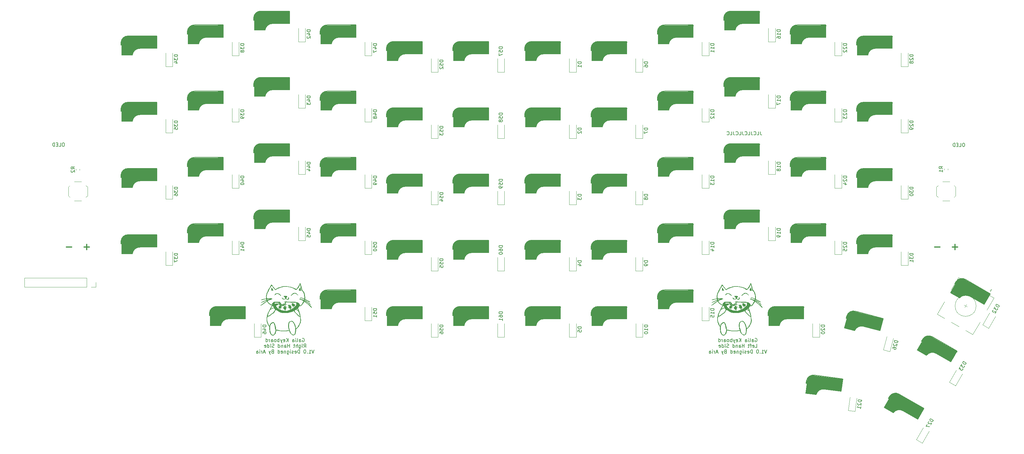
<source format=gbr>
G04 #@! TF.GenerationSoftware,KiCad,Pcbnew,(5.1.6)-1*
G04 #@! TF.CreationDate,2020-10-04T11:11:15+08:00*
G04 #@! TF.ProjectId,Galia,47616c69-612e-46b6-9963-61645f706362,rev?*
G04 #@! TF.SameCoordinates,Original*
G04 #@! TF.FileFunction,Legend,Bot*
G04 #@! TF.FilePolarity,Positive*
%FSLAX46Y46*%
G04 Gerber Fmt 4.6, Leading zero omitted, Abs format (unit mm)*
G04 Created by KiCad (PCBNEW (5.1.6)-1) date 2020-10-04 11:11:15*
%MOMM*%
%LPD*%
G01*
G04 APERTURE LIST*
%ADD10C,0.150000*%
%ADD11C,0.120000*%
%ADD12C,0.010000*%
%ADD13C,0.300000*%
%ADD14C,0.800000*%
%ADD15C,3.000000*%
%ADD16C,0.500000*%
%ADD17C,1.000000*%
%ADD18C,3.500000*%
%ADD19C,0.400000*%
G04 APERTURE END LIST*
D10*
X266556547Y-70096130D02*
X266556547Y-70810416D01*
X266604166Y-70953273D01*
X266699404Y-71048511D01*
X266842261Y-71096130D01*
X266937500Y-71096130D01*
X265604166Y-71096130D02*
X266080357Y-71096130D01*
X266080357Y-70096130D01*
X264699404Y-71000892D02*
X264747023Y-71048511D01*
X264889880Y-71096130D01*
X264985119Y-71096130D01*
X265127976Y-71048511D01*
X265223214Y-70953273D01*
X265270833Y-70858035D01*
X265318452Y-70667559D01*
X265318452Y-70524702D01*
X265270833Y-70334226D01*
X265223214Y-70238988D01*
X265127976Y-70143750D01*
X264985119Y-70096130D01*
X264889880Y-70096130D01*
X264747023Y-70143750D01*
X264699404Y-70191369D01*
X263985119Y-70096130D02*
X263985119Y-70810416D01*
X264032738Y-70953273D01*
X264127976Y-71048511D01*
X264270833Y-71096130D01*
X264366071Y-71096130D01*
X263032738Y-71096130D02*
X263508928Y-71096130D01*
X263508928Y-70096130D01*
X262127976Y-71000892D02*
X262175595Y-71048511D01*
X262318452Y-71096130D01*
X262413690Y-71096130D01*
X262556547Y-71048511D01*
X262651785Y-70953273D01*
X262699404Y-70858035D01*
X262747023Y-70667559D01*
X262747023Y-70524702D01*
X262699404Y-70334226D01*
X262651785Y-70238988D01*
X262556547Y-70143750D01*
X262413690Y-70096130D01*
X262318452Y-70096130D01*
X262175595Y-70143750D01*
X262127976Y-70191369D01*
X261413690Y-70096130D02*
X261413690Y-70810416D01*
X261461309Y-70953273D01*
X261556547Y-71048511D01*
X261699404Y-71096130D01*
X261794642Y-71096130D01*
X260461309Y-71096130D02*
X260937500Y-71096130D01*
X260937500Y-70096130D01*
X259556547Y-71000892D02*
X259604166Y-71048511D01*
X259747023Y-71096130D01*
X259842261Y-71096130D01*
X259985119Y-71048511D01*
X260080357Y-70953273D01*
X260127976Y-70858035D01*
X260175595Y-70667559D01*
X260175595Y-70524702D01*
X260127976Y-70334226D01*
X260080357Y-70238988D01*
X259985119Y-70143750D01*
X259842261Y-70096130D01*
X259747023Y-70096130D01*
X259604166Y-70143750D01*
X259556547Y-70191369D01*
X258842261Y-70096130D02*
X258842261Y-70810416D01*
X258889880Y-70953273D01*
X258985119Y-71048511D01*
X259127976Y-71096130D01*
X259223214Y-71096130D01*
X257889880Y-71096130D02*
X258366071Y-71096130D01*
X258366071Y-70096130D01*
X256985119Y-71000892D02*
X257032738Y-71048511D01*
X257175595Y-71096130D01*
X257270833Y-71096130D01*
X257413690Y-71048511D01*
X257508928Y-70953273D01*
X257556547Y-70858035D01*
X257604166Y-70667559D01*
X257604166Y-70524702D01*
X257556547Y-70334226D01*
X257508928Y-70238988D01*
X257413690Y-70143750D01*
X257270833Y-70096130D01*
X257175595Y-70096130D01*
X257032738Y-70143750D01*
X256985119Y-70191369D01*
X66539880Y-73378581D02*
X66349404Y-73378581D01*
X66254166Y-73426201D01*
X66158928Y-73521439D01*
X66111309Y-73711915D01*
X66111309Y-74045248D01*
X66158928Y-74235724D01*
X66254166Y-74330962D01*
X66349404Y-74378581D01*
X66539880Y-74378581D01*
X66635119Y-74330962D01*
X66730357Y-74235724D01*
X66777976Y-74045248D01*
X66777976Y-73711915D01*
X66730357Y-73521439D01*
X66635119Y-73426201D01*
X66539880Y-73378581D01*
X65206547Y-74378581D02*
X65682738Y-74378581D01*
X65682738Y-73378581D01*
X64873214Y-73854772D02*
X64539880Y-73854772D01*
X64397023Y-74378581D02*
X64873214Y-74378581D01*
X64873214Y-73378581D01*
X64397023Y-73378581D01*
X63968452Y-74378581D02*
X63968452Y-73378581D01*
X63730357Y-73378581D01*
X63587500Y-73426201D01*
X63492261Y-73521439D01*
X63444642Y-73616677D01*
X63397023Y-73807153D01*
X63397023Y-73950010D01*
X63444642Y-74140486D01*
X63492261Y-74235724D01*
X63587500Y-74330962D01*
X63730357Y-74378581D01*
X63968452Y-74378581D01*
X324984880Y-73452380D02*
X324794404Y-73452380D01*
X324699166Y-73500000D01*
X324603928Y-73595238D01*
X324556309Y-73785714D01*
X324556309Y-74119047D01*
X324603928Y-74309523D01*
X324699166Y-74404761D01*
X324794404Y-74452380D01*
X324984880Y-74452380D01*
X325080119Y-74404761D01*
X325175357Y-74309523D01*
X325222976Y-74119047D01*
X325222976Y-73785714D01*
X325175357Y-73595238D01*
X325080119Y-73500000D01*
X324984880Y-73452380D01*
X323651547Y-74452380D02*
X324127738Y-74452380D01*
X324127738Y-73452380D01*
X323318214Y-73928571D02*
X322984880Y-73928571D01*
X322842023Y-74452380D02*
X323318214Y-74452380D01*
X323318214Y-73452380D01*
X322842023Y-73452380D01*
X322413452Y-74452380D02*
X322413452Y-73452380D01*
X322175357Y-73452380D01*
X322032500Y-73500000D01*
X321937261Y-73595238D01*
X321889642Y-73690476D01*
X321842023Y-73880952D01*
X321842023Y-74023809D01*
X321889642Y-74214285D01*
X321937261Y-74309523D01*
X322032500Y-74404761D01*
X322175357Y-74452380D01*
X322413452Y-74452380D01*
X265054631Y-129612497D02*
X265149870Y-129564877D01*
X265292727Y-129564877D01*
X265435584Y-129612497D01*
X265530822Y-129707735D01*
X265578441Y-129802973D01*
X265626060Y-129993449D01*
X265626060Y-130136306D01*
X265578441Y-130326782D01*
X265530822Y-130422020D01*
X265435584Y-130517258D01*
X265292727Y-130564877D01*
X265197489Y-130564877D01*
X265054631Y-130517258D01*
X265007012Y-130469639D01*
X265007012Y-130136306D01*
X265197489Y-130136306D01*
X264149870Y-130564877D02*
X264149870Y-130041068D01*
X264197489Y-129945830D01*
X264292727Y-129898211D01*
X264483203Y-129898211D01*
X264578441Y-129945830D01*
X264149870Y-130517258D02*
X264245108Y-130564877D01*
X264483203Y-130564877D01*
X264578441Y-130517258D01*
X264626060Y-130422020D01*
X264626060Y-130326782D01*
X264578441Y-130231544D01*
X264483203Y-130183925D01*
X264245108Y-130183925D01*
X264149870Y-130136306D01*
X263530822Y-130564877D02*
X263626060Y-130517258D01*
X263673679Y-130422020D01*
X263673679Y-129564877D01*
X263149870Y-130564877D02*
X263149870Y-129898211D01*
X263149870Y-129564877D02*
X263197489Y-129612497D01*
X263149870Y-129660116D01*
X263102251Y-129612497D01*
X263149870Y-129564877D01*
X263149870Y-129660116D01*
X262245108Y-130564877D02*
X262245108Y-130041068D01*
X262292727Y-129945830D01*
X262387965Y-129898211D01*
X262578441Y-129898211D01*
X262673679Y-129945830D01*
X262245108Y-130517258D02*
X262340346Y-130564877D01*
X262578441Y-130564877D01*
X262673679Y-130517258D01*
X262721298Y-130422020D01*
X262721298Y-130326782D01*
X262673679Y-130231544D01*
X262578441Y-130183925D01*
X262340346Y-130183925D01*
X262245108Y-130136306D01*
X261007012Y-130564877D02*
X261007012Y-129564877D01*
X260435584Y-130564877D02*
X260864155Y-129993449D01*
X260435584Y-129564877D02*
X261007012Y-130136306D01*
X259626060Y-130517258D02*
X259721298Y-130564877D01*
X259911774Y-130564877D01*
X260007012Y-130517258D01*
X260054631Y-130422020D01*
X260054631Y-130041068D01*
X260007012Y-129945830D01*
X259911774Y-129898211D01*
X259721298Y-129898211D01*
X259626060Y-129945830D01*
X259578441Y-130041068D01*
X259578441Y-130136306D01*
X260054631Y-130231544D01*
X259245108Y-129898211D02*
X259007012Y-130564877D01*
X258768917Y-129898211D02*
X259007012Y-130564877D01*
X259102251Y-130802973D01*
X259149870Y-130850592D01*
X259245108Y-130898211D01*
X258387965Y-130564877D02*
X258387965Y-129564877D01*
X258387965Y-129945830D02*
X258292727Y-129898211D01*
X258102251Y-129898211D01*
X258007012Y-129945830D01*
X257959393Y-129993449D01*
X257911774Y-130088687D01*
X257911774Y-130374401D01*
X257959393Y-130469639D01*
X258007012Y-130517258D01*
X258102251Y-130564877D01*
X258292727Y-130564877D01*
X258387965Y-130517258D01*
X257340346Y-130564877D02*
X257435584Y-130517258D01*
X257483203Y-130469639D01*
X257530822Y-130374401D01*
X257530822Y-130088687D01*
X257483203Y-129993449D01*
X257435584Y-129945830D01*
X257340346Y-129898211D01*
X257197489Y-129898211D01*
X257102251Y-129945830D01*
X257054631Y-129993449D01*
X257007012Y-130088687D01*
X257007012Y-130374401D01*
X257054631Y-130469639D01*
X257102251Y-130517258D01*
X257197489Y-130564877D01*
X257340346Y-130564877D01*
X256149870Y-130564877D02*
X256149870Y-130041068D01*
X256197489Y-129945830D01*
X256292727Y-129898211D01*
X256483203Y-129898211D01*
X256578441Y-129945830D01*
X256149870Y-130517258D02*
X256245108Y-130564877D01*
X256483203Y-130564877D01*
X256578441Y-130517258D01*
X256626060Y-130422020D01*
X256626060Y-130326782D01*
X256578441Y-130231544D01*
X256483203Y-130183925D01*
X256245108Y-130183925D01*
X256149870Y-130136306D01*
X255673679Y-130564877D02*
X255673679Y-129898211D01*
X255673679Y-130088687D02*
X255626060Y-129993449D01*
X255578441Y-129945830D01*
X255483203Y-129898211D01*
X255387965Y-129898211D01*
X254626060Y-130564877D02*
X254626060Y-129564877D01*
X254626060Y-130517258D02*
X254721298Y-130564877D01*
X254911774Y-130564877D01*
X255007012Y-130517258D01*
X255054631Y-130469639D01*
X255102251Y-130374401D01*
X255102251Y-130088687D01*
X255054631Y-129993449D01*
X255007012Y-129945830D01*
X254911774Y-129898211D01*
X254721298Y-129898211D01*
X254626060Y-129945830D01*
X265030822Y-132214877D02*
X265507012Y-132214877D01*
X265507012Y-131214877D01*
X264316536Y-132167258D02*
X264411774Y-132214877D01*
X264602251Y-132214877D01*
X264697489Y-132167258D01*
X264745108Y-132072020D01*
X264745108Y-131691068D01*
X264697489Y-131595830D01*
X264602251Y-131548211D01*
X264411774Y-131548211D01*
X264316536Y-131595830D01*
X264268917Y-131691068D01*
X264268917Y-131786306D01*
X264745108Y-131881544D01*
X263983203Y-131548211D02*
X263602251Y-131548211D01*
X263840346Y-132214877D02*
X263840346Y-131357735D01*
X263792727Y-131262497D01*
X263697489Y-131214877D01*
X263602251Y-131214877D01*
X263411774Y-131548211D02*
X263030822Y-131548211D01*
X263268917Y-131214877D02*
X263268917Y-132072020D01*
X263221298Y-132167258D01*
X263126060Y-132214877D01*
X263030822Y-132214877D01*
X261935584Y-132214877D02*
X261935584Y-131214877D01*
X261935584Y-131691068D02*
X261364155Y-131691068D01*
X261364155Y-132214877D02*
X261364155Y-131214877D01*
X260459393Y-132214877D02*
X260459393Y-131691068D01*
X260507012Y-131595830D01*
X260602251Y-131548211D01*
X260792727Y-131548211D01*
X260887965Y-131595830D01*
X260459393Y-132167258D02*
X260554631Y-132214877D01*
X260792727Y-132214877D01*
X260887965Y-132167258D01*
X260935584Y-132072020D01*
X260935584Y-131976782D01*
X260887965Y-131881544D01*
X260792727Y-131833925D01*
X260554631Y-131833925D01*
X260459393Y-131786306D01*
X259983203Y-131548211D02*
X259983203Y-132214877D01*
X259983203Y-131643449D02*
X259935584Y-131595830D01*
X259840346Y-131548211D01*
X259697489Y-131548211D01*
X259602251Y-131595830D01*
X259554631Y-131691068D01*
X259554631Y-132214877D01*
X258649870Y-132214877D02*
X258649870Y-131214877D01*
X258649870Y-132167258D02*
X258745108Y-132214877D01*
X258935584Y-132214877D01*
X259030822Y-132167258D01*
X259078441Y-132119639D01*
X259126060Y-132024401D01*
X259126060Y-131738687D01*
X259078441Y-131643449D01*
X259030822Y-131595830D01*
X258935584Y-131548211D01*
X258745108Y-131548211D01*
X258649870Y-131595830D01*
X257459393Y-132167258D02*
X257316536Y-132214877D01*
X257078441Y-132214877D01*
X256983203Y-132167258D01*
X256935584Y-132119639D01*
X256887965Y-132024401D01*
X256887965Y-131929163D01*
X256935584Y-131833925D01*
X256983203Y-131786306D01*
X257078441Y-131738687D01*
X257268917Y-131691068D01*
X257364155Y-131643449D01*
X257411774Y-131595830D01*
X257459393Y-131500592D01*
X257459393Y-131405354D01*
X257411774Y-131310116D01*
X257364155Y-131262497D01*
X257268917Y-131214877D01*
X257030822Y-131214877D01*
X256887965Y-131262497D01*
X256459393Y-132214877D02*
X256459393Y-131548211D01*
X256459393Y-131214877D02*
X256507012Y-131262497D01*
X256459393Y-131310116D01*
X256411774Y-131262497D01*
X256459393Y-131214877D01*
X256459393Y-131310116D01*
X255554631Y-132214877D02*
X255554631Y-131214877D01*
X255554631Y-132167258D02*
X255649870Y-132214877D01*
X255840346Y-132214877D01*
X255935584Y-132167258D01*
X255983203Y-132119639D01*
X256030822Y-132024401D01*
X256030822Y-131738687D01*
X255983203Y-131643449D01*
X255935584Y-131595830D01*
X255840346Y-131548211D01*
X255649870Y-131548211D01*
X255554631Y-131595830D01*
X254697489Y-132167258D02*
X254792727Y-132214877D01*
X254983203Y-132214877D01*
X255078441Y-132167258D01*
X255126060Y-132072020D01*
X255126060Y-131691068D01*
X255078441Y-131595830D01*
X254983203Y-131548211D01*
X254792727Y-131548211D01*
X254697489Y-131595830D01*
X254649870Y-131691068D01*
X254649870Y-131786306D01*
X255126060Y-131881544D01*
X268435584Y-132864877D02*
X268102251Y-133864877D01*
X267768917Y-132864877D01*
X266911774Y-133864877D02*
X267483203Y-133864877D01*
X267197489Y-133864877D02*
X267197489Y-132864877D01*
X267292727Y-133007735D01*
X267387965Y-133102973D01*
X267483203Y-133150592D01*
X266483203Y-133769639D02*
X266435584Y-133817258D01*
X266483203Y-133864877D01*
X266530822Y-133817258D01*
X266483203Y-133769639D01*
X266483203Y-133864877D01*
X265816536Y-132864877D02*
X265721298Y-132864877D01*
X265626060Y-132912497D01*
X265578441Y-132960116D01*
X265530822Y-133055354D01*
X265483203Y-133245830D01*
X265483203Y-133483925D01*
X265530822Y-133674401D01*
X265578441Y-133769639D01*
X265626060Y-133817258D01*
X265721298Y-133864877D01*
X265816536Y-133864877D01*
X265911774Y-133817258D01*
X265959393Y-133769639D01*
X266007012Y-133674401D01*
X266054631Y-133483925D01*
X266054631Y-133245830D01*
X266007012Y-133055354D01*
X265959393Y-132960116D01*
X265911774Y-132912497D01*
X265816536Y-132864877D01*
X264292727Y-133864877D02*
X264292727Y-132864877D01*
X264054631Y-132864877D01*
X263911774Y-132912497D01*
X263816536Y-133007735D01*
X263768917Y-133102973D01*
X263721298Y-133293449D01*
X263721298Y-133436306D01*
X263768917Y-133626782D01*
X263816536Y-133722020D01*
X263911774Y-133817258D01*
X264054631Y-133864877D01*
X264292727Y-133864877D01*
X262911774Y-133817258D02*
X263007012Y-133864877D01*
X263197489Y-133864877D01*
X263292727Y-133817258D01*
X263340346Y-133722020D01*
X263340346Y-133341068D01*
X263292727Y-133245830D01*
X263197489Y-133198211D01*
X263007012Y-133198211D01*
X262911774Y-133245830D01*
X262864155Y-133341068D01*
X262864155Y-133436306D01*
X263340346Y-133531544D01*
X262483203Y-133817258D02*
X262387965Y-133864877D01*
X262197489Y-133864877D01*
X262102251Y-133817258D01*
X262054631Y-133722020D01*
X262054631Y-133674401D01*
X262102251Y-133579163D01*
X262197489Y-133531544D01*
X262340346Y-133531544D01*
X262435584Y-133483925D01*
X262483203Y-133388687D01*
X262483203Y-133341068D01*
X262435584Y-133245830D01*
X262340346Y-133198211D01*
X262197489Y-133198211D01*
X262102251Y-133245830D01*
X261626060Y-133864877D02*
X261626060Y-133198211D01*
X261626060Y-132864877D02*
X261673679Y-132912497D01*
X261626060Y-132960116D01*
X261578441Y-132912497D01*
X261626060Y-132864877D01*
X261626060Y-132960116D01*
X260721298Y-133198211D02*
X260721298Y-134007735D01*
X260768917Y-134102973D01*
X260816536Y-134150592D01*
X260911774Y-134198211D01*
X261054631Y-134198211D01*
X261149870Y-134150592D01*
X260721298Y-133817258D02*
X260816536Y-133864877D01*
X261007012Y-133864877D01*
X261102251Y-133817258D01*
X261149870Y-133769639D01*
X261197489Y-133674401D01*
X261197489Y-133388687D01*
X261149870Y-133293449D01*
X261102251Y-133245830D01*
X261007012Y-133198211D01*
X260816536Y-133198211D01*
X260721298Y-133245830D01*
X260245108Y-133198211D02*
X260245108Y-133864877D01*
X260245108Y-133293449D02*
X260197489Y-133245830D01*
X260102251Y-133198211D01*
X259959393Y-133198211D01*
X259864155Y-133245830D01*
X259816536Y-133341068D01*
X259816536Y-133864877D01*
X258959393Y-133817258D02*
X259054631Y-133864877D01*
X259245108Y-133864877D01*
X259340346Y-133817258D01*
X259387965Y-133722020D01*
X259387965Y-133341068D01*
X259340346Y-133245830D01*
X259245108Y-133198211D01*
X259054631Y-133198211D01*
X258959393Y-133245830D01*
X258911774Y-133341068D01*
X258911774Y-133436306D01*
X259387965Y-133531544D01*
X258054631Y-133864877D02*
X258054631Y-132864877D01*
X258054631Y-133817258D02*
X258149870Y-133864877D01*
X258340346Y-133864877D01*
X258435584Y-133817258D01*
X258483203Y-133769639D01*
X258530822Y-133674401D01*
X258530822Y-133388687D01*
X258483203Y-133293449D01*
X258435584Y-133245830D01*
X258340346Y-133198211D01*
X258149870Y-133198211D01*
X258054631Y-133245830D01*
X256483203Y-133341068D02*
X256340346Y-133388687D01*
X256292727Y-133436306D01*
X256245108Y-133531544D01*
X256245108Y-133674401D01*
X256292727Y-133769639D01*
X256340346Y-133817258D01*
X256435584Y-133864877D01*
X256816536Y-133864877D01*
X256816536Y-132864877D01*
X256483203Y-132864877D01*
X256387965Y-132912497D01*
X256340346Y-132960116D01*
X256292727Y-133055354D01*
X256292727Y-133150592D01*
X256340346Y-133245830D01*
X256387965Y-133293449D01*
X256483203Y-133341068D01*
X256816536Y-133341068D01*
X255911774Y-133198211D02*
X255673679Y-133864877D01*
X255435584Y-133198211D02*
X255673679Y-133864877D01*
X255768917Y-134102973D01*
X255816536Y-134150592D01*
X255911774Y-134198211D01*
X254340346Y-133579163D02*
X253864155Y-133579163D01*
X254435584Y-133864877D02*
X254102251Y-132864877D01*
X253768917Y-133864877D01*
X253435584Y-133864877D02*
X253435584Y-133198211D01*
X253435584Y-133388687D02*
X253387965Y-133293449D01*
X253340346Y-133245830D01*
X253245108Y-133198211D01*
X253149870Y-133198211D01*
X252816536Y-133864877D02*
X252816536Y-133198211D01*
X252816536Y-132864877D02*
X252864155Y-132912497D01*
X252816536Y-132960116D01*
X252768917Y-132912497D01*
X252816536Y-132864877D01*
X252816536Y-132960116D01*
X251911774Y-133864877D02*
X251911774Y-133341068D01*
X251959393Y-133245830D01*
X252054631Y-133198211D01*
X252245108Y-133198211D01*
X252340346Y-133245830D01*
X251911774Y-133817258D02*
X252007012Y-133864877D01*
X252245108Y-133864877D01*
X252340346Y-133817258D01*
X252387965Y-133722020D01*
X252387965Y-133626782D01*
X252340346Y-133531544D01*
X252245108Y-133483925D01*
X252007012Y-133483925D01*
X251911774Y-133436306D01*
X135084427Y-129612497D02*
X135179666Y-129564877D01*
X135322523Y-129564877D01*
X135465380Y-129612497D01*
X135560618Y-129707735D01*
X135608237Y-129802973D01*
X135655856Y-129993449D01*
X135655856Y-130136306D01*
X135608237Y-130326782D01*
X135560618Y-130422020D01*
X135465380Y-130517258D01*
X135322523Y-130564877D01*
X135227285Y-130564877D01*
X135084427Y-130517258D01*
X135036808Y-130469639D01*
X135036808Y-130136306D01*
X135227285Y-130136306D01*
X134179666Y-130564877D02*
X134179666Y-130041068D01*
X134227285Y-129945830D01*
X134322523Y-129898211D01*
X134512999Y-129898211D01*
X134608237Y-129945830D01*
X134179666Y-130517258D02*
X134274904Y-130564877D01*
X134512999Y-130564877D01*
X134608237Y-130517258D01*
X134655856Y-130422020D01*
X134655856Y-130326782D01*
X134608237Y-130231544D01*
X134512999Y-130183925D01*
X134274904Y-130183925D01*
X134179666Y-130136306D01*
X133560618Y-130564877D02*
X133655856Y-130517258D01*
X133703475Y-130422020D01*
X133703475Y-129564877D01*
X133179666Y-130564877D02*
X133179666Y-129898211D01*
X133179666Y-129564877D02*
X133227285Y-129612497D01*
X133179666Y-129660116D01*
X133132047Y-129612497D01*
X133179666Y-129564877D01*
X133179666Y-129660116D01*
X132274904Y-130564877D02*
X132274904Y-130041068D01*
X132322523Y-129945830D01*
X132417761Y-129898211D01*
X132608237Y-129898211D01*
X132703475Y-129945830D01*
X132274904Y-130517258D02*
X132370142Y-130564877D01*
X132608237Y-130564877D01*
X132703475Y-130517258D01*
X132751094Y-130422020D01*
X132751094Y-130326782D01*
X132703475Y-130231544D01*
X132608237Y-130183925D01*
X132370142Y-130183925D01*
X132274904Y-130136306D01*
X131036808Y-130564877D02*
X131036808Y-129564877D01*
X130465380Y-130564877D02*
X130893951Y-129993449D01*
X130465380Y-129564877D02*
X131036808Y-130136306D01*
X129655856Y-130517258D02*
X129751094Y-130564877D01*
X129941570Y-130564877D01*
X130036808Y-130517258D01*
X130084427Y-130422020D01*
X130084427Y-130041068D01*
X130036808Y-129945830D01*
X129941570Y-129898211D01*
X129751094Y-129898211D01*
X129655856Y-129945830D01*
X129608237Y-130041068D01*
X129608237Y-130136306D01*
X130084427Y-130231544D01*
X129274904Y-129898211D02*
X129036808Y-130564877D01*
X128798713Y-129898211D02*
X129036808Y-130564877D01*
X129132047Y-130802973D01*
X129179666Y-130850592D01*
X129274904Y-130898211D01*
X128417761Y-130564877D02*
X128417761Y-129564877D01*
X128417761Y-129945830D02*
X128322523Y-129898211D01*
X128132047Y-129898211D01*
X128036808Y-129945830D01*
X127989189Y-129993449D01*
X127941570Y-130088687D01*
X127941570Y-130374401D01*
X127989189Y-130469639D01*
X128036808Y-130517258D01*
X128132047Y-130564877D01*
X128322523Y-130564877D01*
X128417761Y-130517258D01*
X127370142Y-130564877D02*
X127465380Y-130517258D01*
X127512999Y-130469639D01*
X127560618Y-130374401D01*
X127560618Y-130088687D01*
X127512999Y-129993449D01*
X127465380Y-129945830D01*
X127370142Y-129898211D01*
X127227285Y-129898211D01*
X127132047Y-129945830D01*
X127084427Y-129993449D01*
X127036808Y-130088687D01*
X127036808Y-130374401D01*
X127084427Y-130469639D01*
X127132047Y-130517258D01*
X127227285Y-130564877D01*
X127370142Y-130564877D01*
X126179666Y-130564877D02*
X126179666Y-130041068D01*
X126227285Y-129945830D01*
X126322523Y-129898211D01*
X126512999Y-129898211D01*
X126608237Y-129945830D01*
X126179666Y-130517258D02*
X126274904Y-130564877D01*
X126512999Y-130564877D01*
X126608237Y-130517258D01*
X126655856Y-130422020D01*
X126655856Y-130326782D01*
X126608237Y-130231544D01*
X126512999Y-130183925D01*
X126274904Y-130183925D01*
X126179666Y-130136306D01*
X125703475Y-130564877D02*
X125703475Y-129898211D01*
X125703475Y-130088687D02*
X125655856Y-129993449D01*
X125608237Y-129945830D01*
X125512999Y-129898211D01*
X125417761Y-129898211D01*
X124655856Y-130564877D02*
X124655856Y-129564877D01*
X124655856Y-130517258D02*
X124751094Y-130564877D01*
X124941570Y-130564877D01*
X125036808Y-130517258D01*
X125084427Y-130469639D01*
X125132047Y-130374401D01*
X125132047Y-130088687D01*
X125084427Y-129993449D01*
X125036808Y-129945830D01*
X124941570Y-129898211D01*
X124751094Y-129898211D01*
X124655856Y-129945830D01*
X135489189Y-132214877D02*
X135822523Y-131738687D01*
X136060618Y-132214877D02*
X136060618Y-131214877D01*
X135679666Y-131214877D01*
X135584427Y-131262497D01*
X135536808Y-131310116D01*
X135489189Y-131405354D01*
X135489189Y-131548211D01*
X135536808Y-131643449D01*
X135584427Y-131691068D01*
X135679666Y-131738687D01*
X136060618Y-131738687D01*
X135060618Y-132214877D02*
X135060618Y-131548211D01*
X135060618Y-131214877D02*
X135108237Y-131262497D01*
X135060618Y-131310116D01*
X135012999Y-131262497D01*
X135060618Y-131214877D01*
X135060618Y-131310116D01*
X134155856Y-131548211D02*
X134155856Y-132357735D01*
X134203475Y-132452973D01*
X134251094Y-132500592D01*
X134346332Y-132548211D01*
X134489189Y-132548211D01*
X134584427Y-132500592D01*
X134155856Y-132167258D02*
X134251094Y-132214877D01*
X134441570Y-132214877D01*
X134536808Y-132167258D01*
X134584427Y-132119639D01*
X134632047Y-132024401D01*
X134632047Y-131738687D01*
X134584427Y-131643449D01*
X134536808Y-131595830D01*
X134441570Y-131548211D01*
X134251094Y-131548211D01*
X134155856Y-131595830D01*
X133679666Y-132214877D02*
X133679666Y-131214877D01*
X133251094Y-132214877D02*
X133251094Y-131691068D01*
X133298713Y-131595830D01*
X133393951Y-131548211D01*
X133536808Y-131548211D01*
X133632047Y-131595830D01*
X133679666Y-131643449D01*
X132917761Y-131548211D02*
X132536808Y-131548211D01*
X132774904Y-131214877D02*
X132774904Y-132072020D01*
X132727285Y-132167258D01*
X132632047Y-132214877D01*
X132536808Y-132214877D01*
X131441570Y-132214877D02*
X131441570Y-131214877D01*
X131441570Y-131691068D02*
X130870142Y-131691068D01*
X130870142Y-132214877D02*
X130870142Y-131214877D01*
X129965380Y-132214877D02*
X129965380Y-131691068D01*
X130012999Y-131595830D01*
X130108237Y-131548211D01*
X130298713Y-131548211D01*
X130393951Y-131595830D01*
X129965380Y-132167258D02*
X130060618Y-132214877D01*
X130298713Y-132214877D01*
X130393951Y-132167258D01*
X130441570Y-132072020D01*
X130441570Y-131976782D01*
X130393951Y-131881544D01*
X130298713Y-131833925D01*
X130060618Y-131833925D01*
X129965380Y-131786306D01*
X129489189Y-131548211D02*
X129489189Y-132214877D01*
X129489189Y-131643449D02*
X129441570Y-131595830D01*
X129346332Y-131548211D01*
X129203475Y-131548211D01*
X129108237Y-131595830D01*
X129060618Y-131691068D01*
X129060618Y-132214877D01*
X128155856Y-132214877D02*
X128155856Y-131214877D01*
X128155856Y-132167258D02*
X128251094Y-132214877D01*
X128441570Y-132214877D01*
X128536808Y-132167258D01*
X128584427Y-132119639D01*
X128632047Y-132024401D01*
X128632047Y-131738687D01*
X128584427Y-131643449D01*
X128536808Y-131595830D01*
X128441570Y-131548211D01*
X128251094Y-131548211D01*
X128155856Y-131595830D01*
X126965380Y-132167258D02*
X126822523Y-132214877D01*
X126584427Y-132214877D01*
X126489189Y-132167258D01*
X126441570Y-132119639D01*
X126393951Y-132024401D01*
X126393951Y-131929163D01*
X126441570Y-131833925D01*
X126489189Y-131786306D01*
X126584427Y-131738687D01*
X126774904Y-131691068D01*
X126870142Y-131643449D01*
X126917761Y-131595830D01*
X126965380Y-131500592D01*
X126965380Y-131405354D01*
X126917761Y-131310116D01*
X126870142Y-131262497D01*
X126774904Y-131214877D01*
X126536808Y-131214877D01*
X126393951Y-131262497D01*
X125965380Y-132214877D02*
X125965380Y-131548211D01*
X125965380Y-131214877D02*
X126012999Y-131262497D01*
X125965380Y-131310116D01*
X125917761Y-131262497D01*
X125965380Y-131214877D01*
X125965380Y-131310116D01*
X125060618Y-132214877D02*
X125060618Y-131214877D01*
X125060618Y-132167258D02*
X125155856Y-132214877D01*
X125346332Y-132214877D01*
X125441570Y-132167258D01*
X125489189Y-132119639D01*
X125536808Y-132024401D01*
X125536808Y-131738687D01*
X125489189Y-131643449D01*
X125441570Y-131595830D01*
X125346332Y-131548211D01*
X125155856Y-131548211D01*
X125060618Y-131595830D01*
X124203475Y-132167258D02*
X124298713Y-132214877D01*
X124489189Y-132214877D01*
X124584427Y-132167258D01*
X124632047Y-132072020D01*
X124632047Y-131691068D01*
X124584427Y-131595830D01*
X124489189Y-131548211D01*
X124298713Y-131548211D01*
X124203475Y-131595830D01*
X124155856Y-131691068D01*
X124155856Y-131786306D01*
X124632047Y-131881544D01*
X138465380Y-132864877D02*
X138132047Y-133864877D01*
X137798713Y-132864877D01*
X136941570Y-133864877D02*
X137512999Y-133864877D01*
X137227285Y-133864877D02*
X137227285Y-132864877D01*
X137322523Y-133007735D01*
X137417761Y-133102973D01*
X137512999Y-133150592D01*
X136512999Y-133769639D02*
X136465380Y-133817258D01*
X136512999Y-133864877D01*
X136560618Y-133817258D01*
X136512999Y-133769639D01*
X136512999Y-133864877D01*
X135846332Y-132864877D02*
X135751094Y-132864877D01*
X135655856Y-132912497D01*
X135608237Y-132960116D01*
X135560618Y-133055354D01*
X135512999Y-133245830D01*
X135512999Y-133483925D01*
X135560618Y-133674401D01*
X135608237Y-133769639D01*
X135655856Y-133817258D01*
X135751094Y-133864877D01*
X135846332Y-133864877D01*
X135941570Y-133817258D01*
X135989189Y-133769639D01*
X136036808Y-133674401D01*
X136084427Y-133483925D01*
X136084427Y-133245830D01*
X136036808Y-133055354D01*
X135989189Y-132960116D01*
X135941570Y-132912497D01*
X135846332Y-132864877D01*
X134322523Y-133864877D02*
X134322523Y-132864877D01*
X134084427Y-132864877D01*
X133941570Y-132912497D01*
X133846332Y-133007735D01*
X133798713Y-133102973D01*
X133751094Y-133293449D01*
X133751094Y-133436306D01*
X133798713Y-133626782D01*
X133846332Y-133722020D01*
X133941570Y-133817258D01*
X134084427Y-133864877D01*
X134322523Y-133864877D01*
X132941570Y-133817258D02*
X133036808Y-133864877D01*
X133227285Y-133864877D01*
X133322523Y-133817258D01*
X133370142Y-133722020D01*
X133370142Y-133341068D01*
X133322523Y-133245830D01*
X133227285Y-133198211D01*
X133036808Y-133198211D01*
X132941570Y-133245830D01*
X132893951Y-133341068D01*
X132893951Y-133436306D01*
X133370142Y-133531544D01*
X132512999Y-133817258D02*
X132417761Y-133864877D01*
X132227285Y-133864877D01*
X132132047Y-133817258D01*
X132084427Y-133722020D01*
X132084427Y-133674401D01*
X132132047Y-133579163D01*
X132227285Y-133531544D01*
X132370142Y-133531544D01*
X132465380Y-133483925D01*
X132512999Y-133388687D01*
X132512999Y-133341068D01*
X132465380Y-133245830D01*
X132370142Y-133198211D01*
X132227285Y-133198211D01*
X132132047Y-133245830D01*
X131655856Y-133864877D02*
X131655856Y-133198211D01*
X131655856Y-132864877D02*
X131703475Y-132912497D01*
X131655856Y-132960116D01*
X131608237Y-132912497D01*
X131655856Y-132864877D01*
X131655856Y-132960116D01*
X130751094Y-133198211D02*
X130751094Y-134007735D01*
X130798713Y-134102973D01*
X130846332Y-134150592D01*
X130941570Y-134198211D01*
X131084427Y-134198211D01*
X131179666Y-134150592D01*
X130751094Y-133817258D02*
X130846332Y-133864877D01*
X131036808Y-133864877D01*
X131132047Y-133817258D01*
X131179666Y-133769639D01*
X131227285Y-133674401D01*
X131227285Y-133388687D01*
X131179666Y-133293449D01*
X131132047Y-133245830D01*
X131036808Y-133198211D01*
X130846332Y-133198211D01*
X130751094Y-133245830D01*
X130274904Y-133198211D02*
X130274904Y-133864877D01*
X130274904Y-133293449D02*
X130227285Y-133245830D01*
X130132047Y-133198211D01*
X129989189Y-133198211D01*
X129893951Y-133245830D01*
X129846332Y-133341068D01*
X129846332Y-133864877D01*
X128989189Y-133817258D02*
X129084427Y-133864877D01*
X129274904Y-133864877D01*
X129370142Y-133817258D01*
X129417761Y-133722020D01*
X129417761Y-133341068D01*
X129370142Y-133245830D01*
X129274904Y-133198211D01*
X129084427Y-133198211D01*
X128989189Y-133245830D01*
X128941570Y-133341068D01*
X128941570Y-133436306D01*
X129417761Y-133531544D01*
X128084427Y-133864877D02*
X128084427Y-132864877D01*
X128084427Y-133817258D02*
X128179666Y-133864877D01*
X128370142Y-133864877D01*
X128465380Y-133817258D01*
X128512999Y-133769639D01*
X128560618Y-133674401D01*
X128560618Y-133388687D01*
X128512999Y-133293449D01*
X128465380Y-133245830D01*
X128370142Y-133198211D01*
X128179666Y-133198211D01*
X128084427Y-133245830D01*
X126512999Y-133341068D02*
X126370142Y-133388687D01*
X126322523Y-133436306D01*
X126274904Y-133531544D01*
X126274904Y-133674401D01*
X126322523Y-133769639D01*
X126370142Y-133817258D01*
X126465380Y-133864877D01*
X126846332Y-133864877D01*
X126846332Y-132864877D01*
X126512999Y-132864877D01*
X126417761Y-132912497D01*
X126370142Y-132960116D01*
X126322523Y-133055354D01*
X126322523Y-133150592D01*
X126370142Y-133245830D01*
X126417761Y-133293449D01*
X126512999Y-133341068D01*
X126846332Y-133341068D01*
X125941570Y-133198211D02*
X125703475Y-133864877D01*
X125465380Y-133198211D02*
X125703475Y-133864877D01*
X125798713Y-134102973D01*
X125846332Y-134150592D01*
X125941570Y-134198211D01*
X124370142Y-133579163D02*
X123893951Y-133579163D01*
X124465380Y-133864877D02*
X124132047Y-132864877D01*
X123798713Y-133864877D01*
X123465380Y-133864877D02*
X123465380Y-133198211D01*
X123465380Y-133388687D02*
X123417761Y-133293449D01*
X123370142Y-133245830D01*
X123274904Y-133198211D01*
X123179666Y-133198211D01*
X122846332Y-133864877D02*
X122846332Y-133198211D01*
X122846332Y-132864877D02*
X122893951Y-132912497D01*
X122846332Y-132960116D01*
X122798713Y-132912497D01*
X122846332Y-132864877D01*
X122846332Y-132960116D01*
X121941570Y-133864877D02*
X121941570Y-133341068D01*
X121989189Y-133245830D01*
X122084427Y-133198211D01*
X122274904Y-133198211D01*
X122370142Y-133245830D01*
X121941570Y-133817258D02*
X122036808Y-133864877D01*
X122274904Y-133864877D01*
X122370142Y-133817258D01*
X122417761Y-133722020D01*
X122417761Y-133626782D01*
X122370142Y-133531544D01*
X122274904Y-133483925D01*
X122036808Y-133483925D01*
X121941570Y-133436306D01*
D11*
X325731250Y-119831696D02*
X325231250Y-120697722D01*
X325048237Y-120014709D02*
X325914263Y-120514709D01*
X325462339Y-127297464D02*
X327540800Y-128497464D01*
X321305417Y-124897464D02*
X323557083Y-126197464D01*
X327540800Y-128497464D02*
X329590800Y-124946760D01*
X317321700Y-122597464D02*
X319400161Y-123797464D01*
X323421700Y-112031954D02*
X333640800Y-117931954D01*
X332931954Y-115559711D02*
X332631954Y-116079326D01*
X319371700Y-119046760D02*
X317321700Y-122597464D01*
X332522147Y-115669518D02*
X332931954Y-115559711D01*
X332631954Y-116079326D02*
X332522147Y-115669518D01*
X321371700Y-115582658D02*
X323421700Y-112031954D01*
X331590800Y-121482658D02*
X333640800Y-117931954D01*
X328481250Y-120264709D02*
G75*
G03*
X328481250Y-120264709I-3000000J0D01*
G01*
D12*
G36*
X126212924Y-115101278D02*
G01*
X126187780Y-115163002D01*
X126169549Y-115279443D01*
X126156251Y-115461700D01*
X126148850Y-115633504D01*
X126142750Y-115802837D01*
X126354417Y-115809445D01*
X126494734Y-115809257D01*
X126609154Y-115801244D01*
X126643947Y-115795030D01*
X126694793Y-115775325D01*
X126689325Y-115741603D01*
X126639470Y-115682588D01*
X126595023Y-115629478D01*
X126552918Y-115566976D01*
X126502784Y-115476873D01*
X126434251Y-115340960D01*
X126370436Y-115210170D01*
X126311349Y-115123183D01*
X126250998Y-115083423D01*
X126246961Y-115083170D01*
X126212924Y-115101278D01*
G37*
X126212924Y-115101278D02*
X126187780Y-115163002D01*
X126169549Y-115279443D01*
X126156251Y-115461700D01*
X126148850Y-115633504D01*
X126142750Y-115802837D01*
X126354417Y-115809445D01*
X126494734Y-115809257D01*
X126609154Y-115801244D01*
X126643947Y-115795030D01*
X126694793Y-115775325D01*
X126689325Y-115741603D01*
X126639470Y-115682588D01*
X126595023Y-115629478D01*
X126552918Y-115566976D01*
X126502784Y-115476873D01*
X126434251Y-115340960D01*
X126370436Y-115210170D01*
X126311349Y-115123183D01*
X126250998Y-115083423D01*
X126246961Y-115083170D01*
X126212924Y-115101278D01*
G36*
X134378963Y-115025933D02*
G01*
X134337822Y-115071864D01*
X134279810Y-115174708D01*
X134215411Y-115311252D01*
X134155107Y-115458282D01*
X134109381Y-115592586D01*
X134092959Y-115659240D01*
X134088340Y-115728565D01*
X134120472Y-115770651D01*
X134208681Y-115803396D01*
X134264408Y-115817990D01*
X134428313Y-115854559D01*
X134528746Y-115862836D01*
X134582112Y-115842598D01*
X134599551Y-115813420D01*
X134598130Y-115742323D01*
X134571928Y-115630713D01*
X134560746Y-115596431D01*
X134522110Y-115445836D01*
X134503272Y-115294708D01*
X134502936Y-115278931D01*
X134486909Y-115131232D01*
X134444192Y-115042743D01*
X134380631Y-115025397D01*
X134378963Y-115025933D01*
G37*
X134378963Y-115025933D02*
X134337822Y-115071864D01*
X134279810Y-115174708D01*
X134215411Y-115311252D01*
X134155107Y-115458282D01*
X134109381Y-115592586D01*
X134092959Y-115659240D01*
X134088340Y-115728565D01*
X134120472Y-115770651D01*
X134208681Y-115803396D01*
X134264408Y-115817990D01*
X134428313Y-115854559D01*
X134528746Y-115862836D01*
X134582112Y-115842598D01*
X134599551Y-115813420D01*
X134598130Y-115742323D01*
X134571928Y-115630713D01*
X134560746Y-115596431D01*
X134522110Y-115445836D01*
X134503272Y-115294708D01*
X134502936Y-115278931D01*
X134486909Y-115131232D01*
X134444192Y-115042743D01*
X134380631Y-115025397D01*
X134378963Y-115025933D01*
G36*
X132738053Y-116516847D02*
G01*
X132726022Y-116518419D01*
X132577897Y-116560526D01*
X132406903Y-116643012D01*
X132229765Y-116753297D01*
X132063208Y-116878802D01*
X131923956Y-117006947D01*
X131828734Y-117125151D01*
X131794250Y-117219289D01*
X131815128Y-117262300D01*
X131874172Y-117235807D01*
X131966001Y-117142912D01*
X132001203Y-117099955D01*
X132165196Y-116928834D01*
X132361858Y-116778087D01*
X132566399Y-116663648D01*
X132754028Y-116601447D01*
X132783773Y-116597063D01*
X132998613Y-116615231D01*
X133218354Y-116716831D01*
X133441125Y-116900899D01*
X133504003Y-116967323D01*
X133616851Y-117074409D01*
X133705943Y-117123620D01*
X133733295Y-117124527D01*
X133754335Y-117101710D01*
X133727250Y-117048176D01*
X133646068Y-116955435D01*
X133538720Y-116847851D01*
X133332534Y-116669561D01*
X133143143Y-116560146D01*
X132951374Y-116511832D01*
X132738053Y-116516847D01*
G37*
X132738053Y-116516847D02*
X132726022Y-116518419D01*
X132577897Y-116560526D01*
X132406903Y-116643012D01*
X132229765Y-116753297D01*
X132063208Y-116878802D01*
X131923956Y-117006947D01*
X131828734Y-117125151D01*
X131794250Y-117219289D01*
X131815128Y-117262300D01*
X131874172Y-117235807D01*
X131966001Y-117142912D01*
X132001203Y-117099955D01*
X132165196Y-116928834D01*
X132361858Y-116778087D01*
X132566399Y-116663648D01*
X132754028Y-116601447D01*
X132783773Y-116597063D01*
X132998613Y-116615231D01*
X133218354Y-116716831D01*
X133441125Y-116900899D01*
X133504003Y-116967323D01*
X133616851Y-117074409D01*
X133705943Y-117123620D01*
X133733295Y-117124527D01*
X133754335Y-117101710D01*
X133727250Y-117048176D01*
X133646068Y-116955435D01*
X133538720Y-116847851D01*
X133332534Y-116669561D01*
X133143143Y-116560146D01*
X132951374Y-116511832D01*
X132738053Y-116516847D01*
G36*
X127705189Y-116604358D02*
G01*
X127525241Y-116667274D01*
X127414622Y-116736451D01*
X127295875Y-116829744D01*
X127189572Y-116928376D01*
X127116285Y-117013572D01*
X127095250Y-117059707D01*
X127119854Y-117094203D01*
X127191053Y-117062849D01*
X127304924Y-116967741D01*
X127350941Y-116922980D01*
X127465788Y-116819687D01*
X127575640Y-116739471D01*
X127628864Y-116711313D01*
X127847431Y-116671890D01*
X128075374Y-116712646D01*
X128306419Y-116830552D01*
X128534294Y-117022578D01*
X128717086Y-117236825D01*
X128784782Y-117279889D01*
X128826201Y-117267006D01*
X128845043Y-117233240D01*
X128818446Y-117173308D01*
X128739436Y-117074999D01*
X128678034Y-117007571D01*
X128443603Y-116799755D01*
X128196587Y-116661294D01*
X127947083Y-116595168D01*
X127705189Y-116604358D01*
G37*
X127705189Y-116604358D02*
X127525241Y-116667274D01*
X127414622Y-116736451D01*
X127295875Y-116829744D01*
X127189572Y-116928376D01*
X127116285Y-117013572D01*
X127095250Y-117059707D01*
X127119854Y-117094203D01*
X127191053Y-117062849D01*
X127304924Y-116967741D01*
X127350941Y-116922980D01*
X127465788Y-116819687D01*
X127575640Y-116739471D01*
X127628864Y-116711313D01*
X127847431Y-116671890D01*
X128075374Y-116712646D01*
X128306419Y-116830552D01*
X128534294Y-117022578D01*
X128717086Y-117236825D01*
X128784782Y-117279889D01*
X128826201Y-117267006D01*
X128845043Y-117233240D01*
X128818446Y-117173308D01*
X128739436Y-117074999D01*
X128678034Y-117007571D01*
X128443603Y-116799755D01*
X128196587Y-116661294D01*
X127947083Y-116595168D01*
X127705189Y-116604358D01*
G36*
X129831550Y-117361185D02*
G01*
X129751500Y-117380835D01*
X129740939Y-117390570D01*
X129752884Y-117440696D01*
X129805741Y-117532096D01*
X129883724Y-117643165D01*
X129971046Y-117752301D01*
X130051920Y-117837901D01*
X130090334Y-117868690D01*
X130138411Y-117940123D01*
X130127741Y-118036387D01*
X130071360Y-118137419D01*
X129982306Y-118223157D01*
X129873615Y-118273539D01*
X129823489Y-118279337D01*
X129629913Y-118239634D01*
X129461079Y-118131043D01*
X129346451Y-117978553D01*
X129291134Y-117880633D01*
X129255567Y-117855987D01*
X129237955Y-117879742D01*
X129213306Y-117973884D01*
X129228699Y-118012053D01*
X129254250Y-118004170D01*
X129293260Y-118007527D01*
X129296584Y-118022838D01*
X129304781Y-118111420D01*
X129345102Y-118177577D01*
X129363712Y-118198680D01*
X129477085Y-118276490D01*
X129637442Y-118331633D01*
X129808038Y-118354030D01*
X129903877Y-118346857D01*
X130057949Y-118281704D01*
X130160381Y-118191746D01*
X130231773Y-118112405D01*
X130277323Y-118091658D01*
X130324427Y-118122265D01*
X130345420Y-118142840D01*
X130526954Y-118284271D01*
X130714256Y-118359170D01*
X130893284Y-118365348D01*
X131049991Y-118300615D01*
X131097675Y-118260094D01*
X131178976Y-118155337D01*
X131195048Y-118051663D01*
X131149025Y-117920094D01*
X131136997Y-117896235D01*
X131073776Y-117797438D01*
X131030876Y-117779521D01*
X131011392Y-117840467D01*
X131017888Y-117973828D01*
X131025840Y-118112773D01*
X131005272Y-118195971D01*
X130973430Y-118233120D01*
X130849243Y-118286010D01*
X130703942Y-118271517D01*
X130557320Y-118196391D01*
X130429166Y-118067379D01*
X130411177Y-118041395D01*
X130365096Y-117962588D01*
X130368449Y-117921176D01*
X130411820Y-117891025D01*
X130472537Y-117836857D01*
X130545684Y-117745587D01*
X130556773Y-117729004D01*
X130439584Y-117729004D01*
X130407369Y-117770107D01*
X130397250Y-117771337D01*
X130356147Y-117739122D01*
X130354917Y-117729004D01*
X130387132Y-117687900D01*
X130397250Y-117686670D01*
X130438354Y-117718885D01*
X130439584Y-117729004D01*
X130556773Y-117729004D01*
X130615296Y-117641492D01*
X130665412Y-117548851D01*
X130680069Y-117491941D01*
X130677425Y-117487067D01*
X130602340Y-117448339D01*
X130471720Y-117413704D01*
X130307448Y-117385416D01*
X130131407Y-117365730D01*
X129965480Y-117356902D01*
X129831550Y-117361185D01*
G37*
X129831550Y-117361185D02*
X129751500Y-117380835D01*
X129740939Y-117390570D01*
X129752884Y-117440696D01*
X129805741Y-117532096D01*
X129883724Y-117643165D01*
X129971046Y-117752301D01*
X130051920Y-117837901D01*
X130090334Y-117868690D01*
X130138411Y-117940123D01*
X130127741Y-118036387D01*
X130071360Y-118137419D01*
X129982306Y-118223157D01*
X129873615Y-118273539D01*
X129823489Y-118279337D01*
X129629913Y-118239634D01*
X129461079Y-118131043D01*
X129346451Y-117978553D01*
X129291134Y-117880633D01*
X129255567Y-117855987D01*
X129237955Y-117879742D01*
X129213306Y-117973884D01*
X129228699Y-118012053D01*
X129254250Y-118004170D01*
X129293260Y-118007527D01*
X129296584Y-118022838D01*
X129304781Y-118111420D01*
X129345102Y-118177577D01*
X129363712Y-118198680D01*
X129477085Y-118276490D01*
X129637442Y-118331633D01*
X129808038Y-118354030D01*
X129903877Y-118346857D01*
X130057949Y-118281704D01*
X130160381Y-118191746D01*
X130231773Y-118112405D01*
X130277323Y-118091658D01*
X130324427Y-118122265D01*
X130345420Y-118142840D01*
X130526954Y-118284271D01*
X130714256Y-118359170D01*
X130893284Y-118365348D01*
X131049991Y-118300615D01*
X131097675Y-118260094D01*
X131178976Y-118155337D01*
X131195048Y-118051663D01*
X131149025Y-117920094D01*
X131136997Y-117896235D01*
X131073776Y-117797438D01*
X131030876Y-117779521D01*
X131011392Y-117840467D01*
X131017888Y-117973828D01*
X131025840Y-118112773D01*
X131005272Y-118195971D01*
X130973430Y-118233120D01*
X130849243Y-118286010D01*
X130703942Y-118271517D01*
X130557320Y-118196391D01*
X130429166Y-118067379D01*
X130411177Y-118041395D01*
X130365096Y-117962588D01*
X130368449Y-117921176D01*
X130411820Y-117891025D01*
X130472537Y-117836857D01*
X130545684Y-117745587D01*
X130556773Y-117729004D01*
X130439584Y-117729004D01*
X130407369Y-117770107D01*
X130397250Y-117771337D01*
X130356147Y-117739122D01*
X130354917Y-117729004D01*
X130387132Y-117687900D01*
X130397250Y-117686670D01*
X130438354Y-117718885D01*
X130439584Y-117729004D01*
X130556773Y-117729004D01*
X130615296Y-117641492D01*
X130665412Y-117548851D01*
X130680069Y-117491941D01*
X130677425Y-117487067D01*
X130602340Y-117448339D01*
X130471720Y-117413704D01*
X130307448Y-117385416D01*
X130131407Y-117365730D01*
X129965480Y-117356902D01*
X129831550Y-117361185D01*
G36*
X127518584Y-119274170D02*
G01*
X127539750Y-119295337D01*
X127560917Y-119274170D01*
X127539750Y-119253004D01*
X127518584Y-119274170D01*
G37*
X127518584Y-119274170D02*
X127539750Y-119295337D01*
X127560917Y-119274170D01*
X127539750Y-119253004D01*
X127518584Y-119274170D01*
G36*
X127857250Y-119274170D02*
G01*
X127878417Y-119295337D01*
X127899584Y-119274170D01*
X127878417Y-119253004D01*
X127857250Y-119274170D01*
G37*
X127857250Y-119274170D02*
X127878417Y-119295337D01*
X127899584Y-119274170D01*
X127878417Y-119253004D01*
X127857250Y-119274170D01*
G36*
X128040695Y-119267115D02*
G01*
X128046506Y-119292282D01*
X128068917Y-119295337D01*
X128103762Y-119279848D01*
X128097139Y-119267115D01*
X128046900Y-119262048D01*
X128040695Y-119267115D01*
G37*
X128040695Y-119267115D02*
X128046506Y-119292282D01*
X128068917Y-119295337D01*
X128103762Y-119279848D01*
X128097139Y-119267115D01*
X128046900Y-119262048D01*
X128040695Y-119267115D01*
G36*
X128238250Y-119316504D02*
G01*
X128259417Y-119337670D01*
X128280584Y-119316504D01*
X128259417Y-119295337D01*
X128238250Y-119316504D01*
G37*
X128238250Y-119316504D02*
X128259417Y-119337670D01*
X128280584Y-119316504D01*
X128259417Y-119295337D01*
X128238250Y-119316504D01*
G36*
X133290028Y-119351781D02*
G01*
X133295839Y-119376948D01*
X133318250Y-119380004D01*
X133353096Y-119364514D01*
X133346473Y-119351781D01*
X133296233Y-119346715D01*
X133290028Y-119351781D01*
G37*
X133290028Y-119351781D02*
X133295839Y-119376948D01*
X133318250Y-119380004D01*
X133353096Y-119364514D01*
X133346473Y-119351781D01*
X133296233Y-119346715D01*
X133290028Y-119351781D01*
G36*
X127052917Y-119401170D02*
G01*
X127074084Y-119422337D01*
X127095250Y-119401170D01*
X127074084Y-119380004D01*
X127052917Y-119401170D01*
G37*
X127052917Y-119401170D02*
X127074084Y-119422337D01*
X127095250Y-119401170D01*
X127074084Y-119380004D01*
X127052917Y-119401170D01*
G36*
X127137584Y-119401170D02*
G01*
X127158750Y-119422337D01*
X127179917Y-119401170D01*
X127158750Y-119380004D01*
X127137584Y-119401170D01*
G37*
X127137584Y-119401170D02*
X127158750Y-119422337D01*
X127179917Y-119401170D01*
X127158750Y-119380004D01*
X127137584Y-119401170D01*
G36*
X133318250Y-119443504D02*
G01*
X133339417Y-119464670D01*
X133360584Y-119443504D01*
X133339417Y-119422337D01*
X133318250Y-119443504D01*
G37*
X133318250Y-119443504D02*
X133339417Y-119464670D01*
X133360584Y-119443504D01*
X133339417Y-119422337D01*
X133318250Y-119443504D01*
G36*
X133487584Y-119443504D02*
G01*
X133508750Y-119464670D01*
X133529917Y-119443504D01*
X133508750Y-119422337D01*
X133487584Y-119443504D01*
G37*
X133487584Y-119443504D02*
X133508750Y-119464670D01*
X133529917Y-119443504D01*
X133508750Y-119422337D01*
X133487584Y-119443504D01*
G36*
X127095250Y-119485837D02*
G01*
X127116417Y-119507004D01*
X127137584Y-119485837D01*
X127116417Y-119464670D01*
X127095250Y-119485837D01*
G37*
X127095250Y-119485837D02*
X127116417Y-119507004D01*
X127137584Y-119485837D01*
X127116417Y-119464670D01*
X127095250Y-119485837D01*
G36*
X128287125Y-119481794D02*
G01*
X128242035Y-119521147D01*
X128238250Y-119530669D01*
X128258341Y-119548068D01*
X128300169Y-119509080D01*
X128305793Y-119500463D01*
X128310783Y-119471494D01*
X128287125Y-119481794D01*
G37*
X128287125Y-119481794D02*
X128242035Y-119521147D01*
X128238250Y-119530669D01*
X128258341Y-119548068D01*
X128300169Y-119509080D01*
X128305793Y-119500463D01*
X128310783Y-119471494D01*
X128287125Y-119481794D01*
G36*
X133578791Y-119481794D02*
G01*
X133533701Y-119521147D01*
X133529917Y-119530669D01*
X133550008Y-119548068D01*
X133591835Y-119509080D01*
X133597460Y-119500463D01*
X133602449Y-119471494D01*
X133578791Y-119481794D01*
G37*
X133578791Y-119481794D02*
X133533701Y-119521147D01*
X133529917Y-119530669D01*
X133550008Y-119548068D01*
X133591835Y-119509080D01*
X133597460Y-119500463D01*
X133602449Y-119471494D01*
X133578791Y-119481794D01*
G36*
X128238250Y-119655170D02*
G01*
X128259417Y-119676337D01*
X128280584Y-119655170D01*
X128259417Y-119634004D01*
X128238250Y-119655170D01*
G37*
X128238250Y-119655170D02*
X128259417Y-119676337D01*
X128280584Y-119655170D01*
X128259417Y-119634004D01*
X128238250Y-119655170D01*
G36*
X130524250Y-119655170D02*
G01*
X130545417Y-119676337D01*
X130566584Y-119655170D01*
X130545417Y-119634004D01*
X130524250Y-119655170D01*
G37*
X130524250Y-119655170D02*
X130545417Y-119676337D01*
X130566584Y-119655170D01*
X130545417Y-119634004D01*
X130524250Y-119655170D01*
G36*
X127137584Y-119697504D02*
G01*
X127158750Y-119718670D01*
X127179917Y-119697504D01*
X127158750Y-119676337D01*
X127137584Y-119697504D01*
G37*
X127137584Y-119697504D02*
X127158750Y-119718670D01*
X127179917Y-119697504D01*
X127158750Y-119676337D01*
X127137584Y-119697504D01*
G36*
X133406881Y-119493274D02*
G01*
X133409015Y-119563933D01*
X133407282Y-119591670D01*
X133396937Y-119633826D01*
X133367289Y-119601931D01*
X133360584Y-119591670D01*
X133327040Y-119557786D01*
X133319547Y-119570504D01*
X133340348Y-119642166D01*
X133353890Y-119666955D01*
X133389017Y-119686068D01*
X133430175Y-119628634D01*
X133436312Y-119615550D01*
X133461169Y-119520236D01*
X133442605Y-119484202D01*
X133407703Y-119482018D01*
X133406881Y-119493274D01*
G37*
X133406881Y-119493274D02*
X133409015Y-119563933D01*
X133407282Y-119591670D01*
X133396937Y-119633826D01*
X133367289Y-119601931D01*
X133360584Y-119591670D01*
X133327040Y-119557786D01*
X133319547Y-119570504D01*
X133340348Y-119642166D01*
X133353890Y-119666955D01*
X133389017Y-119686068D01*
X133430175Y-119628634D01*
X133436312Y-119615550D01*
X133461169Y-119520236D01*
X133442605Y-119484202D01*
X133407703Y-119482018D01*
X133406881Y-119493274D01*
G36*
X128703917Y-119782170D02*
G01*
X128725084Y-119803337D01*
X128746250Y-119782170D01*
X128725084Y-119761004D01*
X128703917Y-119782170D01*
G37*
X128703917Y-119782170D02*
X128725084Y-119803337D01*
X128746250Y-119782170D01*
X128725084Y-119761004D01*
X128703917Y-119782170D01*
G36*
X132782028Y-119732781D02*
G01*
X132776962Y-119783021D01*
X132782028Y-119789226D01*
X132807195Y-119783415D01*
X132810250Y-119761004D01*
X132794761Y-119726158D01*
X132782028Y-119732781D01*
G37*
X132782028Y-119732781D02*
X132776962Y-119783021D01*
X132782028Y-119789226D01*
X132807195Y-119783415D01*
X132810250Y-119761004D01*
X132794761Y-119726158D01*
X132782028Y-119732781D01*
G36*
X133318250Y-119782170D02*
G01*
X133339417Y-119803337D01*
X133360584Y-119782170D01*
X133339417Y-119761004D01*
X133318250Y-119782170D01*
G37*
X133318250Y-119782170D02*
X133339417Y-119803337D01*
X133360584Y-119782170D01*
X133339417Y-119761004D01*
X133318250Y-119782170D01*
G36*
X130452999Y-119753066D02*
G01*
X130447952Y-119819228D01*
X130456341Y-119834205D01*
X130475582Y-119821579D01*
X130478575Y-119778642D01*
X130468236Y-119733471D01*
X130452999Y-119753066D01*
G37*
X130452999Y-119753066D02*
X130447952Y-119819228D01*
X130456341Y-119834205D01*
X130475582Y-119821579D01*
X130478575Y-119778642D01*
X130468236Y-119733471D01*
X130452999Y-119753066D01*
G36*
X128661584Y-119866837D02*
G01*
X128682750Y-119888004D01*
X128703917Y-119866837D01*
X128682750Y-119845670D01*
X128661584Y-119866837D01*
G37*
X128661584Y-119866837D02*
X128682750Y-119888004D01*
X128703917Y-119866837D01*
X128682750Y-119845670D01*
X128661584Y-119866837D01*
G36*
X129818695Y-119817448D02*
G01*
X129813628Y-119867688D01*
X129818695Y-119873892D01*
X129843862Y-119868081D01*
X129846917Y-119845670D01*
X129831428Y-119810825D01*
X129818695Y-119817448D01*
G37*
X129818695Y-119817448D02*
X129813628Y-119867688D01*
X129818695Y-119873892D01*
X129843862Y-119868081D01*
X129846917Y-119845670D01*
X129831428Y-119810825D01*
X129818695Y-119817448D01*
G36*
X132894917Y-119866837D02*
G01*
X132916084Y-119888004D01*
X132937250Y-119866837D01*
X132916084Y-119845670D01*
X132894917Y-119866837D01*
G37*
X132894917Y-119866837D02*
X132916084Y-119888004D01*
X132937250Y-119866837D01*
X132916084Y-119845670D01*
X132894917Y-119866837D01*
G36*
X131921250Y-119909170D02*
G01*
X131942417Y-119930337D01*
X131963584Y-119909170D01*
X131942417Y-119888004D01*
X131921250Y-119909170D01*
G37*
X131921250Y-119909170D02*
X131942417Y-119930337D01*
X131963584Y-119909170D01*
X131942417Y-119888004D01*
X131921250Y-119909170D01*
G36*
X128547865Y-119915349D02*
G01*
X128555750Y-119930337D01*
X128595638Y-119970765D01*
X128603081Y-119972670D01*
X128605969Y-119945325D01*
X128598084Y-119930337D01*
X128558197Y-119889908D01*
X128550754Y-119888004D01*
X128547865Y-119915349D01*
G37*
X128547865Y-119915349D02*
X128555750Y-119930337D01*
X128595638Y-119970765D01*
X128603081Y-119972670D01*
X128605969Y-119945325D01*
X128598084Y-119930337D01*
X128558197Y-119889908D01*
X128550754Y-119888004D01*
X128547865Y-119915349D01*
G36*
X129895791Y-119905128D02*
G01*
X129850345Y-119947753D01*
X129859667Y-119972258D01*
X129865585Y-119972670D01*
X129901392Y-119942602D01*
X129914460Y-119923796D01*
X129919449Y-119894827D01*
X129895791Y-119905128D01*
G37*
X129895791Y-119905128D02*
X129850345Y-119947753D01*
X129859667Y-119972258D01*
X129865585Y-119972670D01*
X129901392Y-119942602D01*
X129914460Y-119923796D01*
X129919449Y-119894827D01*
X129895791Y-119905128D01*
G36*
X130905250Y-119951504D02*
G01*
X130926417Y-119972670D01*
X130947584Y-119951504D01*
X130926417Y-119930337D01*
X130905250Y-119951504D01*
G37*
X130905250Y-119951504D02*
X130926417Y-119972670D01*
X130947584Y-119951504D01*
X130926417Y-119930337D01*
X130905250Y-119951504D01*
G36*
X131540250Y-119951504D02*
G01*
X131561417Y-119972670D01*
X131582584Y-119951504D01*
X131561417Y-119930337D01*
X131540250Y-119951504D01*
G37*
X131540250Y-119951504D02*
X131561417Y-119972670D01*
X131582584Y-119951504D01*
X131561417Y-119930337D01*
X131540250Y-119951504D01*
G36*
X132852584Y-119951504D02*
G01*
X132873750Y-119972670D01*
X132894917Y-119951504D01*
X132873750Y-119930337D01*
X132852584Y-119951504D01*
G37*
X132852584Y-119951504D02*
X132873750Y-119972670D01*
X132894917Y-119951504D01*
X132873750Y-119930337D01*
X132852584Y-119951504D01*
G36*
X127814917Y-119993837D02*
G01*
X127836084Y-120015004D01*
X127857250Y-119993837D01*
X127836084Y-119972670D01*
X127814917Y-119993837D01*
G37*
X127814917Y-119993837D02*
X127836084Y-120015004D01*
X127857250Y-119993837D01*
X127836084Y-119972670D01*
X127814917Y-119993837D01*
G36*
X129254250Y-119993837D02*
G01*
X129275417Y-120015004D01*
X129296584Y-119993837D01*
X129275417Y-119972670D01*
X129254250Y-119993837D01*
G37*
X129254250Y-119993837D02*
X129275417Y-120015004D01*
X129296584Y-119993837D01*
X129275417Y-119972670D01*
X129254250Y-119993837D01*
G36*
X128718028Y-120029115D02*
G01*
X128723839Y-120054282D01*
X128746250Y-120057337D01*
X128781096Y-120041848D01*
X128774473Y-120029115D01*
X128724233Y-120024048D01*
X128718028Y-120029115D01*
G37*
X128718028Y-120029115D02*
X128723839Y-120054282D01*
X128746250Y-120057337D01*
X128781096Y-120041848D01*
X128774473Y-120029115D01*
X128724233Y-120024048D01*
X128718028Y-120029115D01*
G36*
X132048250Y-120036170D02*
G01*
X132069417Y-120057337D01*
X132090584Y-120036170D01*
X132069417Y-120015004D01*
X132048250Y-120036170D01*
G37*
X132048250Y-120036170D02*
X132069417Y-120057337D01*
X132090584Y-120036170D01*
X132069417Y-120015004D01*
X132048250Y-120036170D01*
G36*
X128534584Y-120078504D02*
G01*
X128555750Y-120099670D01*
X128576917Y-120078504D01*
X128555750Y-120057337D01*
X128534584Y-120078504D01*
G37*
X128534584Y-120078504D02*
X128555750Y-120099670D01*
X128576917Y-120078504D01*
X128555750Y-120057337D01*
X128534584Y-120078504D01*
G36*
X129169584Y-120078504D02*
G01*
X129190750Y-120099670D01*
X129211917Y-120078504D01*
X129190750Y-120057337D01*
X129169584Y-120078504D01*
G37*
X129169584Y-120078504D02*
X129190750Y-120099670D01*
X129211917Y-120078504D01*
X129190750Y-120057337D01*
X129169584Y-120078504D01*
G36*
X129338917Y-120078504D02*
G01*
X129360084Y-120099670D01*
X129381250Y-120078504D01*
X129360084Y-120057337D01*
X129338917Y-120078504D01*
G37*
X129338917Y-120078504D02*
X129360084Y-120099670D01*
X129381250Y-120078504D01*
X129360084Y-120057337D01*
X129338917Y-120078504D01*
G36*
X130157362Y-120071448D02*
G01*
X130163173Y-120096615D01*
X130185584Y-120099670D01*
X130220429Y-120084181D01*
X130213806Y-120071448D01*
X130163566Y-120066381D01*
X130157362Y-120071448D01*
G37*
X130157362Y-120071448D02*
X130163173Y-120096615D01*
X130185584Y-120099670D01*
X130220429Y-120084181D01*
X130213806Y-120071448D01*
X130163566Y-120066381D01*
X130157362Y-120071448D01*
G36*
X131540250Y-120078504D02*
G01*
X131561417Y-120099670D01*
X131582584Y-120078504D01*
X131561417Y-120057337D01*
X131540250Y-120078504D01*
G37*
X131540250Y-120078504D02*
X131561417Y-120099670D01*
X131582584Y-120078504D01*
X131561417Y-120057337D01*
X131540250Y-120078504D01*
G36*
X127525125Y-120074461D02*
G01*
X127479678Y-120117086D01*
X127489001Y-120141591D01*
X127494919Y-120142004D01*
X127530725Y-120111935D01*
X127543793Y-120093129D01*
X127548783Y-120064161D01*
X127525125Y-120074461D01*
G37*
X127525125Y-120074461D02*
X127479678Y-120117086D01*
X127489001Y-120141591D01*
X127494919Y-120142004D01*
X127530725Y-120111935D01*
X127543793Y-120093129D01*
X127548783Y-120064161D01*
X127525125Y-120074461D01*
G36*
X129267532Y-120127015D02*
G01*
X129275417Y-120142004D01*
X129315304Y-120182432D01*
X129322747Y-120184337D01*
X129325636Y-120156992D01*
X129317750Y-120142004D01*
X129277863Y-120101575D01*
X129270420Y-120099670D01*
X129267532Y-120127015D01*
G37*
X129267532Y-120127015D02*
X129275417Y-120142004D01*
X129315304Y-120182432D01*
X129322747Y-120184337D01*
X129325636Y-120156992D01*
X129317750Y-120142004D01*
X129277863Y-120101575D01*
X129270420Y-120099670D01*
X129267532Y-120127015D01*
G36*
X129423584Y-120163170D02*
G01*
X129444750Y-120184337D01*
X129465917Y-120163170D01*
X129444750Y-120142004D01*
X129423584Y-120163170D01*
G37*
X129423584Y-120163170D02*
X129444750Y-120184337D01*
X129465917Y-120163170D01*
X129444750Y-120142004D01*
X129423584Y-120163170D01*
G36*
X129679307Y-120130400D02*
G01*
X129677584Y-120142004D01*
X129692027Y-120183236D01*
X129696252Y-120184337D01*
X129732395Y-120154672D01*
X129741084Y-120142004D01*
X129737727Y-120102994D01*
X129722416Y-120099670D01*
X129679307Y-120130400D01*
G37*
X129679307Y-120130400D02*
X129677584Y-120142004D01*
X129692027Y-120183236D01*
X129696252Y-120184337D01*
X129732395Y-120154672D01*
X129741084Y-120142004D01*
X129737727Y-120102994D01*
X129722416Y-120099670D01*
X129679307Y-120130400D01*
G36*
X131003332Y-120091733D02*
G01*
X130998285Y-120157895D01*
X131006674Y-120172872D01*
X131025915Y-120160246D01*
X131028908Y-120117309D01*
X131018570Y-120072138D01*
X131003332Y-120091733D01*
G37*
X131003332Y-120091733D02*
X130998285Y-120157895D01*
X131006674Y-120172872D01*
X131025915Y-120160246D01*
X131028908Y-120117309D01*
X131018570Y-120072138D01*
X131003332Y-120091733D01*
G36*
X132090584Y-120163170D02*
G01*
X132111750Y-120184337D01*
X132132917Y-120163170D01*
X132111750Y-120142004D01*
X132090584Y-120163170D01*
G37*
X132090584Y-120163170D02*
X132111750Y-120184337D01*
X132132917Y-120163170D01*
X132111750Y-120142004D01*
X132090584Y-120163170D01*
G36*
X127405695Y-120156115D02*
G01*
X127400628Y-120206354D01*
X127405695Y-120212559D01*
X127430862Y-120206748D01*
X127433917Y-120184337D01*
X127418428Y-120149492D01*
X127405695Y-120156115D01*
G37*
X127405695Y-120156115D02*
X127400628Y-120206354D01*
X127405695Y-120212559D01*
X127430862Y-120206748D01*
X127433917Y-120184337D01*
X127418428Y-120149492D01*
X127405695Y-120156115D01*
G36*
X128195917Y-120205504D02*
G01*
X128217084Y-120226670D01*
X128238250Y-120205504D01*
X128217084Y-120184337D01*
X128195917Y-120205504D01*
G37*
X128195917Y-120205504D02*
X128217084Y-120226670D01*
X128238250Y-120205504D01*
X128217084Y-120184337D01*
X128195917Y-120205504D01*
G36*
X129889250Y-120205504D02*
G01*
X129910417Y-120226670D01*
X129931584Y-120205504D01*
X129910417Y-120184337D01*
X129889250Y-120205504D01*
G37*
X129889250Y-120205504D02*
X129910417Y-120226670D01*
X129931584Y-120205504D01*
X129910417Y-120184337D01*
X129889250Y-120205504D01*
G36*
X130100917Y-120205504D02*
G01*
X130122084Y-120226670D01*
X130143250Y-120205504D01*
X130122084Y-120184337D01*
X130100917Y-120205504D01*
G37*
X130100917Y-120205504D02*
X130122084Y-120226670D01*
X130143250Y-120205504D01*
X130122084Y-120184337D01*
X130100917Y-120205504D01*
G36*
X131751917Y-120205504D02*
G01*
X131773084Y-120226670D01*
X131794250Y-120205504D01*
X131773084Y-120184337D01*
X131751917Y-120205504D01*
G37*
X131751917Y-120205504D02*
X131773084Y-120226670D01*
X131794250Y-120205504D01*
X131773084Y-120184337D01*
X131751917Y-120205504D01*
G36*
X128464028Y-120198448D02*
G01*
X128458962Y-120248688D01*
X128464028Y-120254892D01*
X128489195Y-120249081D01*
X128492250Y-120226670D01*
X128476761Y-120191825D01*
X128464028Y-120198448D01*
G37*
X128464028Y-120198448D02*
X128458962Y-120248688D01*
X128464028Y-120254892D01*
X128489195Y-120249081D01*
X128492250Y-120226670D01*
X128476761Y-120191825D01*
X128464028Y-120198448D01*
G36*
X129973917Y-120247837D02*
G01*
X129995084Y-120269004D01*
X130016250Y-120247837D01*
X129995084Y-120226670D01*
X129973917Y-120247837D01*
G37*
X129973917Y-120247837D02*
X129995084Y-120269004D01*
X130016250Y-120247837D01*
X129995084Y-120226670D01*
X129973917Y-120247837D01*
G36*
X127476250Y-120290170D02*
G01*
X127497417Y-120311337D01*
X127518584Y-120290170D01*
X127497417Y-120269004D01*
X127476250Y-120290170D01*
G37*
X127476250Y-120290170D02*
X127497417Y-120311337D01*
X127518584Y-120290170D01*
X127497417Y-120269004D01*
X127476250Y-120290170D01*
G36*
X128365250Y-120332504D02*
G01*
X128386417Y-120353670D01*
X128407584Y-120332504D01*
X128386417Y-120311337D01*
X128365250Y-120332504D01*
G37*
X128365250Y-120332504D02*
X128386417Y-120353670D01*
X128407584Y-120332504D01*
X128386417Y-120311337D01*
X128365250Y-120332504D01*
G36*
X128957917Y-120332504D02*
G01*
X128979084Y-120353670D01*
X129000250Y-120332504D01*
X128979084Y-120311337D01*
X128957917Y-120332504D01*
G37*
X128957917Y-120332504D02*
X128979084Y-120353670D01*
X129000250Y-120332504D01*
X128979084Y-120311337D01*
X128957917Y-120332504D01*
G36*
X132138702Y-119490830D02*
G01*
X132098320Y-119514777D01*
X132056794Y-119552151D01*
X132040723Y-119601760D01*
X132048555Y-119687087D01*
X132077667Y-119826854D01*
X132156987Y-120069717D01*
X132270296Y-120236589D01*
X132420005Y-120330035D01*
X132572630Y-120353670D01*
X132710673Y-120341957D01*
X132794687Y-120300203D01*
X132825354Y-120264813D01*
X132861383Y-120142824D01*
X132820266Y-119994667D01*
X132703632Y-119825212D01*
X132663480Y-119780743D01*
X132587508Y-119691592D01*
X132548804Y-119628699D01*
X132548438Y-119613594D01*
X132535088Y-119594555D01*
X132506310Y-119591670D01*
X132426234Y-119573594D01*
X132318064Y-119529647D01*
X132309338Y-119525361D01*
X132208221Y-119484744D01*
X132138702Y-119490830D01*
G37*
X132138702Y-119490830D02*
X132098320Y-119514777D01*
X132056794Y-119552151D01*
X132040723Y-119601760D01*
X132048555Y-119687087D01*
X132077667Y-119826854D01*
X132156987Y-120069717D01*
X132270296Y-120236589D01*
X132420005Y-120330035D01*
X132572630Y-120353670D01*
X132710673Y-120341957D01*
X132794687Y-120300203D01*
X132825354Y-120264813D01*
X132861383Y-120142824D01*
X132820266Y-119994667D01*
X132703632Y-119825212D01*
X132663480Y-119780743D01*
X132587508Y-119691592D01*
X132548804Y-119628699D01*
X132548438Y-119613594D01*
X132535088Y-119594555D01*
X132506310Y-119591670D01*
X132426234Y-119573594D01*
X132318064Y-119529647D01*
X132309338Y-119525361D01*
X132208221Y-119484744D01*
X132138702Y-119490830D01*
G36*
X129127250Y-120374837D02*
G01*
X129148417Y-120396004D01*
X129169584Y-120374837D01*
X129148417Y-120353670D01*
X129127250Y-120374837D01*
G37*
X129127250Y-120374837D02*
X129148417Y-120396004D01*
X129169584Y-120374837D01*
X129148417Y-120353670D01*
X129127250Y-120374837D01*
G36*
X131751917Y-120374837D02*
G01*
X131773084Y-120396004D01*
X131794250Y-120374837D01*
X131773084Y-120353670D01*
X131751917Y-120374837D01*
G37*
X131751917Y-120374837D02*
X131773084Y-120396004D01*
X131794250Y-120374837D01*
X131773084Y-120353670D01*
X131751917Y-120374837D01*
G36*
X132316362Y-120410115D02*
G01*
X132322173Y-120435282D01*
X132344584Y-120438337D01*
X132379429Y-120422848D01*
X132372806Y-120410115D01*
X132322566Y-120405048D01*
X132316362Y-120410115D01*
G37*
X132316362Y-120410115D02*
X132322173Y-120435282D01*
X132344584Y-120438337D01*
X132379429Y-120422848D01*
X132372806Y-120410115D01*
X132322566Y-120405048D01*
X132316362Y-120410115D01*
G36*
X129056695Y-120410115D02*
G01*
X129051628Y-120460354D01*
X129056695Y-120466559D01*
X129081862Y-120460748D01*
X129084917Y-120438337D01*
X129069428Y-120403492D01*
X129056695Y-120410115D01*
G37*
X129056695Y-120410115D02*
X129051628Y-120460354D01*
X129056695Y-120466559D01*
X129081862Y-120460748D01*
X129084917Y-120438337D01*
X129069428Y-120403492D01*
X129056695Y-120410115D01*
G36*
X131836584Y-120459504D02*
G01*
X131857750Y-120480670D01*
X131878917Y-120459504D01*
X131857750Y-120438337D01*
X131836584Y-120459504D01*
G37*
X131836584Y-120459504D02*
X131857750Y-120480670D01*
X131878917Y-120459504D01*
X131857750Y-120438337D01*
X131836584Y-120459504D01*
G36*
X129169584Y-120501837D02*
G01*
X129190750Y-120523004D01*
X129211917Y-120501837D01*
X129190750Y-120480670D01*
X129169584Y-120501837D01*
G37*
X129169584Y-120501837D02*
X129190750Y-120523004D01*
X129211917Y-120501837D01*
X129190750Y-120480670D01*
X129169584Y-120501837D01*
G36*
X132697362Y-120494781D02*
G01*
X132703173Y-120519948D01*
X132725584Y-120523004D01*
X132760429Y-120507514D01*
X132753806Y-120494781D01*
X132703566Y-120489715D01*
X132697362Y-120494781D01*
G37*
X132697362Y-120494781D02*
X132703173Y-120519948D01*
X132725584Y-120523004D01*
X132760429Y-120507514D01*
X132753806Y-120494781D01*
X132703566Y-120489715D01*
X132697362Y-120494781D01*
G36*
X128238250Y-120544170D02*
G01*
X128259417Y-120565337D01*
X128280584Y-120544170D01*
X128259417Y-120523004D01*
X128238250Y-120544170D01*
G37*
X128238250Y-120544170D02*
X128259417Y-120565337D01*
X128280584Y-120544170D01*
X128259417Y-120523004D01*
X128238250Y-120544170D01*
G36*
X129592917Y-120544170D02*
G01*
X129614084Y-120565337D01*
X129635250Y-120544170D01*
X129614084Y-120523004D01*
X129592917Y-120544170D01*
G37*
X129592917Y-120544170D02*
X129614084Y-120565337D01*
X129635250Y-120544170D01*
X129614084Y-120523004D01*
X129592917Y-120544170D01*
G36*
X130524250Y-120544170D02*
G01*
X130545417Y-120565337D01*
X130566584Y-120544170D01*
X130545417Y-120523004D01*
X130524250Y-120544170D01*
G37*
X130524250Y-120544170D02*
X130545417Y-120565337D01*
X130566584Y-120544170D01*
X130545417Y-120523004D01*
X130524250Y-120544170D01*
G36*
X132259917Y-120544170D02*
G01*
X132281084Y-120565337D01*
X132302250Y-120544170D01*
X132281084Y-120523004D01*
X132259917Y-120544170D01*
G37*
X132259917Y-120544170D02*
X132281084Y-120565337D01*
X132302250Y-120544170D01*
X132281084Y-120523004D01*
X132259917Y-120544170D01*
G36*
X128972028Y-120537115D02*
G01*
X128966962Y-120587354D01*
X128972028Y-120593559D01*
X128997195Y-120587748D01*
X129000250Y-120565337D01*
X128984761Y-120530492D01*
X128972028Y-120537115D01*
G37*
X128972028Y-120537115D02*
X128966962Y-120587354D01*
X128972028Y-120593559D01*
X128997195Y-120587748D01*
X129000250Y-120565337D01*
X128984761Y-120530492D01*
X128972028Y-120537115D01*
G36*
X130411362Y-120537115D02*
G01*
X130406295Y-120587354D01*
X130411362Y-120593559D01*
X130436529Y-120587748D01*
X130439584Y-120565337D01*
X130424095Y-120530492D01*
X130411362Y-120537115D01*
G37*
X130411362Y-120537115D02*
X130406295Y-120587354D01*
X130411362Y-120593559D01*
X130436529Y-120587748D01*
X130439584Y-120565337D01*
X130424095Y-120530492D01*
X130411362Y-120537115D01*
G36*
X129550584Y-120671170D02*
G01*
X129571750Y-120692337D01*
X129592917Y-120671170D01*
X129571750Y-120650004D01*
X129550584Y-120671170D01*
G37*
X129550584Y-120671170D02*
X129571750Y-120692337D01*
X129592917Y-120671170D01*
X129571750Y-120650004D01*
X129550584Y-120671170D01*
G36*
X130947584Y-120671170D02*
G01*
X130968750Y-120692337D01*
X130989917Y-120671170D01*
X130968750Y-120650004D01*
X130947584Y-120671170D01*
G37*
X130947584Y-120671170D02*
X130968750Y-120692337D01*
X130989917Y-120671170D01*
X130968750Y-120650004D01*
X130947584Y-120671170D01*
G36*
X127755967Y-120605124D02*
G01*
X127748393Y-120650608D01*
X127753558Y-120723716D01*
X127775019Y-120719624D01*
X127796030Y-120688648D01*
X127798127Y-120621209D01*
X127786433Y-120604586D01*
X127755967Y-120605124D01*
G37*
X127755967Y-120605124D02*
X127748393Y-120650608D01*
X127753558Y-120723716D01*
X127775019Y-120719624D01*
X127796030Y-120688648D01*
X127798127Y-120621209D01*
X127786433Y-120604586D01*
X127755967Y-120605124D01*
G36*
X132471584Y-120713504D02*
G01*
X132492750Y-120734670D01*
X132513917Y-120713504D01*
X132492750Y-120692337D01*
X132471584Y-120713504D01*
G37*
X132471584Y-120713504D02*
X132492750Y-120734670D01*
X132513917Y-120713504D01*
X132492750Y-120692337D01*
X132471584Y-120713504D01*
G36*
X131088695Y-120706448D02*
G01*
X131083628Y-120756688D01*
X131088695Y-120762892D01*
X131113862Y-120757081D01*
X131116917Y-120734670D01*
X131101428Y-120699825D01*
X131088695Y-120706448D01*
G37*
X131088695Y-120706448D02*
X131083628Y-120756688D01*
X131088695Y-120762892D01*
X131113862Y-120757081D01*
X131116917Y-120734670D01*
X131101428Y-120699825D01*
X131088695Y-120706448D01*
G36*
X129635250Y-120755837D02*
G01*
X129594865Y-120793878D01*
X129592917Y-120800669D01*
X129625670Y-120818851D01*
X129635250Y-120819337D01*
X129675957Y-120786793D01*
X129677584Y-120774505D01*
X129651649Y-120749222D01*
X129635250Y-120755837D01*
G37*
X129635250Y-120755837D02*
X129594865Y-120793878D01*
X129592917Y-120800669D01*
X129625670Y-120818851D01*
X129635250Y-120819337D01*
X129675957Y-120786793D01*
X129677584Y-120774505D01*
X129651649Y-120749222D01*
X129635250Y-120755837D01*
G36*
X129056695Y-120791115D02*
G01*
X129051628Y-120841354D01*
X129056695Y-120847559D01*
X129081862Y-120841748D01*
X129084917Y-120819337D01*
X129069428Y-120784492D01*
X129056695Y-120791115D01*
G37*
X129056695Y-120791115D02*
X129051628Y-120841354D01*
X129056695Y-120847559D01*
X129081862Y-120841748D01*
X129084917Y-120819337D01*
X129069428Y-120784492D01*
X129056695Y-120791115D01*
G36*
X130439584Y-120840504D02*
G01*
X130460750Y-120861670D01*
X130481917Y-120840504D01*
X130460750Y-120819337D01*
X130439584Y-120840504D01*
G37*
X130439584Y-120840504D02*
X130460750Y-120861670D01*
X130481917Y-120840504D01*
X130460750Y-120819337D01*
X130439584Y-120840504D01*
G36*
X127984250Y-120882837D02*
G01*
X128005417Y-120904004D01*
X128026584Y-120882837D01*
X128005417Y-120861670D01*
X127984250Y-120882837D01*
G37*
X127984250Y-120882837D02*
X128005417Y-120904004D01*
X128026584Y-120882837D01*
X128005417Y-120861670D01*
X127984250Y-120882837D01*
G36*
X128153584Y-120925170D02*
G01*
X128174750Y-120946337D01*
X128195917Y-120925170D01*
X128174750Y-120904004D01*
X128153584Y-120925170D01*
G37*
X128153584Y-120925170D02*
X128174750Y-120946337D01*
X128195917Y-120925170D01*
X128174750Y-120904004D01*
X128153584Y-120925170D01*
G36*
X128694299Y-120134839D02*
G01*
X128661971Y-120162704D01*
X128599478Y-120202832D01*
X128565580Y-120198497D01*
X128540689Y-120197722D01*
X128547704Y-120213651D01*
X128536565Y-120266439D01*
X128476977Y-120347099D01*
X128448939Y-120375774D01*
X128358573Y-120493325D01*
X128300330Y-120625307D01*
X128296183Y-120643627D01*
X128287285Y-120756575D01*
X128323130Y-120831493D01*
X128363846Y-120869045D01*
X128487609Y-120928647D01*
X128635017Y-120945034D01*
X128771122Y-120918217D01*
X128845523Y-120868920D01*
X128890436Y-120782440D01*
X128912237Y-120639328D01*
X128915584Y-120519270D01*
X128919955Y-120363806D01*
X128937107Y-120269869D01*
X128973097Y-120214589D01*
X129001972Y-120193086D01*
X129088440Y-120161858D01*
X129139556Y-120167947D01*
X129169567Y-120179171D01*
X129139628Y-120141541D01*
X129086447Y-120108363D01*
X129022688Y-120140735D01*
X129016327Y-120145914D01*
X128955781Y-120181904D01*
X128926575Y-120153284D01*
X128926338Y-120152587D01*
X128873926Y-120109070D01*
X128784093Y-120103632D01*
X128694299Y-120134839D01*
G37*
X128694299Y-120134839D02*
X128661971Y-120162704D01*
X128599478Y-120202832D01*
X128565580Y-120198497D01*
X128540689Y-120197722D01*
X128547704Y-120213651D01*
X128536565Y-120266439D01*
X128476977Y-120347099D01*
X128448939Y-120375774D01*
X128358573Y-120493325D01*
X128300330Y-120625307D01*
X128296183Y-120643627D01*
X128287285Y-120756575D01*
X128323130Y-120831493D01*
X128363846Y-120869045D01*
X128487609Y-120928647D01*
X128635017Y-120945034D01*
X128771122Y-120918217D01*
X128845523Y-120868920D01*
X128890436Y-120782440D01*
X128912237Y-120639328D01*
X128915584Y-120519270D01*
X128919955Y-120363806D01*
X128937107Y-120269869D01*
X128973097Y-120214589D01*
X129001972Y-120193086D01*
X129088440Y-120161858D01*
X129139556Y-120167947D01*
X129169567Y-120179171D01*
X129139628Y-120141541D01*
X129086447Y-120108363D01*
X129022688Y-120140735D01*
X129016327Y-120145914D01*
X128955781Y-120181904D01*
X128926575Y-120153284D01*
X128926338Y-120152587D01*
X128873926Y-120109070D01*
X128784093Y-120103632D01*
X128694299Y-120134839D01*
G36*
X131921250Y-120925170D02*
G01*
X131942417Y-120946337D01*
X131963584Y-120925170D01*
X131942417Y-120904004D01*
X131921250Y-120925170D01*
G37*
X131921250Y-120925170D02*
X131942417Y-120946337D01*
X131963584Y-120925170D01*
X131942417Y-120904004D01*
X131921250Y-120925170D01*
G36*
X132090584Y-120925170D02*
G01*
X132111750Y-120946337D01*
X132132917Y-120925170D01*
X132111750Y-120904004D01*
X132090584Y-120925170D01*
G37*
X132090584Y-120925170D02*
X132111750Y-120946337D01*
X132132917Y-120925170D01*
X132111750Y-120904004D01*
X132090584Y-120925170D01*
G36*
X128026584Y-120967504D02*
G01*
X128047750Y-120988670D01*
X128068917Y-120967504D01*
X128047750Y-120946337D01*
X128026584Y-120967504D01*
G37*
X128026584Y-120967504D02*
X128047750Y-120988670D01*
X128068917Y-120967504D01*
X128047750Y-120946337D01*
X128026584Y-120967504D01*
G36*
X129649362Y-120918115D02*
G01*
X129644295Y-120968354D01*
X129649362Y-120974559D01*
X129674529Y-120968748D01*
X129677584Y-120946337D01*
X129662095Y-120911492D01*
X129649362Y-120918115D01*
G37*
X129649362Y-120918115D02*
X129644295Y-120968354D01*
X129649362Y-120974559D01*
X129674529Y-120968748D01*
X129677584Y-120946337D01*
X129662095Y-120911492D01*
X129649362Y-120918115D01*
G36*
X129550584Y-121009837D02*
G01*
X129571750Y-121031004D01*
X129592917Y-121009837D01*
X129571750Y-120988670D01*
X129550584Y-121009837D01*
G37*
X129550584Y-121009837D02*
X129571750Y-121031004D01*
X129592917Y-121009837D01*
X129571750Y-120988670D01*
X129550584Y-121009837D01*
G36*
X131142908Y-119955510D02*
G01*
X131105324Y-120014192D01*
X131092821Y-120147832D01*
X131105437Y-120350508D01*
X131138718Y-120589570D01*
X131197104Y-120741478D01*
X131305754Y-120870733D01*
X131443531Y-120962215D01*
X131589301Y-121000807D01*
X131692266Y-120985523D01*
X131764181Y-120942591D01*
X131832779Y-120879991D01*
X131879571Y-120819029D01*
X131886067Y-120781012D01*
X131873211Y-120777004D01*
X131844418Y-120739794D01*
X131849594Y-120639420D01*
X131859388Y-120563325D01*
X131853422Y-120551255D01*
X131850196Y-120558241D01*
X131819213Y-120568481D01*
X131773361Y-120523439D01*
X131727118Y-120447249D01*
X131694966Y-120364046D01*
X131691385Y-120297965D01*
X131692359Y-120295164D01*
X131688326Y-120226567D01*
X131670621Y-120207587D01*
X131642923Y-120212822D01*
X131650112Y-120256221D01*
X131651433Y-120289983D01*
X131610390Y-120254034D01*
X131587121Y-120226670D01*
X131458346Y-120075222D01*
X131364560Y-119982134D01*
X131290157Y-119937881D01*
X131219530Y-119932935D01*
X131142908Y-119955510D01*
G37*
X131142908Y-119955510D02*
X131105324Y-120014192D01*
X131092821Y-120147832D01*
X131105437Y-120350508D01*
X131138718Y-120589570D01*
X131197104Y-120741478D01*
X131305754Y-120870733D01*
X131443531Y-120962215D01*
X131589301Y-121000807D01*
X131692266Y-120985523D01*
X131764181Y-120942591D01*
X131832779Y-120879991D01*
X131879571Y-120819029D01*
X131886067Y-120781012D01*
X131873211Y-120777004D01*
X131844418Y-120739794D01*
X131849594Y-120639420D01*
X131859388Y-120563325D01*
X131853422Y-120551255D01*
X131850196Y-120558241D01*
X131819213Y-120568481D01*
X131773361Y-120523439D01*
X131727118Y-120447249D01*
X131694966Y-120364046D01*
X131691385Y-120297965D01*
X131692359Y-120295164D01*
X131688326Y-120226567D01*
X131670621Y-120207587D01*
X131642923Y-120212822D01*
X131650112Y-120256221D01*
X131651433Y-120289983D01*
X131610390Y-120254034D01*
X131587121Y-120226670D01*
X131458346Y-120075222D01*
X131364560Y-119982134D01*
X131290157Y-119937881D01*
X131219530Y-119932935D01*
X131142908Y-119955510D01*
G36*
X132231695Y-120960448D02*
G01*
X132226628Y-121010688D01*
X132231695Y-121016892D01*
X132256862Y-121011081D01*
X132259917Y-120988670D01*
X132244428Y-120953825D01*
X132231695Y-120960448D01*
G37*
X132231695Y-120960448D02*
X132226628Y-121010688D01*
X132231695Y-121016892D01*
X132256862Y-121011081D01*
X132259917Y-120988670D01*
X132244428Y-120953825D01*
X132231695Y-120960448D01*
G36*
X128419049Y-121090094D02*
G01*
X128431675Y-121109335D01*
X128474612Y-121112328D01*
X128519783Y-121101989D01*
X128500188Y-121086752D01*
X128434026Y-121081705D01*
X128419049Y-121090094D01*
G37*
X128419049Y-121090094D02*
X128431675Y-121109335D01*
X128474612Y-121112328D01*
X128519783Y-121101989D01*
X128500188Y-121086752D01*
X128434026Y-121081705D01*
X128419049Y-121090094D01*
G36*
X131540250Y-121094504D02*
G01*
X131561417Y-121115670D01*
X131582584Y-121094504D01*
X131561417Y-121073337D01*
X131540250Y-121094504D01*
G37*
X131540250Y-121094504D02*
X131561417Y-121115670D01*
X131582584Y-121094504D01*
X131561417Y-121073337D01*
X131540250Y-121094504D01*
G36*
X128126137Y-121016400D02*
G01*
X128127313Y-121047066D01*
X128151036Y-121121704D01*
X128163293Y-121139491D01*
X128181031Y-121130273D01*
X128179855Y-121099608D01*
X128156132Y-121024970D01*
X128143875Y-121007183D01*
X128126137Y-121016400D01*
G37*
X128126137Y-121016400D02*
X128127313Y-121047066D01*
X128151036Y-121121704D01*
X128163293Y-121139491D01*
X128181031Y-121130273D01*
X128179855Y-121099608D01*
X128156132Y-121024970D01*
X128143875Y-121007183D01*
X128126137Y-121016400D01*
G36*
X128534584Y-121221504D02*
G01*
X128555750Y-121242670D01*
X128576917Y-121221504D01*
X128555750Y-121200337D01*
X128534584Y-121221504D01*
G37*
X128534584Y-121221504D02*
X128555750Y-121242670D01*
X128576917Y-121221504D01*
X128555750Y-121200337D01*
X128534584Y-121221504D01*
G36*
X131540250Y-121221504D02*
G01*
X131561417Y-121242670D01*
X131582584Y-121221504D01*
X131561417Y-121200337D01*
X131540250Y-121221504D01*
G37*
X131540250Y-121221504D02*
X131561417Y-121242670D01*
X131582584Y-121221504D01*
X131561417Y-121200337D01*
X131540250Y-121221504D01*
G36*
X131751917Y-121221504D02*
G01*
X131773084Y-121242670D01*
X131794250Y-121221504D01*
X131773084Y-121200337D01*
X131751917Y-121221504D01*
G37*
X131751917Y-121221504D02*
X131773084Y-121242670D01*
X131794250Y-121221504D01*
X131773084Y-121200337D01*
X131751917Y-121221504D01*
G36*
X128421695Y-121256781D02*
G01*
X128427506Y-121281948D01*
X128449917Y-121285004D01*
X128484762Y-121269514D01*
X128478139Y-121256781D01*
X128427900Y-121251715D01*
X128421695Y-121256781D01*
G37*
X128421695Y-121256781D02*
X128427506Y-121281948D01*
X128449917Y-121285004D01*
X128484762Y-121269514D01*
X128478139Y-121256781D01*
X128427900Y-121251715D01*
X128421695Y-121256781D01*
G36*
X128718028Y-121256781D02*
G01*
X128723839Y-121281948D01*
X128746250Y-121285004D01*
X128781096Y-121269514D01*
X128774473Y-121256781D01*
X128724233Y-121251715D01*
X128718028Y-121256781D01*
G37*
X128718028Y-121256781D02*
X128723839Y-121281948D01*
X128746250Y-121285004D01*
X128781096Y-121269514D01*
X128774473Y-121256781D01*
X128724233Y-121251715D01*
X128718028Y-121256781D01*
G36*
X130036816Y-120311836D02*
G01*
X129965732Y-120340766D01*
X129933923Y-120333949D01*
X129906880Y-120338314D01*
X129912286Y-120364443D01*
X129901150Y-120430953D01*
X129845834Y-120523557D01*
X129827186Y-120546558D01*
X129752115Y-120662460D01*
X129722303Y-120800141D01*
X129719969Y-120872254D01*
X129728999Y-120997561D01*
X129753166Y-121066116D01*
X129766780Y-121073337D01*
X129794627Y-121104302D01*
X129788431Y-121139036D01*
X129784118Y-121183568D01*
X129800272Y-121181835D01*
X129853594Y-121190699D01*
X129890752Y-121223313D01*
X129977159Y-121270870D01*
X130100140Y-121280739D01*
X130223355Y-121256170D01*
X130310465Y-121200410D01*
X130320863Y-121184867D01*
X130342796Y-121092044D01*
X130346469Y-120949162D01*
X130340408Y-120865239D01*
X130319998Y-120685804D01*
X130300214Y-120567841D01*
X130274143Y-120488493D01*
X130234871Y-120424902D01*
X130191324Y-120372337D01*
X130116919Y-120301859D01*
X130061965Y-120295593D01*
X130036816Y-120311836D01*
G37*
X130036816Y-120311836D02*
X129965732Y-120340766D01*
X129933923Y-120333949D01*
X129906880Y-120338314D01*
X129912286Y-120364443D01*
X129901150Y-120430953D01*
X129845834Y-120523557D01*
X129827186Y-120546558D01*
X129752115Y-120662460D01*
X129722303Y-120800141D01*
X129719969Y-120872254D01*
X129728999Y-120997561D01*
X129753166Y-121066116D01*
X129766780Y-121073337D01*
X129794627Y-121104302D01*
X129788431Y-121139036D01*
X129784118Y-121183568D01*
X129800272Y-121181835D01*
X129853594Y-121190699D01*
X129890752Y-121223313D01*
X129977159Y-121270870D01*
X130100140Y-121280739D01*
X130223355Y-121256170D01*
X130310465Y-121200410D01*
X130320863Y-121184867D01*
X130342796Y-121092044D01*
X130346469Y-120949162D01*
X130340408Y-120865239D01*
X130319998Y-120685804D01*
X130300214Y-120567841D01*
X130274143Y-120488493D01*
X130234871Y-120424902D01*
X130191324Y-120372337D01*
X130116919Y-120301859D01*
X130061965Y-120295593D01*
X130036816Y-120311836D01*
G36*
X128534584Y-121306170D02*
G01*
X128555750Y-121327337D01*
X128576917Y-121306170D01*
X128555750Y-121285004D01*
X128534584Y-121306170D01*
G37*
X128534584Y-121306170D02*
X128555750Y-121327337D01*
X128576917Y-121306170D01*
X128555750Y-121285004D01*
X128534584Y-121306170D01*
G36*
X128703917Y-121348504D02*
G01*
X128725084Y-121369670D01*
X128746250Y-121348504D01*
X128725084Y-121327337D01*
X128703917Y-121348504D01*
G37*
X128703917Y-121348504D02*
X128725084Y-121369670D01*
X128746250Y-121348504D01*
X128725084Y-121327337D01*
X128703917Y-121348504D01*
G36*
X129931584Y-121348504D02*
G01*
X129952750Y-121369670D01*
X129973917Y-121348504D01*
X129952750Y-121327337D01*
X129931584Y-121348504D01*
G37*
X129931584Y-121348504D02*
X129952750Y-121369670D01*
X129973917Y-121348504D01*
X129952750Y-121327337D01*
X129931584Y-121348504D01*
G36*
X130157362Y-121341448D02*
G01*
X130163173Y-121366615D01*
X130185584Y-121369670D01*
X130220429Y-121354181D01*
X130213806Y-121341448D01*
X130163566Y-121336381D01*
X130157362Y-121341448D01*
G37*
X130157362Y-121341448D02*
X130163173Y-121366615D01*
X130185584Y-121369670D01*
X130220429Y-121354181D01*
X130213806Y-121341448D01*
X130163566Y-121336381D01*
X130157362Y-121341448D01*
G36*
X131563616Y-121311184D02*
G01*
X131504029Y-121345345D01*
X131514011Y-121367435D01*
X131537752Y-121369670D01*
X131595157Y-121338924D01*
X131603451Y-121327822D01*
X131596637Y-121303766D01*
X131563616Y-121311184D01*
G37*
X131563616Y-121311184D02*
X131504029Y-121345345D01*
X131514011Y-121367435D01*
X131537752Y-121369670D01*
X131595157Y-121338924D01*
X131603451Y-121327822D01*
X131596637Y-121303766D01*
X131563616Y-121311184D01*
G36*
X131243917Y-121390837D02*
G01*
X131265084Y-121412004D01*
X131286250Y-121390837D01*
X131265084Y-121369670D01*
X131243917Y-121390837D01*
G37*
X131243917Y-121390837D02*
X131265084Y-121412004D01*
X131286250Y-121390837D01*
X131265084Y-121369670D01*
X131243917Y-121390837D01*
G36*
X130227917Y-121560170D02*
G01*
X130249084Y-121581337D01*
X130270250Y-121560170D01*
X130249084Y-121539004D01*
X130227917Y-121560170D01*
G37*
X130227917Y-121560170D02*
X130249084Y-121581337D01*
X130270250Y-121560170D01*
X130249084Y-121539004D01*
X130227917Y-121560170D01*
G36*
X130947584Y-121560170D02*
G01*
X130968750Y-121581337D01*
X130989917Y-121560170D01*
X130968750Y-121539004D01*
X130947584Y-121560170D01*
G37*
X130947584Y-121560170D02*
X130968750Y-121581337D01*
X130989917Y-121560170D01*
X130968750Y-121539004D01*
X130947584Y-121560170D01*
G36*
X130284362Y-121637781D02*
G01*
X130290173Y-121662948D01*
X130312584Y-121666004D01*
X130347429Y-121650514D01*
X130340806Y-121637781D01*
X130290566Y-121632715D01*
X130284362Y-121637781D01*
G37*
X130284362Y-121637781D02*
X130290173Y-121662948D01*
X130312584Y-121666004D01*
X130347429Y-121650514D01*
X130340806Y-121637781D01*
X130290566Y-121632715D01*
X130284362Y-121637781D01*
G36*
X134349919Y-113733950D02*
G01*
X134334250Y-113773962D01*
X134316074Y-113836970D01*
X134266772Y-113957061D01*
X134194183Y-114116148D01*
X134118604Y-114271379D01*
X133956507Y-114574955D01*
X133790105Y-114838868D01*
X133596442Y-115097296D01*
X133432123Y-115293514D01*
X133286738Y-115461524D01*
X132817623Y-115217785D01*
X132393930Y-115023127D01*
X131938764Y-114859629D01*
X131466193Y-114729422D01*
X130990284Y-114634639D01*
X130525103Y-114577412D01*
X130084718Y-114559874D01*
X129683197Y-114584157D01*
X129334607Y-114652393D01*
X129254250Y-114677641D01*
X129167247Y-114705941D01*
X129024053Y-114750851D01*
X128849562Y-114804600D01*
X128767417Y-114829615D01*
X128452447Y-114933594D01*
X128154534Y-115047729D01*
X127890785Y-115164541D01*
X127678303Y-115276549D01*
X127552816Y-115360763D01*
X127447377Y-115435244D01*
X127361168Y-115479764D01*
X127336434Y-115485337D01*
X127286411Y-115453459D01*
X127200988Y-115367753D01*
X127094220Y-115243113D01*
X127027035Y-115157512D01*
X126876713Y-114964965D01*
X126704188Y-114751686D01*
X126542211Y-114558033D01*
X126513167Y-114524290D01*
X126398696Y-114387500D01*
X126309160Y-114271636D01*
X126256928Y-114193177D01*
X126248584Y-114171837D01*
X126213786Y-114140048D01*
X126157789Y-114138309D01*
X126091137Y-114173506D01*
X126029633Y-114267061D01*
X125980462Y-114384670D01*
X125911751Y-114544102D01*
X125817443Y-114731410D01*
X125725856Y-114892670D01*
X125520853Y-115232408D01*
X125362368Y-115504175D01*
X125250668Y-115707479D01*
X125186023Y-115841831D01*
X125168699Y-115906738D01*
X125169981Y-115910122D01*
X125163503Y-115965646D01*
X125119947Y-116061658D01*
X125092633Y-116108179D01*
X125005217Y-116269882D01*
X124909119Y-116483445D01*
X124816734Y-116718727D01*
X124740456Y-116945587D01*
X124722061Y-117009337D01*
X124699123Y-117132681D01*
X124679104Y-117312855D01*
X124664664Y-117522022D01*
X124659436Y-117664490D01*
X124649099Y-118129142D01*
X124252925Y-118202085D01*
X124093038Y-118235298D01*
X123916001Y-118278139D01*
X123734421Y-118326667D01*
X123560908Y-118376941D01*
X123408070Y-118425019D01*
X123288517Y-118466960D01*
X123214858Y-118498822D01*
X123199701Y-118516664D01*
X123242917Y-118517803D01*
X123349007Y-118501087D01*
X123509550Y-118467121D01*
X123697567Y-118421834D01*
X123793250Y-118396851D01*
X123988433Y-118346231D01*
X124172880Y-118301494D01*
X124317969Y-118269460D01*
X124364750Y-118260677D01*
X124491499Y-118237449D01*
X124590458Y-118215710D01*
X124604343Y-118211941D01*
X124662368Y-118223267D01*
X124710605Y-118303918D01*
X124724979Y-118344034D01*
X124753887Y-118445472D01*
X124762393Y-118505573D01*
X124760553Y-118510557D01*
X124716845Y-118532905D01*
X124617101Y-118577725D01*
X124491750Y-118631559D01*
X124301143Y-118714847D01*
X124096808Y-118809011D01*
X123890236Y-118908130D01*
X123692915Y-119006280D01*
X123516335Y-119097540D01*
X123371984Y-119175987D01*
X123271353Y-119235699D01*
X123225929Y-119270754D01*
X123240480Y-119276549D01*
X123333078Y-119248829D01*
X123481640Y-119190779D01*
X123666698Y-119110526D01*
X123868787Y-119016194D01*
X123896647Y-119002661D01*
X124217180Y-118848190D01*
X124464423Y-118733569D01*
X124639517Y-118658294D01*
X124743602Y-118621861D01*
X124767558Y-118618004D01*
X124812664Y-118652394D01*
X124830940Y-118727706D01*
X124813656Y-118802153D01*
X124807742Y-118810321D01*
X124753241Y-118857943D01*
X124647403Y-118937382D01*
X124509783Y-119034161D01*
X124457761Y-119069428D01*
X124259610Y-119204267D01*
X124044040Y-119354023D01*
X123824339Y-119509129D01*
X123613795Y-119660021D01*
X123425695Y-119797133D01*
X123273328Y-119910900D01*
X123169981Y-119991756D01*
X123138260Y-120019297D01*
X123078450Y-120084839D01*
X123079299Y-120106172D01*
X123132703Y-120088483D01*
X123230557Y-120036956D01*
X123364754Y-119956778D01*
X123527190Y-119853135D01*
X123709761Y-119731212D01*
X123904359Y-119596196D01*
X124102881Y-119453273D01*
X124297221Y-119307627D01*
X124479274Y-119164445D01*
X124497561Y-119149591D01*
X124591414Y-119080902D01*
X124661048Y-119043583D01*
X124672294Y-119041337D01*
X124731723Y-119012169D01*
X124766917Y-118977837D01*
X124835400Y-118930594D01*
X124914662Y-118915371D01*
X124970332Y-118935273D01*
X124978584Y-118958704D01*
X125008780Y-119054082D01*
X125089461Y-119184982D01*
X125205762Y-119333092D01*
X125342820Y-119480099D01*
X125485771Y-119607690D01*
X125536016Y-119645486D01*
X125754427Y-119791648D01*
X125955070Y-119909651D01*
X126127714Y-119994993D01*
X126262131Y-120043171D01*
X126348092Y-120049683D01*
X126375584Y-120015004D01*
X126409872Y-119977446D01*
X126439084Y-119972670D01*
X126492095Y-119983943D01*
X126488418Y-120024107D01*
X126424343Y-120102686D01*
X126365000Y-120162796D01*
X126275698Y-120271208D01*
X126155439Y-120449351D01*
X126008510Y-120689972D01*
X125839196Y-120985818D01*
X125651784Y-121329636D01*
X125466514Y-121683153D01*
X125375193Y-121877730D01*
X125280418Y-122109844D01*
X125186010Y-122366514D01*
X125095790Y-122634759D01*
X125013579Y-122901597D01*
X124943197Y-123154048D01*
X124888466Y-123379130D01*
X124853206Y-123563861D01*
X124841238Y-123695261D01*
X124855404Y-123759387D01*
X124885588Y-123760297D01*
X124893917Y-123706470D01*
X124892434Y-123620291D01*
X124890301Y-123586320D01*
X124917397Y-123543179D01*
X124939924Y-123526400D01*
X124988408Y-123466075D01*
X125035142Y-123363233D01*
X125038790Y-123352333D01*
X125073798Y-123267034D01*
X125125210Y-123221284D01*
X125220042Y-123197918D01*
X125296084Y-123188852D01*
X125469453Y-123145091D01*
X125667773Y-123057282D01*
X125858153Y-122943208D01*
X126007705Y-122820652D01*
X126036917Y-122788293D01*
X126099527Y-122732061D01*
X126214285Y-122645720D01*
X126361401Y-122543807D01*
X126440853Y-122491589D01*
X126608651Y-122374569D01*
X126764083Y-122250907D01*
X126881814Y-122141296D01*
X126912252Y-122106557D01*
X127012554Y-121969410D01*
X127116897Y-121809737D01*
X127213842Y-121647288D01*
X127291955Y-121501811D01*
X127339798Y-121393054D01*
X127349250Y-121351964D01*
X127353081Y-121318756D01*
X127222250Y-121318756D01*
X127190537Y-121456446D01*
X127103546Y-121629469D01*
X126973505Y-121822054D01*
X126812640Y-122018431D01*
X126633177Y-122202826D01*
X126447343Y-122359469D01*
X126377443Y-122408538D01*
X126208113Y-122525904D01*
X126036857Y-122653974D01*
X125900342Y-122765314D01*
X125898699Y-122766757D01*
X125701652Y-122915997D01*
X125497784Y-123028749D01*
X125310327Y-123093456D01*
X125220082Y-123104407D01*
X125144193Y-123099177D01*
X125116873Y-123065694D01*
X125124314Y-122979740D01*
X125130099Y-122946587D01*
X125174322Y-122765144D01*
X125246672Y-122542081D01*
X125339729Y-122294270D01*
X125446073Y-122038577D01*
X125558282Y-121791875D01*
X125668936Y-121571031D01*
X125770613Y-121392915D01*
X125855893Y-121274396D01*
X125873766Y-121256070D01*
X125973376Y-121185578D01*
X126126371Y-121101156D01*
X126305767Y-121015508D01*
X126484582Y-120941337D01*
X126635831Y-120891347D01*
X126661872Y-120885043D01*
X126816647Y-120889325D01*
X126972379Y-120955066D01*
X127106596Y-121064874D01*
X127196830Y-121201359D01*
X127222250Y-121318756D01*
X127353081Y-121318756D01*
X127354528Y-121306221D01*
X127378654Y-121293160D01*
X127434069Y-121317880D01*
X127533211Y-121385481D01*
X127659309Y-121479079D01*
X127914478Y-121647846D01*
X128221961Y-121815520D01*
X128550545Y-121967151D01*
X128869018Y-122087793D01*
X129031694Y-122136343D01*
X129266117Y-122180733D01*
X129560340Y-122210525D01*
X129890671Y-122225198D01*
X130233422Y-122224228D01*
X130564901Y-122207094D01*
X130841750Y-122176276D01*
X131135303Y-122121344D01*
X131462889Y-122041867D01*
X131794333Y-121946475D01*
X132099458Y-121843796D01*
X132330285Y-121750633D01*
X132471449Y-121688482D01*
X132582034Y-121643230D01*
X132640029Y-121623842D01*
X132642061Y-121623670D01*
X132669565Y-121660719D01*
X132697521Y-121752414D01*
X132702904Y-121778661D01*
X132723898Y-121844616D01*
X132768344Y-121922850D01*
X132843827Y-122022574D01*
X132957937Y-122153000D01*
X133118259Y-122323338D01*
X133332032Y-122542445D01*
X133545247Y-122756857D01*
X133710554Y-122917679D01*
X133837842Y-123033199D01*
X133936998Y-123111699D01*
X134017908Y-123161465D01*
X134090460Y-123190782D01*
X134113388Y-123197163D01*
X134241451Y-123241172D01*
X134320173Y-123307917D01*
X134368340Y-123420292D01*
X134394097Y-123539254D01*
X134421944Y-123641069D01*
X134455222Y-123695278D01*
X134463169Y-123698004D01*
X134493230Y-123659392D01*
X134501238Y-123551347D01*
X134489395Y-123385553D01*
X134459903Y-123173697D01*
X134426559Y-122990998D01*
X134372776Y-122990998D01*
X134362611Y-123038355D01*
X134338201Y-123121111D01*
X134334250Y-123151133D01*
X134307964Y-123187900D01*
X134231904Y-123160498D01*
X134153366Y-123105337D01*
X134067746Y-123046438D01*
X134009076Y-123020713D01*
X134007817Y-123020670D01*
X133967393Y-122992112D01*
X133880124Y-122914282D01*
X133757842Y-122798943D01*
X133612379Y-122657860D01*
X133455565Y-122502797D01*
X133299233Y-122345518D01*
X133155214Y-122197789D01*
X133035340Y-122071373D01*
X132951442Y-121978035D01*
X132922147Y-121941170D01*
X132870989Y-121838558D01*
X132833135Y-121717428D01*
X132822087Y-121627396D01*
X132845495Y-121556417D01*
X132916765Y-121474991D01*
X132962998Y-121431678D01*
X133072896Y-121346450D01*
X133173557Y-121293544D01*
X133213044Y-121285004D01*
X133292159Y-121309430D01*
X133410085Y-121373189D01*
X133529917Y-121454337D01*
X133656738Y-121541247D01*
X133765617Y-121602336D01*
X133829291Y-121623670D01*
X133871993Y-121647067D01*
X133921283Y-121723780D01*
X133982211Y-121863589D01*
X134053317Y-122057587D01*
X134119855Y-122255801D01*
X134177925Y-122442979D01*
X134219803Y-122593457D01*
X134234932Y-122660837D01*
X134255183Y-122762951D01*
X134270934Y-122789639D01*
X134290471Y-122749169D01*
X134298573Y-122724337D01*
X134314880Y-122691851D01*
X134316728Y-122739937D01*
X134308792Y-122824107D01*
X134299412Y-122947015D01*
X134309657Y-122999707D01*
X134338173Y-122997079D01*
X134372776Y-122990998D01*
X134426559Y-122990998D01*
X134414962Y-122927461D01*
X134356774Y-122658532D01*
X134287541Y-122378595D01*
X134209465Y-122099334D01*
X134124746Y-121832434D01*
X134096281Y-121750670D01*
X134011948Y-121514926D01*
X133858750Y-121514926D01*
X133834429Y-121531793D01*
X133763415Y-121493174D01*
X133663009Y-121418129D01*
X133546028Y-121331908D01*
X133439472Y-121262036D01*
X133412597Y-121246823D01*
X133316444Y-121196391D01*
X133439875Y-121092531D01*
X133530424Y-121024932D01*
X133597183Y-120989990D01*
X133605450Y-120988670D01*
X133645747Y-121024581D01*
X133703507Y-121117167D01*
X133766781Y-121243708D01*
X133823622Y-121381483D01*
X133844747Y-121443754D01*
X133858750Y-121514926D01*
X134011948Y-121514926D01*
X134001501Y-121485723D01*
X133930090Y-121289620D01*
X133877137Y-121151400D01*
X133837729Y-121060102D01*
X133806956Y-121004766D01*
X133779905Y-120974431D01*
X133751664Y-120958139D01*
X133738849Y-120953065D01*
X133712451Y-120931229D01*
X133718337Y-120888348D01*
X133762860Y-120812610D01*
X133852374Y-120692203D01*
X133936001Y-120586504D01*
X134056751Y-120443870D01*
X134165650Y-120329980D01*
X134248061Y-120259375D01*
X134281253Y-120243521D01*
X134387980Y-120236750D01*
X134443409Y-120232938D01*
X134597464Y-120184724D01*
X134769525Y-120067443D01*
X134949413Y-119891864D01*
X135126948Y-119668756D01*
X135291948Y-119408890D01*
X135379117Y-119243060D01*
X135451285Y-119105567D01*
X135514533Y-119004144D01*
X135556833Y-118957729D01*
X135561006Y-118956670D01*
X135584066Y-118961566D01*
X135621892Y-118980643D01*
X135684002Y-119020481D01*
X135779917Y-119087663D01*
X135919156Y-119188771D01*
X136111237Y-119330387D01*
X136246475Y-119430612D01*
X136584726Y-119690790D01*
X136868826Y-119931592D01*
X137119989Y-120172214D01*
X137359433Y-120431858D01*
X137383459Y-120459504D01*
X137481355Y-120565581D01*
X137560004Y-120637912D01*
X137601392Y-120660587D01*
X137634973Y-120681388D01*
X137636250Y-120692337D01*
X137668612Y-120733270D01*
X137679671Y-120734670D01*
X137696338Y-120705187D01*
X137664531Y-120625634D01*
X137591877Y-120509354D01*
X137486001Y-120369692D01*
X137439225Y-120313939D01*
X137324631Y-120195111D01*
X137156617Y-120039251D01*
X136950371Y-119858937D01*
X136721081Y-119666747D01*
X136483935Y-119475259D01*
X136254121Y-119297053D01*
X136046829Y-119144706D01*
X135933287Y-119066776D01*
X135759490Y-118943937D01*
X135647589Y-118846921D01*
X135601350Y-118780007D01*
X135624542Y-118747475D01*
X135650014Y-118745004D01*
X135717095Y-118764852D01*
X135835743Y-118817082D01*
X135984798Y-118890721D01*
X136143101Y-118974798D01*
X136289494Y-119058339D01*
X136402818Y-119130372D01*
X136426942Y-119147898D01*
X136525400Y-119214495D01*
X136600712Y-119250771D01*
X136613663Y-119253004D01*
X136659922Y-119281050D01*
X136662584Y-119294530D01*
X136698470Y-119334803D01*
X136767006Y-119362265D01*
X136841914Y-119393086D01*
X136862256Y-119421847D01*
X136885490Y-119470219D01*
X136956482Y-119553400D01*
X137056457Y-119653834D01*
X137166642Y-119753966D01*
X137268260Y-119836240D01*
X137342538Y-119883102D01*
X137360793Y-119888004D01*
X137398179Y-119865924D01*
X137374110Y-119804735D01*
X137297766Y-119712009D01*
X137178323Y-119595319D01*
X137024963Y-119462240D01*
X136846863Y-119320343D01*
X136653201Y-119177203D01*
X136453158Y-119040393D01*
X136255912Y-118917486D01*
X136070641Y-118816055D01*
X136048136Y-118804949D01*
X135883145Y-118722017D01*
X135810578Y-118682751D01*
X135462939Y-118682751D01*
X135461565Y-118698236D01*
X135405666Y-118701170D01*
X135319505Y-118683890D01*
X135285010Y-118657520D01*
X135268749Y-118604679D01*
X135315762Y-118604843D01*
X135392648Y-118641134D01*
X135462939Y-118682751D01*
X135810578Y-118682751D01*
X135751029Y-118650530D01*
X135667632Y-118599380D01*
X135646584Y-118579563D01*
X135669379Y-118525780D01*
X135708051Y-118467345D01*
X135750282Y-118418235D01*
X135793560Y-118408351D01*
X135866484Y-118438355D01*
X135930301Y-118472485D01*
X136201993Y-118620631D01*
X136411735Y-118736658D01*
X136572417Y-118828041D01*
X136696927Y-118902255D01*
X136798154Y-118966776D01*
X136884932Y-119026215D01*
X137007193Y-119103713D01*
X137111607Y-119154589D01*
X137160098Y-119166575D01*
X137193069Y-119146699D01*
X137156743Y-119093239D01*
X137057558Y-119010462D01*
X136901952Y-118902636D01*
X136696362Y-118774028D01*
X136447227Y-118628904D01*
X136160984Y-118471534D01*
X135923032Y-118346597D01*
X135797313Y-118281850D01*
X135792124Y-117762010D01*
X135789195Y-117691872D01*
X135650578Y-117691872D01*
X135650291Y-117908863D01*
X135638259Y-118050224D01*
X135603757Y-118124986D01*
X135536060Y-118142178D01*
X135424444Y-118110832D01*
X135258182Y-118039977D01*
X135244417Y-118033859D01*
X135042414Y-117955656D01*
X134841432Y-117897897D01*
X134658927Y-117863481D01*
X134512353Y-117855310D01*
X134419167Y-117876284D01*
X134400654Y-117893639D01*
X134414920Y-117924025D01*
X134507526Y-117938835D01*
X134585071Y-117940670D01*
X134740741Y-117955788D01*
X134923464Y-118004982D01*
X135153989Y-118094009D01*
X135184233Y-118106945D01*
X135349273Y-118179034D01*
X135482781Y-118239112D01*
X135567175Y-118279170D01*
X135587272Y-118290581D01*
X135586509Y-118337926D01*
X135561700Y-118430767D01*
X135557063Y-118444399D01*
X135510336Y-118538252D01*
X135455768Y-118558918D01*
X135441122Y-118554620D01*
X135334870Y-118518238D01*
X135178920Y-118470178D01*
X134992719Y-118415823D01*
X134795712Y-118360554D01*
X134607345Y-118309751D01*
X134447064Y-118268798D01*
X134334316Y-118243074D01*
X134293391Y-118237004D01*
X134217140Y-118248556D01*
X134211858Y-118276217D01*
X134268139Y-118309490D01*
X134376574Y-118337879D01*
X134385067Y-118339283D01*
X134506390Y-118364735D01*
X134592946Y-118393689D01*
X134607317Y-118402051D01*
X134677088Y-118439259D01*
X134779962Y-118479392D01*
X134862875Y-118516202D01*
X134981036Y-118579143D01*
X135113624Y-118655697D01*
X135239820Y-118733349D01*
X135338805Y-118799581D01*
X135389759Y-118841876D01*
X135392584Y-118847705D01*
X135377289Y-118891157D01*
X135336676Y-118992810D01*
X135278655Y-119132992D01*
X135261203Y-119174487D01*
X135085969Y-119520213D01*
X134879874Y-119805382D01*
X134650777Y-120019489D01*
X134605441Y-120051174D01*
X134470772Y-120136499D01*
X134387596Y-120175062D01*
X134339356Y-120170473D01*
X134309493Y-120126342D01*
X134305587Y-120116564D01*
X134311394Y-120040862D01*
X134336914Y-120013357D01*
X134355316Y-119978758D01*
X134331107Y-119913319D01*
X134258339Y-119804642D01*
X134199610Y-119727284D01*
X134097071Y-119591539D01*
X134010731Y-119470615D01*
X133982367Y-119426662D01*
X133674991Y-119426662D01*
X133664595Y-119465141D01*
X133618783Y-119532482D01*
X133531080Y-119642641D01*
X133444612Y-119748633D01*
X133406710Y-119820900D01*
X133402917Y-119843883D01*
X133371778Y-119886428D01*
X133360584Y-119888004D01*
X133319930Y-119920588D01*
X133318250Y-119933161D01*
X133294598Y-119996751D01*
X133236988Y-120084291D01*
X133165439Y-120171242D01*
X133099970Y-120233061D01*
X133062466Y-120246734D01*
X133013127Y-120256118D01*
X132997135Y-120274854D01*
X132991434Y-120304544D01*
X133015376Y-120294213D01*
X133059080Y-120288619D01*
X133064250Y-120302687D01*
X133034597Y-120353177D01*
X132959757Y-120431518D01*
X132860914Y-120519818D01*
X132759250Y-120600186D01*
X132675948Y-120654730D01*
X132633451Y-120666556D01*
X132606363Y-120670409D01*
X132608118Y-120681738D01*
X132586115Y-120728879D01*
X132517193Y-120813161D01*
X132433308Y-120899503D01*
X132317858Y-121002364D01*
X132233980Y-121051362D01*
X132159494Y-121058048D01*
X132136974Y-121053836D01*
X132070928Y-121044735D01*
X132080847Y-121064389D01*
X132082526Y-121065527D01*
X132107013Y-121103313D01*
X132060811Y-121150694D01*
X132040193Y-121164204D01*
X131919344Y-121230612D01*
X131760866Y-121305166D01*
X131592301Y-121376300D01*
X131441192Y-121432447D01*
X131335081Y-121462043D01*
X131328584Y-121463022D01*
X131213820Y-121498357D01*
X131118081Y-121550330D01*
X131004214Y-121605990D01*
X130906414Y-121626646D01*
X130786229Y-121643660D01*
X130714750Y-121665714D01*
X130608429Y-121685755D01*
X130436098Y-121688935D01*
X130214461Y-121676486D01*
X129960221Y-121649640D01*
X129690078Y-121609629D01*
X129513868Y-121577144D01*
X129268282Y-121527868D01*
X129094576Y-121492136D01*
X128981582Y-121466998D01*
X128918136Y-121449503D01*
X128893071Y-121436699D01*
X128895223Y-121425634D01*
X128907649Y-121416908D01*
X128897218Y-121400941D01*
X128821692Y-121391083D01*
X128773958Y-121389712D01*
X128582213Y-121357548D01*
X128361654Y-121270950D01*
X128136467Y-121141512D01*
X127941917Y-120990898D01*
X127847756Y-120901654D01*
X127791865Y-120839625D01*
X127785348Y-120819395D01*
X127780723Y-120794807D01*
X127735134Y-120743534D01*
X126910533Y-120743534D01*
X126875468Y-120794292D01*
X126765476Y-120818047D01*
X126720801Y-120819337D01*
X126595185Y-120835646D01*
X126433574Y-120877829D01*
X126310549Y-120921430D01*
X126142640Y-120987543D01*
X126040602Y-121019441D01*
X125992374Y-121015998D01*
X125985892Y-120976085D01*
X126009095Y-120898576D01*
X126010914Y-120893420D01*
X126064592Y-120777693D01*
X126146744Y-120637087D01*
X126194841Y-120565337D01*
X126284927Y-120438296D01*
X126365181Y-120324882D01*
X126397142Y-120279587D01*
X126479431Y-120199143D01*
X126557227Y-120201490D01*
X126633725Y-120287388D01*
X126663602Y-120343087D01*
X126723350Y-120438794D01*
X126780484Y-120487802D01*
X126796129Y-120489522D01*
X126833031Y-120506019D01*
X126827076Y-120541214D01*
X126833920Y-120619785D01*
X126866915Y-120669620D01*
X126910533Y-120743534D01*
X127735134Y-120743534D01*
X127726615Y-120733953D01*
X127707425Y-120715674D01*
X127640903Y-120636274D01*
X127620859Y-120573974D01*
X127623724Y-120566458D01*
X127624330Y-120532066D01*
X127607995Y-120532538D01*
X127567477Y-120504169D01*
X127499241Y-120418507D01*
X127416349Y-120292456D01*
X127395191Y-120257163D01*
X127321827Y-120127448D01*
X127275343Y-120034994D01*
X127263170Y-119995015D01*
X127267427Y-119995594D01*
X127331153Y-120012255D01*
X127447022Y-120026063D01*
X127518749Y-120030686D01*
X127628716Y-120031260D01*
X127684886Y-120022346D01*
X127683670Y-120012379D01*
X127682570Y-119981557D01*
X127765360Y-119942583D01*
X127857250Y-119914799D01*
X127902082Y-119888753D01*
X127987626Y-119830998D01*
X128016351Y-119810722D01*
X128113218Y-119722002D01*
X128127917Y-119652349D01*
X128060325Y-119601625D01*
X127910318Y-119569689D01*
X127794345Y-119560173D01*
X127546404Y-119563029D01*
X127358257Y-119599290D01*
X127237461Y-119666817D01*
X127197784Y-119729068D01*
X127175272Y-119784953D01*
X127150563Y-119776535D01*
X127106487Y-119699072D01*
X127061392Y-119571826D01*
X127040632Y-119443504D01*
X126671917Y-119443504D01*
X126650750Y-119464670D01*
X126629584Y-119443504D01*
X126650750Y-119422337D01*
X126671917Y-119443504D01*
X127040632Y-119443504D01*
X127038046Y-119427520D01*
X127037726Y-119420475D01*
X127027272Y-119323376D01*
X127024404Y-119316504D01*
X126756584Y-119316504D01*
X126735417Y-119337670D01*
X126714250Y-119316504D01*
X126735417Y-119295337D01*
X126756584Y-119316504D01*
X127024404Y-119316504D01*
X127008690Y-119278865D01*
X127002926Y-119279213D01*
X126958200Y-119267391D01*
X126947974Y-119254443D01*
X126978128Y-119237552D01*
X127090471Y-119224934D01*
X127282623Y-119216728D01*
X127552209Y-119213071D01*
X127665276Y-119212892D01*
X128408705Y-119213616D01*
X128388571Y-119324653D01*
X128352389Y-119535432D01*
X128334189Y-119676376D01*
X128333505Y-119760279D01*
X128349875Y-119799939D01*
X128371027Y-119808212D01*
X128551924Y-119794185D01*
X128668798Y-119732390D01*
X128727060Y-119693852D01*
X128767341Y-119723746D01*
X128786704Y-119757491D01*
X128812285Y-119824477D01*
X128804679Y-119845670D01*
X128806377Y-119871587D01*
X128845615Y-119923189D01*
X128891994Y-119988525D01*
X128896525Y-120019951D01*
X128914576Y-120035664D01*
X128956825Y-120039194D01*
X129012966Y-120025152D01*
X129015811Y-120005932D01*
X129026577Y-119974502D01*
X129040085Y-119972670D01*
X129082791Y-120005412D01*
X129084917Y-120019693D01*
X129106662Y-120025682D01*
X129159155Y-119975024D01*
X129160946Y-119972825D01*
X129236975Y-119878933D01*
X129371746Y-119992336D01*
X129464871Y-120056965D01*
X129535626Y-120082128D01*
X129549717Y-120079039D01*
X129589436Y-120079596D01*
X129592917Y-120093644D01*
X129559790Y-120145302D01*
X129540000Y-120156300D01*
X129510561Y-120175623D01*
X129538511Y-120180995D01*
X129597200Y-120150593D01*
X129634407Y-120101247D01*
X129701153Y-120040376D01*
X129752313Y-120041740D01*
X129797022Y-120050896D01*
X129770379Y-120025565D01*
X129734608Y-119949829D01*
X129743543Y-119872111D01*
X129777317Y-119792186D01*
X129835204Y-119779040D01*
X129862414Y-119785884D01*
X129969545Y-119836263D01*
X130020379Y-119872564D01*
X130114020Y-119913409D01*
X130189712Y-119916169D01*
X130267039Y-119883441D01*
X130282492Y-119803662D01*
X130282096Y-119799033D01*
X130264150Y-119664484D01*
X130234149Y-119492877D01*
X130199395Y-119322269D01*
X130167187Y-119190717D01*
X130162248Y-119174201D01*
X130148047Y-119105798D01*
X130180461Y-119088357D01*
X130253496Y-119100749D01*
X130400719Y-119123779D01*
X130616949Y-119145780D01*
X130886527Y-119165876D01*
X131193794Y-119183189D01*
X131523090Y-119196846D01*
X131858756Y-119205968D01*
X132185132Y-119209681D01*
X132201222Y-119209710D01*
X132584420Y-119214749D01*
X132902226Y-119228534D01*
X133150405Y-119250623D01*
X133324724Y-119280574D01*
X133420949Y-119317945D01*
X133438283Y-119338760D01*
X133478381Y-119362212D01*
X133490325Y-119357143D01*
X133553290Y-119356614D01*
X133615440Y-119380461D01*
X133656448Y-119403087D01*
X133674991Y-119426662D01*
X133982367Y-119426662D01*
X133958302Y-119389371D01*
X133956455Y-119385991D01*
X133886618Y-119315154D01*
X133823426Y-119295337D01*
X133740411Y-119282011D01*
X133608447Y-119247303D01*
X133475665Y-119205217D01*
X133393948Y-119179506D01*
X133307450Y-119158552D01*
X133205586Y-119141532D01*
X133077768Y-119127621D01*
X132913408Y-119115995D01*
X132701921Y-119105831D01*
X132432720Y-119096304D01*
X132095216Y-119086590D01*
X131878917Y-119080927D01*
X131540609Y-119070963D01*
X131220521Y-119059095D01*
X130930934Y-119045966D01*
X130684131Y-119032216D01*
X130492396Y-119018489D01*
X130368009Y-119005427D01*
X130339397Y-119000428D01*
X130200469Y-118978368D01*
X130083657Y-118975373D01*
X130046751Y-118981592D01*
X129986865Y-119006521D01*
X130005065Y-119033450D01*
X130035600Y-119051324D01*
X130083546Y-119092317D01*
X130057032Y-119126962D01*
X130029461Y-119161938D01*
X130025402Y-119231549D01*
X130044843Y-119355744D01*
X130056860Y-119414213D01*
X130083067Y-119555698D01*
X130096431Y-119665383D01*
X130095241Y-119712350D01*
X130051474Y-119721235D01*
X129952783Y-119689159D01*
X129879231Y-119654716D01*
X129762103Y-119597453D01*
X129696986Y-119577570D01*
X129660967Y-119593016D01*
X129635815Y-119632950D01*
X129599456Y-119740894D01*
X129592917Y-119798055D01*
X129574123Y-119886425D01*
X129520011Y-119899000D01*
X129433990Y-119835279D01*
X129422358Y-119823199D01*
X129315120Y-119737392D01*
X129216559Y-119730679D01*
X129107351Y-119802251D01*
X129099334Y-119809678D01*
X129041404Y-119857857D01*
X129002025Y-119864290D01*
X128973922Y-119818068D01*
X128949819Y-119708278D01*
X128926055Y-119549818D01*
X128889921Y-119395784D01*
X128838943Y-119309867D01*
X128780586Y-119296754D01*
X128722315Y-119361130D01*
X128701094Y-119408596D01*
X128642743Y-119525126D01*
X128584918Y-119606218D01*
X128530954Y-119658045D01*
X128504853Y-119639495D01*
X128489552Y-119585129D01*
X128490437Y-119470988D01*
X128515780Y-119401170D01*
X128559525Y-119299097D01*
X128592851Y-119173999D01*
X128606188Y-119079427D01*
X128586480Y-119048383D01*
X128517546Y-119061426D01*
X128502760Y-119065748D01*
X128424017Y-119076969D01*
X128276524Y-119087172D01*
X128076197Y-119095669D01*
X127838952Y-119101771D01*
X127603250Y-119104669D01*
X126820084Y-119109337D01*
X126553439Y-119372632D01*
X126426910Y-119500277D01*
X126353744Y-119584368D01*
X126325310Y-119639019D01*
X126332980Y-119678343D01*
X126352355Y-119701489D01*
X126407301Y-119770658D01*
X126402287Y-119833009D01*
X126355758Y-119903003D01*
X126322933Y-119938288D01*
X126283007Y-119948752D01*
X126218946Y-119929735D01*
X126113710Y-119876578D01*
X125975521Y-119798999D01*
X125673877Y-119605415D01*
X125434094Y-119397867D01*
X125233637Y-119155670D01*
X125167891Y-119057784D01*
X125085368Y-118918634D01*
X125050659Y-118829200D01*
X125058119Y-118773539D01*
X125064202Y-118765024D01*
X125133246Y-118715455D01*
X125261884Y-118649976D01*
X125428712Y-118577344D01*
X125612330Y-118506315D01*
X125791336Y-118445645D01*
X125885011Y-118420202D01*
X125472939Y-118420202D01*
X125432412Y-118465244D01*
X125314657Y-118540277D01*
X125296084Y-118550768D01*
X125129616Y-118639904D01*
X125022358Y-118685229D01*
X124962576Y-118689146D01*
X124938538Y-118654056D01*
X124936250Y-118624434D01*
X124963914Y-118565417D01*
X125055259Y-118511736D01*
X125152778Y-118476268D01*
X125330959Y-118424589D01*
X125438400Y-118406275D01*
X125472939Y-118420202D01*
X125885011Y-118420202D01*
X125944328Y-118404091D01*
X125948686Y-118403146D01*
X126065394Y-118371617D01*
X126134623Y-118340062D01*
X126143729Y-118323254D01*
X126164865Y-118293062D01*
X126244378Y-118265420D01*
X126251492Y-118263939D01*
X126380026Y-118238232D01*
X126321441Y-118175347D01*
X126142750Y-118175347D01*
X125782917Y-118249198D01*
X125589328Y-118291444D01*
X125401708Y-118336609D01*
X125254981Y-118376201D01*
X125232584Y-118383028D01*
X125067191Y-118429633D01*
X124963004Y-118441224D01*
X124903293Y-118415866D01*
X124871325Y-118351620D01*
X124868473Y-118340865D01*
X124858284Y-118249774D01*
X124871089Y-118203282D01*
X124927069Y-118186578D01*
X125047570Y-118171234D01*
X125212449Y-118158211D01*
X125401562Y-118148471D01*
X125594766Y-118142976D01*
X125771917Y-118142688D01*
X125912870Y-118148567D01*
X125947119Y-118151917D01*
X126142750Y-118175347D01*
X126321441Y-118175347D01*
X126296831Y-118148932D01*
X126256904Y-118112587D01*
X126206585Y-118087845D01*
X126130362Y-118072651D01*
X126012720Y-118064953D01*
X125838146Y-118062696D01*
X125650700Y-118063404D01*
X125428337Y-118066683D01*
X125225559Y-118072928D01*
X125063196Y-118081280D01*
X124962080Y-118090879D01*
X124954822Y-118092117D01*
X124821879Y-118117057D01*
X124794766Y-117891280D01*
X124778463Y-117721274D01*
X124776439Y-117686670D01*
X124724584Y-117686670D01*
X124709095Y-117721515D01*
X124696362Y-117714892D01*
X124691295Y-117664653D01*
X124696362Y-117658448D01*
X124721529Y-117664259D01*
X124724584Y-117686670D01*
X124776439Y-117686670D01*
X124768591Y-117552518D01*
X124767285Y-117491473D01*
X124785221Y-117333221D01*
X124834571Y-117121546D01*
X124907859Y-116878234D01*
X124997611Y-116625070D01*
X125096350Y-116383839D01*
X125196602Y-116176326D01*
X125250584Y-116083020D01*
X125308510Y-115981498D01*
X125336306Y-115912728D01*
X125335457Y-115898654D01*
X125335751Y-115843303D01*
X125377880Y-115731629D01*
X125455315Y-115576804D01*
X125561525Y-115391997D01*
X125676818Y-115210170D01*
X125794182Y-115023594D01*
X125909035Y-114825394D01*
X126001304Y-114650637D01*
X126021883Y-114607361D01*
X126086648Y-114475329D01*
X126141470Y-114380473D01*
X126174745Y-114342814D01*
X126175248Y-114342778D01*
X126224963Y-114375189D01*
X126323922Y-114470979D01*
X126468996Y-114627001D01*
X126564291Y-114733920D01*
X126615423Y-114801050D01*
X126629584Y-114831995D01*
X126655136Y-114891741D01*
X126716988Y-114973889D01*
X126792932Y-115054449D01*
X126860763Y-115109430D01*
X126894835Y-115118550D01*
X126918764Y-115118424D01*
X126909388Y-115139166D01*
X126918226Y-115195554D01*
X126973976Y-115285624D01*
X127019264Y-115339966D01*
X127109462Y-115443588D01*
X127177357Y-115530047D01*
X127194597Y-115556157D01*
X127263082Y-115599286D01*
X127381684Y-115574904D01*
X127550691Y-115482927D01*
X127641397Y-115420803D01*
X127868853Y-115277915D01*
X128118928Y-115153873D01*
X128353142Y-115067398D01*
X128386417Y-115058339D01*
X128480277Y-115030286D01*
X128629552Y-114981216D01*
X128810133Y-114919178D01*
X128924547Y-114878697D01*
X129141154Y-114807362D01*
X129370142Y-114741965D01*
X129573984Y-114692896D01*
X129644214Y-114679461D01*
X129959573Y-114649760D01*
X130332218Y-114653870D01*
X130742748Y-114689715D01*
X131171763Y-114755222D01*
X131599862Y-114848317D01*
X131840729Y-114914323D01*
X131980565Y-114962345D01*
X132158113Y-115032790D01*
X132358808Y-115118764D01*
X132568088Y-115213371D01*
X132771388Y-115309717D01*
X132954145Y-115400905D01*
X133101795Y-115480041D01*
X133199773Y-115540230D01*
X133233584Y-115573763D01*
X133266717Y-115589772D01*
X133307667Y-115583178D01*
X133375732Y-115537813D01*
X133474942Y-115439578D01*
X133594098Y-115303341D01*
X133722000Y-115143969D01*
X133847450Y-114976330D01*
X133959247Y-114815292D01*
X134046191Y-114675722D01*
X134097083Y-114572488D01*
X134104205Y-114525757D01*
X134118513Y-114468567D01*
X134138163Y-114456172D01*
X134182788Y-114406415D01*
X134232291Y-114305477D01*
X134248800Y-114260046D01*
X134308496Y-114116186D01*
X134364035Y-114056691D01*
X134414371Y-114081317D01*
X134458459Y-114189819D01*
X134484996Y-114315266D01*
X134508447Y-114415977D01*
X134534591Y-114440514D01*
X134553999Y-114421965D01*
X134579351Y-114400486D01*
X134575395Y-114454102D01*
X134571751Y-114471756D01*
X134573469Y-114559575D01*
X134598058Y-114707367D01*
X134641643Y-114894776D01*
X134676549Y-115022089D01*
X134733114Y-115228191D01*
X134782261Y-115427265D01*
X134817345Y-115591350D01*
X134829370Y-115665254D01*
X134849839Y-115788124D01*
X134880297Y-115847835D01*
X134933808Y-115865839D01*
X134951826Y-115866337D01*
X135058498Y-115906447D01*
X135168712Y-116018676D01*
X135277817Y-116190876D01*
X135381162Y-116410896D01*
X135474098Y-116666588D01*
X135551974Y-116945801D01*
X135610139Y-117236385D01*
X135643943Y-117526192D01*
X135650578Y-117691872D01*
X135789195Y-117691872D01*
X135776297Y-117383117D01*
X135774439Y-117369170D01*
X135731250Y-117369170D01*
X135710084Y-117390337D01*
X135688917Y-117369170D01*
X135710084Y-117348004D01*
X135731250Y-117369170D01*
X135774439Y-117369170D01*
X135732823Y-117056858D01*
X135655281Y-116753905D01*
X135537253Y-116444930D01*
X135473025Y-116304118D01*
X135329665Y-116042177D01*
X135184671Y-115855487D01*
X135142987Y-115816427D01*
X135018013Y-115684000D01*
X134954685Y-115543904D01*
X134946465Y-115505646D01*
X134921993Y-115396872D01*
X134878873Y-115231223D01*
X134823553Y-115032690D01*
X134772210Y-114857509D01*
X134709757Y-114644274D01*
X134652131Y-114438279D01*
X134606536Y-114265796D01*
X134583502Y-114169301D01*
X134552916Y-114054585D01*
X134523170Y-113987349D01*
X134508861Y-113979242D01*
X134506392Y-113975448D01*
X134362473Y-113975448D01*
X134356662Y-114000615D01*
X134334250Y-114003670D01*
X134299405Y-113988181D01*
X134306028Y-113975448D01*
X134356268Y-113970381D01*
X134362473Y-113975448D01*
X134506392Y-113975448D01*
X134493416Y-113955513D01*
X134493762Y-113873297D01*
X134495896Y-113852534D01*
X134500005Y-113753947D01*
X134472639Y-113713702D01*
X134423549Y-113707337D01*
X134349919Y-113733950D01*
G37*
X134349919Y-113733950D02*
X134334250Y-113773962D01*
X134316074Y-113836970D01*
X134266772Y-113957061D01*
X134194183Y-114116148D01*
X134118604Y-114271379D01*
X133956507Y-114574955D01*
X133790105Y-114838868D01*
X133596442Y-115097296D01*
X133432123Y-115293514D01*
X133286738Y-115461524D01*
X132817623Y-115217785D01*
X132393930Y-115023127D01*
X131938764Y-114859629D01*
X131466193Y-114729422D01*
X130990284Y-114634639D01*
X130525103Y-114577412D01*
X130084718Y-114559874D01*
X129683197Y-114584157D01*
X129334607Y-114652393D01*
X129254250Y-114677641D01*
X129167247Y-114705941D01*
X129024053Y-114750851D01*
X128849562Y-114804600D01*
X128767417Y-114829615D01*
X128452447Y-114933594D01*
X128154534Y-115047729D01*
X127890785Y-115164541D01*
X127678303Y-115276549D01*
X127552816Y-115360763D01*
X127447377Y-115435244D01*
X127361168Y-115479764D01*
X127336434Y-115485337D01*
X127286411Y-115453459D01*
X127200988Y-115367753D01*
X127094220Y-115243113D01*
X127027035Y-115157512D01*
X126876713Y-114964965D01*
X126704188Y-114751686D01*
X126542211Y-114558033D01*
X126513167Y-114524290D01*
X126398696Y-114387500D01*
X126309160Y-114271636D01*
X126256928Y-114193177D01*
X126248584Y-114171837D01*
X126213786Y-114140048D01*
X126157789Y-114138309D01*
X126091137Y-114173506D01*
X126029633Y-114267061D01*
X125980462Y-114384670D01*
X125911751Y-114544102D01*
X125817443Y-114731410D01*
X125725856Y-114892670D01*
X125520853Y-115232408D01*
X125362368Y-115504175D01*
X125250668Y-115707479D01*
X125186023Y-115841831D01*
X125168699Y-115906738D01*
X125169981Y-115910122D01*
X125163503Y-115965646D01*
X125119947Y-116061658D01*
X125092633Y-116108179D01*
X125005217Y-116269882D01*
X124909119Y-116483445D01*
X124816734Y-116718727D01*
X124740456Y-116945587D01*
X124722061Y-117009337D01*
X124699123Y-117132681D01*
X124679104Y-117312855D01*
X124664664Y-117522022D01*
X124659436Y-117664490D01*
X124649099Y-118129142D01*
X124252925Y-118202085D01*
X124093038Y-118235298D01*
X123916001Y-118278139D01*
X123734421Y-118326667D01*
X123560908Y-118376941D01*
X123408070Y-118425019D01*
X123288517Y-118466960D01*
X123214858Y-118498822D01*
X123199701Y-118516664D01*
X123242917Y-118517803D01*
X123349007Y-118501087D01*
X123509550Y-118467121D01*
X123697567Y-118421834D01*
X123793250Y-118396851D01*
X123988433Y-118346231D01*
X124172880Y-118301494D01*
X124317969Y-118269460D01*
X124364750Y-118260677D01*
X124491499Y-118237449D01*
X124590458Y-118215710D01*
X124604343Y-118211941D01*
X124662368Y-118223267D01*
X124710605Y-118303918D01*
X124724979Y-118344034D01*
X124753887Y-118445472D01*
X124762393Y-118505573D01*
X124760553Y-118510557D01*
X124716845Y-118532905D01*
X124617101Y-118577725D01*
X124491750Y-118631559D01*
X124301143Y-118714847D01*
X124096808Y-118809011D01*
X123890236Y-118908130D01*
X123692915Y-119006280D01*
X123516335Y-119097540D01*
X123371984Y-119175987D01*
X123271353Y-119235699D01*
X123225929Y-119270754D01*
X123240480Y-119276549D01*
X123333078Y-119248829D01*
X123481640Y-119190779D01*
X123666698Y-119110526D01*
X123868787Y-119016194D01*
X123896647Y-119002661D01*
X124217180Y-118848190D01*
X124464423Y-118733569D01*
X124639517Y-118658294D01*
X124743602Y-118621861D01*
X124767558Y-118618004D01*
X124812664Y-118652394D01*
X124830940Y-118727706D01*
X124813656Y-118802153D01*
X124807742Y-118810321D01*
X124753241Y-118857943D01*
X124647403Y-118937382D01*
X124509783Y-119034161D01*
X124457761Y-119069428D01*
X124259610Y-119204267D01*
X124044040Y-119354023D01*
X123824339Y-119509129D01*
X123613795Y-119660021D01*
X123425695Y-119797133D01*
X123273328Y-119910900D01*
X123169981Y-119991756D01*
X123138260Y-120019297D01*
X123078450Y-120084839D01*
X123079299Y-120106172D01*
X123132703Y-120088483D01*
X123230557Y-120036956D01*
X123364754Y-119956778D01*
X123527190Y-119853135D01*
X123709761Y-119731212D01*
X123904359Y-119596196D01*
X124102881Y-119453273D01*
X124297221Y-119307627D01*
X124479274Y-119164445D01*
X124497561Y-119149591D01*
X124591414Y-119080902D01*
X124661048Y-119043583D01*
X124672294Y-119041337D01*
X124731723Y-119012169D01*
X124766917Y-118977837D01*
X124835400Y-118930594D01*
X124914662Y-118915371D01*
X124970332Y-118935273D01*
X124978584Y-118958704D01*
X125008780Y-119054082D01*
X125089461Y-119184982D01*
X125205762Y-119333092D01*
X125342820Y-119480099D01*
X125485771Y-119607690D01*
X125536016Y-119645486D01*
X125754427Y-119791648D01*
X125955070Y-119909651D01*
X126127714Y-119994993D01*
X126262131Y-120043171D01*
X126348092Y-120049683D01*
X126375584Y-120015004D01*
X126409872Y-119977446D01*
X126439084Y-119972670D01*
X126492095Y-119983943D01*
X126488418Y-120024107D01*
X126424343Y-120102686D01*
X126365000Y-120162796D01*
X126275698Y-120271208D01*
X126155439Y-120449351D01*
X126008510Y-120689972D01*
X125839196Y-120985818D01*
X125651784Y-121329636D01*
X125466514Y-121683153D01*
X125375193Y-121877730D01*
X125280418Y-122109844D01*
X125186010Y-122366514D01*
X125095790Y-122634759D01*
X125013579Y-122901597D01*
X124943197Y-123154048D01*
X124888466Y-123379130D01*
X124853206Y-123563861D01*
X124841238Y-123695261D01*
X124855404Y-123759387D01*
X124885588Y-123760297D01*
X124893917Y-123706470D01*
X124892434Y-123620291D01*
X124890301Y-123586320D01*
X124917397Y-123543179D01*
X124939924Y-123526400D01*
X124988408Y-123466075D01*
X125035142Y-123363233D01*
X125038790Y-123352333D01*
X125073798Y-123267034D01*
X125125210Y-123221284D01*
X125220042Y-123197918D01*
X125296084Y-123188852D01*
X125469453Y-123145091D01*
X125667773Y-123057282D01*
X125858153Y-122943208D01*
X126007705Y-122820652D01*
X126036917Y-122788293D01*
X126099527Y-122732061D01*
X126214285Y-122645720D01*
X126361401Y-122543807D01*
X126440853Y-122491589D01*
X126608651Y-122374569D01*
X126764083Y-122250907D01*
X126881814Y-122141296D01*
X126912252Y-122106557D01*
X127012554Y-121969410D01*
X127116897Y-121809737D01*
X127213842Y-121647288D01*
X127291955Y-121501811D01*
X127339798Y-121393054D01*
X127349250Y-121351964D01*
X127353081Y-121318756D01*
X127222250Y-121318756D01*
X127190537Y-121456446D01*
X127103546Y-121629469D01*
X126973505Y-121822054D01*
X126812640Y-122018431D01*
X126633177Y-122202826D01*
X126447343Y-122359469D01*
X126377443Y-122408538D01*
X126208113Y-122525904D01*
X126036857Y-122653974D01*
X125900342Y-122765314D01*
X125898699Y-122766757D01*
X125701652Y-122915997D01*
X125497784Y-123028749D01*
X125310327Y-123093456D01*
X125220082Y-123104407D01*
X125144193Y-123099177D01*
X125116873Y-123065694D01*
X125124314Y-122979740D01*
X125130099Y-122946587D01*
X125174322Y-122765144D01*
X125246672Y-122542081D01*
X125339729Y-122294270D01*
X125446073Y-122038577D01*
X125558282Y-121791875D01*
X125668936Y-121571031D01*
X125770613Y-121392915D01*
X125855893Y-121274396D01*
X125873766Y-121256070D01*
X125973376Y-121185578D01*
X126126371Y-121101156D01*
X126305767Y-121015508D01*
X126484582Y-120941337D01*
X126635831Y-120891347D01*
X126661872Y-120885043D01*
X126816647Y-120889325D01*
X126972379Y-120955066D01*
X127106596Y-121064874D01*
X127196830Y-121201359D01*
X127222250Y-121318756D01*
X127353081Y-121318756D01*
X127354528Y-121306221D01*
X127378654Y-121293160D01*
X127434069Y-121317880D01*
X127533211Y-121385481D01*
X127659309Y-121479079D01*
X127914478Y-121647846D01*
X128221961Y-121815520D01*
X128550545Y-121967151D01*
X128869018Y-122087793D01*
X129031694Y-122136343D01*
X129266117Y-122180733D01*
X129560340Y-122210525D01*
X129890671Y-122225198D01*
X130233422Y-122224228D01*
X130564901Y-122207094D01*
X130841750Y-122176276D01*
X131135303Y-122121344D01*
X131462889Y-122041867D01*
X131794333Y-121946475D01*
X132099458Y-121843796D01*
X132330285Y-121750633D01*
X132471449Y-121688482D01*
X132582034Y-121643230D01*
X132640029Y-121623842D01*
X132642061Y-121623670D01*
X132669565Y-121660719D01*
X132697521Y-121752414D01*
X132702904Y-121778661D01*
X132723898Y-121844616D01*
X132768344Y-121922850D01*
X132843827Y-122022574D01*
X132957937Y-122153000D01*
X133118259Y-122323338D01*
X133332032Y-122542445D01*
X133545247Y-122756857D01*
X133710554Y-122917679D01*
X133837842Y-123033199D01*
X133936998Y-123111699D01*
X134017908Y-123161465D01*
X134090460Y-123190782D01*
X134113388Y-123197163D01*
X134241451Y-123241172D01*
X134320173Y-123307917D01*
X134368340Y-123420292D01*
X134394097Y-123539254D01*
X134421944Y-123641069D01*
X134455222Y-123695278D01*
X134463169Y-123698004D01*
X134493230Y-123659392D01*
X134501238Y-123551347D01*
X134489395Y-123385553D01*
X134459903Y-123173697D01*
X134426559Y-122990998D01*
X134372776Y-122990998D01*
X134362611Y-123038355D01*
X134338201Y-123121111D01*
X134334250Y-123151133D01*
X134307964Y-123187900D01*
X134231904Y-123160498D01*
X134153366Y-123105337D01*
X134067746Y-123046438D01*
X134009076Y-123020713D01*
X134007817Y-123020670D01*
X133967393Y-122992112D01*
X133880124Y-122914282D01*
X133757842Y-122798943D01*
X133612379Y-122657860D01*
X133455565Y-122502797D01*
X133299233Y-122345518D01*
X133155214Y-122197789D01*
X133035340Y-122071373D01*
X132951442Y-121978035D01*
X132922147Y-121941170D01*
X132870989Y-121838558D01*
X132833135Y-121717428D01*
X132822087Y-121627396D01*
X132845495Y-121556417D01*
X132916765Y-121474991D01*
X132962998Y-121431678D01*
X133072896Y-121346450D01*
X133173557Y-121293544D01*
X133213044Y-121285004D01*
X133292159Y-121309430D01*
X133410085Y-121373189D01*
X133529917Y-121454337D01*
X133656738Y-121541247D01*
X133765617Y-121602336D01*
X133829291Y-121623670D01*
X133871993Y-121647067D01*
X133921283Y-121723780D01*
X133982211Y-121863589D01*
X134053317Y-122057587D01*
X134119855Y-122255801D01*
X134177925Y-122442979D01*
X134219803Y-122593457D01*
X134234932Y-122660837D01*
X134255183Y-122762951D01*
X134270934Y-122789639D01*
X134290471Y-122749169D01*
X134298573Y-122724337D01*
X134314880Y-122691851D01*
X134316728Y-122739937D01*
X134308792Y-122824107D01*
X134299412Y-122947015D01*
X134309657Y-122999707D01*
X134338173Y-122997079D01*
X134372776Y-122990998D01*
X134426559Y-122990998D01*
X134414962Y-122927461D01*
X134356774Y-122658532D01*
X134287541Y-122378595D01*
X134209465Y-122099334D01*
X134124746Y-121832434D01*
X134096281Y-121750670D01*
X134011948Y-121514926D01*
X133858750Y-121514926D01*
X133834429Y-121531793D01*
X133763415Y-121493174D01*
X133663009Y-121418129D01*
X133546028Y-121331908D01*
X133439472Y-121262036D01*
X133412597Y-121246823D01*
X133316444Y-121196391D01*
X133439875Y-121092531D01*
X133530424Y-121024932D01*
X133597183Y-120989990D01*
X133605450Y-120988670D01*
X133645747Y-121024581D01*
X133703507Y-121117167D01*
X133766781Y-121243708D01*
X133823622Y-121381483D01*
X133844747Y-121443754D01*
X133858750Y-121514926D01*
X134011948Y-121514926D01*
X134001501Y-121485723D01*
X133930090Y-121289620D01*
X133877137Y-121151400D01*
X133837729Y-121060102D01*
X133806956Y-121004766D01*
X133779905Y-120974431D01*
X133751664Y-120958139D01*
X133738849Y-120953065D01*
X133712451Y-120931229D01*
X133718337Y-120888348D01*
X133762860Y-120812610D01*
X133852374Y-120692203D01*
X133936001Y-120586504D01*
X134056751Y-120443870D01*
X134165650Y-120329980D01*
X134248061Y-120259375D01*
X134281253Y-120243521D01*
X134387980Y-120236750D01*
X134443409Y-120232938D01*
X134597464Y-120184724D01*
X134769525Y-120067443D01*
X134949413Y-119891864D01*
X135126948Y-119668756D01*
X135291948Y-119408890D01*
X135379117Y-119243060D01*
X135451285Y-119105567D01*
X135514533Y-119004144D01*
X135556833Y-118957729D01*
X135561006Y-118956670D01*
X135584066Y-118961566D01*
X135621892Y-118980643D01*
X135684002Y-119020481D01*
X135779917Y-119087663D01*
X135919156Y-119188771D01*
X136111237Y-119330387D01*
X136246475Y-119430612D01*
X136584726Y-119690790D01*
X136868826Y-119931592D01*
X137119989Y-120172214D01*
X137359433Y-120431858D01*
X137383459Y-120459504D01*
X137481355Y-120565581D01*
X137560004Y-120637912D01*
X137601392Y-120660587D01*
X137634973Y-120681388D01*
X137636250Y-120692337D01*
X137668612Y-120733270D01*
X137679671Y-120734670D01*
X137696338Y-120705187D01*
X137664531Y-120625634D01*
X137591877Y-120509354D01*
X137486001Y-120369692D01*
X137439225Y-120313939D01*
X137324631Y-120195111D01*
X137156617Y-120039251D01*
X136950371Y-119858937D01*
X136721081Y-119666747D01*
X136483935Y-119475259D01*
X136254121Y-119297053D01*
X136046829Y-119144706D01*
X135933287Y-119066776D01*
X135759490Y-118943937D01*
X135647589Y-118846921D01*
X135601350Y-118780007D01*
X135624542Y-118747475D01*
X135650014Y-118745004D01*
X135717095Y-118764852D01*
X135835743Y-118817082D01*
X135984798Y-118890721D01*
X136143101Y-118974798D01*
X136289494Y-119058339D01*
X136402818Y-119130372D01*
X136426942Y-119147898D01*
X136525400Y-119214495D01*
X136600712Y-119250771D01*
X136613663Y-119253004D01*
X136659922Y-119281050D01*
X136662584Y-119294530D01*
X136698470Y-119334803D01*
X136767006Y-119362265D01*
X136841914Y-119393086D01*
X136862256Y-119421847D01*
X136885490Y-119470219D01*
X136956482Y-119553400D01*
X137056457Y-119653834D01*
X137166642Y-119753966D01*
X137268260Y-119836240D01*
X137342538Y-119883102D01*
X137360793Y-119888004D01*
X137398179Y-119865924D01*
X137374110Y-119804735D01*
X137297766Y-119712009D01*
X137178323Y-119595319D01*
X137024963Y-119462240D01*
X136846863Y-119320343D01*
X136653201Y-119177203D01*
X136453158Y-119040393D01*
X136255912Y-118917486D01*
X136070641Y-118816055D01*
X136048136Y-118804949D01*
X135883145Y-118722017D01*
X135810578Y-118682751D01*
X135462939Y-118682751D01*
X135461565Y-118698236D01*
X135405666Y-118701170D01*
X135319505Y-118683890D01*
X135285010Y-118657520D01*
X135268749Y-118604679D01*
X135315762Y-118604843D01*
X135392648Y-118641134D01*
X135462939Y-118682751D01*
X135810578Y-118682751D01*
X135751029Y-118650530D01*
X135667632Y-118599380D01*
X135646584Y-118579563D01*
X135669379Y-118525780D01*
X135708051Y-118467345D01*
X135750282Y-118418235D01*
X135793560Y-118408351D01*
X135866484Y-118438355D01*
X135930301Y-118472485D01*
X136201993Y-118620631D01*
X136411735Y-118736658D01*
X136572417Y-118828041D01*
X136696927Y-118902255D01*
X136798154Y-118966776D01*
X136884932Y-119026215D01*
X137007193Y-119103713D01*
X137111607Y-119154589D01*
X137160098Y-119166575D01*
X137193069Y-119146699D01*
X137156743Y-119093239D01*
X137057558Y-119010462D01*
X136901952Y-118902636D01*
X136696362Y-118774028D01*
X136447227Y-118628904D01*
X136160984Y-118471534D01*
X135923032Y-118346597D01*
X135797313Y-118281850D01*
X135792124Y-117762010D01*
X135789195Y-117691872D01*
X135650578Y-117691872D01*
X135650291Y-117908863D01*
X135638259Y-118050224D01*
X135603757Y-118124986D01*
X135536060Y-118142178D01*
X135424444Y-118110832D01*
X135258182Y-118039977D01*
X135244417Y-118033859D01*
X135042414Y-117955656D01*
X134841432Y-117897897D01*
X134658927Y-117863481D01*
X134512353Y-117855310D01*
X134419167Y-117876284D01*
X134400654Y-117893639D01*
X134414920Y-117924025D01*
X134507526Y-117938835D01*
X134585071Y-117940670D01*
X134740741Y-117955788D01*
X134923464Y-118004982D01*
X135153989Y-118094009D01*
X135184233Y-118106945D01*
X135349273Y-118179034D01*
X135482781Y-118239112D01*
X135567175Y-118279170D01*
X135587272Y-118290581D01*
X135586509Y-118337926D01*
X135561700Y-118430767D01*
X135557063Y-118444399D01*
X135510336Y-118538252D01*
X135455768Y-118558918D01*
X135441122Y-118554620D01*
X135334870Y-118518238D01*
X135178920Y-118470178D01*
X134992719Y-118415823D01*
X134795712Y-118360554D01*
X134607345Y-118309751D01*
X134447064Y-118268798D01*
X134334316Y-118243074D01*
X134293391Y-118237004D01*
X134217140Y-118248556D01*
X134211858Y-118276217D01*
X134268139Y-118309490D01*
X134376574Y-118337879D01*
X134385067Y-118339283D01*
X134506390Y-118364735D01*
X134592946Y-118393689D01*
X134607317Y-118402051D01*
X134677088Y-118439259D01*
X134779962Y-118479392D01*
X134862875Y-118516202D01*
X134981036Y-118579143D01*
X135113624Y-118655697D01*
X135239820Y-118733349D01*
X135338805Y-118799581D01*
X135389759Y-118841876D01*
X135392584Y-118847705D01*
X135377289Y-118891157D01*
X135336676Y-118992810D01*
X135278655Y-119132992D01*
X135261203Y-119174487D01*
X135085969Y-119520213D01*
X134879874Y-119805382D01*
X134650777Y-120019489D01*
X134605441Y-120051174D01*
X134470772Y-120136499D01*
X134387596Y-120175062D01*
X134339356Y-120170473D01*
X134309493Y-120126342D01*
X134305587Y-120116564D01*
X134311394Y-120040862D01*
X134336914Y-120013357D01*
X134355316Y-119978758D01*
X134331107Y-119913319D01*
X134258339Y-119804642D01*
X134199610Y-119727284D01*
X134097071Y-119591539D01*
X134010731Y-119470615D01*
X133982367Y-119426662D01*
X133674991Y-119426662D01*
X133664595Y-119465141D01*
X133618783Y-119532482D01*
X133531080Y-119642641D01*
X133444612Y-119748633D01*
X133406710Y-119820900D01*
X133402917Y-119843883D01*
X133371778Y-119886428D01*
X133360584Y-119888004D01*
X133319930Y-119920588D01*
X133318250Y-119933161D01*
X133294598Y-119996751D01*
X133236988Y-120084291D01*
X133165439Y-120171242D01*
X133099970Y-120233061D01*
X133062466Y-120246734D01*
X133013127Y-120256118D01*
X132997135Y-120274854D01*
X132991434Y-120304544D01*
X133015376Y-120294213D01*
X133059080Y-120288619D01*
X133064250Y-120302687D01*
X133034597Y-120353177D01*
X132959757Y-120431518D01*
X132860914Y-120519818D01*
X132759250Y-120600186D01*
X132675948Y-120654730D01*
X132633451Y-120666556D01*
X132606363Y-120670409D01*
X132608118Y-120681738D01*
X132586115Y-120728879D01*
X132517193Y-120813161D01*
X132433308Y-120899503D01*
X132317858Y-121002364D01*
X132233980Y-121051362D01*
X132159494Y-121058048D01*
X132136974Y-121053836D01*
X132070928Y-121044735D01*
X132080847Y-121064389D01*
X132082526Y-121065527D01*
X132107013Y-121103313D01*
X132060811Y-121150694D01*
X132040193Y-121164204D01*
X131919344Y-121230612D01*
X131760866Y-121305166D01*
X131592301Y-121376300D01*
X131441192Y-121432447D01*
X131335081Y-121462043D01*
X131328584Y-121463022D01*
X131213820Y-121498357D01*
X131118081Y-121550330D01*
X131004214Y-121605990D01*
X130906414Y-121626646D01*
X130786229Y-121643660D01*
X130714750Y-121665714D01*
X130608429Y-121685755D01*
X130436098Y-121688935D01*
X130214461Y-121676486D01*
X129960221Y-121649640D01*
X129690078Y-121609629D01*
X129513868Y-121577144D01*
X129268282Y-121527868D01*
X129094576Y-121492136D01*
X128981582Y-121466998D01*
X128918136Y-121449503D01*
X128893071Y-121436699D01*
X128895223Y-121425634D01*
X128907649Y-121416908D01*
X128897218Y-121400941D01*
X128821692Y-121391083D01*
X128773958Y-121389712D01*
X128582213Y-121357548D01*
X128361654Y-121270950D01*
X128136467Y-121141512D01*
X127941917Y-120990898D01*
X127847756Y-120901654D01*
X127791865Y-120839625D01*
X127785348Y-120819395D01*
X127780723Y-120794807D01*
X127735134Y-120743534D01*
X126910533Y-120743534D01*
X126875468Y-120794292D01*
X126765476Y-120818047D01*
X126720801Y-120819337D01*
X126595185Y-120835646D01*
X126433574Y-120877829D01*
X126310549Y-120921430D01*
X126142640Y-120987543D01*
X126040602Y-121019441D01*
X125992374Y-121015998D01*
X125985892Y-120976085D01*
X126009095Y-120898576D01*
X126010914Y-120893420D01*
X126064592Y-120777693D01*
X126146744Y-120637087D01*
X126194841Y-120565337D01*
X126284927Y-120438296D01*
X126365181Y-120324882D01*
X126397142Y-120279587D01*
X126479431Y-120199143D01*
X126557227Y-120201490D01*
X126633725Y-120287388D01*
X126663602Y-120343087D01*
X126723350Y-120438794D01*
X126780484Y-120487802D01*
X126796129Y-120489522D01*
X126833031Y-120506019D01*
X126827076Y-120541214D01*
X126833920Y-120619785D01*
X126866915Y-120669620D01*
X126910533Y-120743534D01*
X127735134Y-120743534D01*
X127726615Y-120733953D01*
X127707425Y-120715674D01*
X127640903Y-120636274D01*
X127620859Y-120573974D01*
X127623724Y-120566458D01*
X127624330Y-120532066D01*
X127607995Y-120532538D01*
X127567477Y-120504169D01*
X127499241Y-120418507D01*
X127416349Y-120292456D01*
X127395191Y-120257163D01*
X127321827Y-120127448D01*
X127275343Y-120034994D01*
X127263170Y-119995015D01*
X127267427Y-119995594D01*
X127331153Y-120012255D01*
X127447022Y-120026063D01*
X127518749Y-120030686D01*
X127628716Y-120031260D01*
X127684886Y-120022346D01*
X127683670Y-120012379D01*
X127682570Y-119981557D01*
X127765360Y-119942583D01*
X127857250Y-119914799D01*
X127902082Y-119888753D01*
X127987626Y-119830998D01*
X128016351Y-119810722D01*
X128113218Y-119722002D01*
X128127917Y-119652349D01*
X128060325Y-119601625D01*
X127910318Y-119569689D01*
X127794345Y-119560173D01*
X127546404Y-119563029D01*
X127358257Y-119599290D01*
X127237461Y-119666817D01*
X127197784Y-119729068D01*
X127175272Y-119784953D01*
X127150563Y-119776535D01*
X127106487Y-119699072D01*
X127061392Y-119571826D01*
X127040632Y-119443504D01*
X126671917Y-119443504D01*
X126650750Y-119464670D01*
X126629584Y-119443504D01*
X126650750Y-119422337D01*
X126671917Y-119443504D01*
X127040632Y-119443504D01*
X127038046Y-119427520D01*
X127037726Y-119420475D01*
X127027272Y-119323376D01*
X127024404Y-119316504D01*
X126756584Y-119316504D01*
X126735417Y-119337670D01*
X126714250Y-119316504D01*
X126735417Y-119295337D01*
X126756584Y-119316504D01*
X127024404Y-119316504D01*
X127008690Y-119278865D01*
X127002926Y-119279213D01*
X126958200Y-119267391D01*
X126947974Y-119254443D01*
X126978128Y-119237552D01*
X127090471Y-119224934D01*
X127282623Y-119216728D01*
X127552209Y-119213071D01*
X127665276Y-119212892D01*
X128408705Y-119213616D01*
X128388571Y-119324653D01*
X128352389Y-119535432D01*
X128334189Y-119676376D01*
X128333505Y-119760279D01*
X128349875Y-119799939D01*
X128371027Y-119808212D01*
X128551924Y-119794185D01*
X128668798Y-119732390D01*
X128727060Y-119693852D01*
X128767341Y-119723746D01*
X128786704Y-119757491D01*
X128812285Y-119824477D01*
X128804679Y-119845670D01*
X128806377Y-119871587D01*
X128845615Y-119923189D01*
X128891994Y-119988525D01*
X128896525Y-120019951D01*
X128914576Y-120035664D01*
X128956825Y-120039194D01*
X129012966Y-120025152D01*
X129015811Y-120005932D01*
X129026577Y-119974502D01*
X129040085Y-119972670D01*
X129082791Y-120005412D01*
X129084917Y-120019693D01*
X129106662Y-120025682D01*
X129159155Y-119975024D01*
X129160946Y-119972825D01*
X129236975Y-119878933D01*
X129371746Y-119992336D01*
X129464871Y-120056965D01*
X129535626Y-120082128D01*
X129549717Y-120079039D01*
X129589436Y-120079596D01*
X129592917Y-120093644D01*
X129559790Y-120145302D01*
X129540000Y-120156300D01*
X129510561Y-120175623D01*
X129538511Y-120180995D01*
X129597200Y-120150593D01*
X129634407Y-120101247D01*
X129701153Y-120040376D01*
X129752313Y-120041740D01*
X129797022Y-120050896D01*
X129770379Y-120025565D01*
X129734608Y-119949829D01*
X129743543Y-119872111D01*
X129777317Y-119792186D01*
X129835204Y-119779040D01*
X129862414Y-119785884D01*
X129969545Y-119836263D01*
X130020379Y-119872564D01*
X130114020Y-119913409D01*
X130189712Y-119916169D01*
X130267039Y-119883441D01*
X130282492Y-119803662D01*
X130282096Y-119799033D01*
X130264150Y-119664484D01*
X130234149Y-119492877D01*
X130199395Y-119322269D01*
X130167187Y-119190717D01*
X130162248Y-119174201D01*
X130148047Y-119105798D01*
X130180461Y-119088357D01*
X130253496Y-119100749D01*
X130400719Y-119123779D01*
X130616949Y-119145780D01*
X130886527Y-119165876D01*
X131193794Y-119183189D01*
X131523090Y-119196846D01*
X131858756Y-119205968D01*
X132185132Y-119209681D01*
X132201222Y-119209710D01*
X132584420Y-119214749D01*
X132902226Y-119228534D01*
X133150405Y-119250623D01*
X133324724Y-119280574D01*
X133420949Y-119317945D01*
X133438283Y-119338760D01*
X133478381Y-119362212D01*
X133490325Y-119357143D01*
X133553290Y-119356614D01*
X133615440Y-119380461D01*
X133656448Y-119403087D01*
X133674991Y-119426662D01*
X133982367Y-119426662D01*
X133958302Y-119389371D01*
X133956455Y-119385991D01*
X133886618Y-119315154D01*
X133823426Y-119295337D01*
X133740411Y-119282011D01*
X133608447Y-119247303D01*
X133475665Y-119205217D01*
X133393948Y-119179506D01*
X133307450Y-119158552D01*
X133205586Y-119141532D01*
X133077768Y-119127621D01*
X132913408Y-119115995D01*
X132701921Y-119105831D01*
X132432720Y-119096304D01*
X132095216Y-119086590D01*
X131878917Y-119080927D01*
X131540609Y-119070963D01*
X131220521Y-119059095D01*
X130930934Y-119045966D01*
X130684131Y-119032216D01*
X130492396Y-119018489D01*
X130368009Y-119005427D01*
X130339397Y-119000428D01*
X130200469Y-118978368D01*
X130083657Y-118975373D01*
X130046751Y-118981592D01*
X129986865Y-119006521D01*
X130005065Y-119033450D01*
X130035600Y-119051324D01*
X130083546Y-119092317D01*
X130057032Y-119126962D01*
X130029461Y-119161938D01*
X130025402Y-119231549D01*
X130044843Y-119355744D01*
X130056860Y-119414213D01*
X130083067Y-119555698D01*
X130096431Y-119665383D01*
X130095241Y-119712350D01*
X130051474Y-119721235D01*
X129952783Y-119689159D01*
X129879231Y-119654716D01*
X129762103Y-119597453D01*
X129696986Y-119577570D01*
X129660967Y-119593016D01*
X129635815Y-119632950D01*
X129599456Y-119740894D01*
X129592917Y-119798055D01*
X129574123Y-119886425D01*
X129520011Y-119899000D01*
X129433990Y-119835279D01*
X129422358Y-119823199D01*
X129315120Y-119737392D01*
X129216559Y-119730679D01*
X129107351Y-119802251D01*
X129099334Y-119809678D01*
X129041404Y-119857857D01*
X129002025Y-119864290D01*
X128973922Y-119818068D01*
X128949819Y-119708278D01*
X128926055Y-119549818D01*
X128889921Y-119395784D01*
X128838943Y-119309867D01*
X128780586Y-119296754D01*
X128722315Y-119361130D01*
X128701094Y-119408596D01*
X128642743Y-119525126D01*
X128584918Y-119606218D01*
X128530954Y-119658045D01*
X128504853Y-119639495D01*
X128489552Y-119585129D01*
X128490437Y-119470988D01*
X128515780Y-119401170D01*
X128559525Y-119299097D01*
X128592851Y-119173999D01*
X128606188Y-119079427D01*
X128586480Y-119048383D01*
X128517546Y-119061426D01*
X128502760Y-119065748D01*
X128424017Y-119076969D01*
X128276524Y-119087172D01*
X128076197Y-119095669D01*
X127838952Y-119101771D01*
X127603250Y-119104669D01*
X126820084Y-119109337D01*
X126553439Y-119372632D01*
X126426910Y-119500277D01*
X126353744Y-119584368D01*
X126325310Y-119639019D01*
X126332980Y-119678343D01*
X126352355Y-119701489D01*
X126407301Y-119770658D01*
X126402287Y-119833009D01*
X126355758Y-119903003D01*
X126322933Y-119938288D01*
X126283007Y-119948752D01*
X126218946Y-119929735D01*
X126113710Y-119876578D01*
X125975521Y-119798999D01*
X125673877Y-119605415D01*
X125434094Y-119397867D01*
X125233637Y-119155670D01*
X125167891Y-119057784D01*
X125085368Y-118918634D01*
X125050659Y-118829200D01*
X125058119Y-118773539D01*
X125064202Y-118765024D01*
X125133246Y-118715455D01*
X125261884Y-118649976D01*
X125428712Y-118577344D01*
X125612330Y-118506315D01*
X125791336Y-118445645D01*
X125885011Y-118420202D01*
X125472939Y-118420202D01*
X125432412Y-118465244D01*
X125314657Y-118540277D01*
X125296084Y-118550768D01*
X125129616Y-118639904D01*
X125022358Y-118685229D01*
X124962576Y-118689146D01*
X124938538Y-118654056D01*
X124936250Y-118624434D01*
X124963914Y-118565417D01*
X125055259Y-118511736D01*
X125152778Y-118476268D01*
X125330959Y-118424589D01*
X125438400Y-118406275D01*
X125472939Y-118420202D01*
X125885011Y-118420202D01*
X125944328Y-118404091D01*
X125948686Y-118403146D01*
X126065394Y-118371617D01*
X126134623Y-118340062D01*
X126143729Y-118323254D01*
X126164865Y-118293062D01*
X126244378Y-118265420D01*
X126251492Y-118263939D01*
X126380026Y-118238232D01*
X126321441Y-118175347D01*
X126142750Y-118175347D01*
X125782917Y-118249198D01*
X125589328Y-118291444D01*
X125401708Y-118336609D01*
X125254981Y-118376201D01*
X125232584Y-118383028D01*
X125067191Y-118429633D01*
X124963004Y-118441224D01*
X124903293Y-118415866D01*
X124871325Y-118351620D01*
X124868473Y-118340865D01*
X124858284Y-118249774D01*
X124871089Y-118203282D01*
X124927069Y-118186578D01*
X125047570Y-118171234D01*
X125212449Y-118158211D01*
X125401562Y-118148471D01*
X125594766Y-118142976D01*
X125771917Y-118142688D01*
X125912870Y-118148567D01*
X125947119Y-118151917D01*
X126142750Y-118175347D01*
X126321441Y-118175347D01*
X126296831Y-118148932D01*
X126256904Y-118112587D01*
X126206585Y-118087845D01*
X126130362Y-118072651D01*
X126012720Y-118064953D01*
X125838146Y-118062696D01*
X125650700Y-118063404D01*
X125428337Y-118066683D01*
X125225559Y-118072928D01*
X125063196Y-118081280D01*
X124962080Y-118090879D01*
X124954822Y-118092117D01*
X124821879Y-118117057D01*
X124794766Y-117891280D01*
X124778463Y-117721274D01*
X124776439Y-117686670D01*
X124724584Y-117686670D01*
X124709095Y-117721515D01*
X124696362Y-117714892D01*
X124691295Y-117664653D01*
X124696362Y-117658448D01*
X124721529Y-117664259D01*
X124724584Y-117686670D01*
X124776439Y-117686670D01*
X124768591Y-117552518D01*
X124767285Y-117491473D01*
X124785221Y-117333221D01*
X124834571Y-117121546D01*
X124907859Y-116878234D01*
X124997611Y-116625070D01*
X125096350Y-116383839D01*
X125196602Y-116176326D01*
X125250584Y-116083020D01*
X125308510Y-115981498D01*
X125336306Y-115912728D01*
X125335457Y-115898654D01*
X125335751Y-115843303D01*
X125377880Y-115731629D01*
X125455315Y-115576804D01*
X125561525Y-115391997D01*
X125676818Y-115210170D01*
X125794182Y-115023594D01*
X125909035Y-114825394D01*
X126001304Y-114650637D01*
X126021883Y-114607361D01*
X126086648Y-114475329D01*
X126141470Y-114380473D01*
X126174745Y-114342814D01*
X126175248Y-114342778D01*
X126224963Y-114375189D01*
X126323922Y-114470979D01*
X126468996Y-114627001D01*
X126564291Y-114733920D01*
X126615423Y-114801050D01*
X126629584Y-114831995D01*
X126655136Y-114891741D01*
X126716988Y-114973889D01*
X126792932Y-115054449D01*
X126860763Y-115109430D01*
X126894835Y-115118550D01*
X126918764Y-115118424D01*
X126909388Y-115139166D01*
X126918226Y-115195554D01*
X126973976Y-115285624D01*
X127019264Y-115339966D01*
X127109462Y-115443588D01*
X127177357Y-115530047D01*
X127194597Y-115556157D01*
X127263082Y-115599286D01*
X127381684Y-115574904D01*
X127550691Y-115482927D01*
X127641397Y-115420803D01*
X127868853Y-115277915D01*
X128118928Y-115153873D01*
X128353142Y-115067398D01*
X128386417Y-115058339D01*
X128480277Y-115030286D01*
X128629552Y-114981216D01*
X128810133Y-114919178D01*
X128924547Y-114878697D01*
X129141154Y-114807362D01*
X129370142Y-114741965D01*
X129573984Y-114692896D01*
X129644214Y-114679461D01*
X129959573Y-114649760D01*
X130332218Y-114653870D01*
X130742748Y-114689715D01*
X131171763Y-114755222D01*
X131599862Y-114848317D01*
X131840729Y-114914323D01*
X131980565Y-114962345D01*
X132158113Y-115032790D01*
X132358808Y-115118764D01*
X132568088Y-115213371D01*
X132771388Y-115309717D01*
X132954145Y-115400905D01*
X133101795Y-115480041D01*
X133199773Y-115540230D01*
X133233584Y-115573763D01*
X133266717Y-115589772D01*
X133307667Y-115583178D01*
X133375732Y-115537813D01*
X133474942Y-115439578D01*
X133594098Y-115303341D01*
X133722000Y-115143969D01*
X133847450Y-114976330D01*
X133959247Y-114815292D01*
X134046191Y-114675722D01*
X134097083Y-114572488D01*
X134104205Y-114525757D01*
X134118513Y-114468567D01*
X134138163Y-114456172D01*
X134182788Y-114406415D01*
X134232291Y-114305477D01*
X134248800Y-114260046D01*
X134308496Y-114116186D01*
X134364035Y-114056691D01*
X134414371Y-114081317D01*
X134458459Y-114189819D01*
X134484996Y-114315266D01*
X134508447Y-114415977D01*
X134534591Y-114440514D01*
X134553999Y-114421965D01*
X134579351Y-114400486D01*
X134575395Y-114454102D01*
X134571751Y-114471756D01*
X134573469Y-114559575D01*
X134598058Y-114707367D01*
X134641643Y-114894776D01*
X134676549Y-115022089D01*
X134733114Y-115228191D01*
X134782261Y-115427265D01*
X134817345Y-115591350D01*
X134829370Y-115665254D01*
X134849839Y-115788124D01*
X134880297Y-115847835D01*
X134933808Y-115865839D01*
X134951826Y-115866337D01*
X135058498Y-115906447D01*
X135168712Y-116018676D01*
X135277817Y-116190876D01*
X135381162Y-116410896D01*
X135474098Y-116666588D01*
X135551974Y-116945801D01*
X135610139Y-117236385D01*
X135643943Y-117526192D01*
X135650578Y-117691872D01*
X135789195Y-117691872D01*
X135776297Y-117383117D01*
X135774439Y-117369170D01*
X135731250Y-117369170D01*
X135710084Y-117390337D01*
X135688917Y-117369170D01*
X135710084Y-117348004D01*
X135731250Y-117369170D01*
X135774439Y-117369170D01*
X135732823Y-117056858D01*
X135655281Y-116753905D01*
X135537253Y-116444930D01*
X135473025Y-116304118D01*
X135329665Y-116042177D01*
X135184671Y-115855487D01*
X135142987Y-115816427D01*
X135018013Y-115684000D01*
X134954685Y-115543904D01*
X134946465Y-115505646D01*
X134921993Y-115396872D01*
X134878873Y-115231223D01*
X134823553Y-115032690D01*
X134772210Y-114857509D01*
X134709757Y-114644274D01*
X134652131Y-114438279D01*
X134606536Y-114265796D01*
X134583502Y-114169301D01*
X134552916Y-114054585D01*
X134523170Y-113987349D01*
X134508861Y-113979242D01*
X134506392Y-113975448D01*
X134362473Y-113975448D01*
X134356662Y-114000615D01*
X134334250Y-114003670D01*
X134299405Y-113988181D01*
X134306028Y-113975448D01*
X134356268Y-113970381D01*
X134362473Y-113975448D01*
X134506392Y-113975448D01*
X134493416Y-113955513D01*
X134493762Y-113873297D01*
X134495896Y-113852534D01*
X134500005Y-113753947D01*
X134472639Y-113713702D01*
X134423549Y-113707337D01*
X134349919Y-113733950D01*
G36*
X134426293Y-123816557D02*
G01*
X134418917Y-123846170D01*
X134452804Y-123902294D01*
X134482417Y-123909670D01*
X134538541Y-123875784D01*
X134545917Y-123846170D01*
X134512031Y-123790046D01*
X134482417Y-123782670D01*
X134426293Y-123816557D01*
G37*
X134426293Y-123816557D02*
X134418917Y-123846170D01*
X134452804Y-123902294D01*
X134482417Y-123909670D01*
X134538541Y-123875784D01*
X134545917Y-123846170D01*
X134512031Y-123790046D01*
X134482417Y-123782670D01*
X134426293Y-123816557D01*
G36*
X124830866Y-123865074D02*
G01*
X124816025Y-123976542D01*
X124809439Y-124146293D01*
X124809250Y-124184837D01*
X124813418Y-124347439D01*
X124824539Y-124471801D01*
X124840542Y-124538490D01*
X124847621Y-124544670D01*
X124869587Y-124578315D01*
X124864223Y-124627911D01*
X124860950Y-124721889D01*
X124879263Y-124857355D01*
X124912083Y-125003038D01*
X124952334Y-125127665D01*
X124992935Y-125199966D01*
X124993899Y-125200837D01*
X125039631Y-125277879D01*
X125048009Y-125317529D01*
X125073632Y-125403765D01*
X125133205Y-125530274D01*
X125215098Y-125678277D01*
X125307677Y-125828998D01*
X125399308Y-125963659D01*
X125478359Y-126063483D01*
X125533198Y-126109691D01*
X125539491Y-126110865D01*
X125574105Y-126119145D01*
X125594640Y-126154251D01*
X125603440Y-126231822D01*
X125602851Y-126367496D01*
X125598217Y-126502587D01*
X125598742Y-126917167D01*
X125630494Y-127323629D01*
X125690611Y-127694025D01*
X125740662Y-127892600D01*
X125837579Y-128126174D01*
X125977962Y-128345176D01*
X126143626Y-128525314D01*
X126293662Y-128631256D01*
X126446619Y-128678859D01*
X126621671Y-128688588D01*
X126777967Y-128659852D01*
X126823609Y-128638920D01*
X127020542Y-128496648D01*
X127174611Y-128315716D01*
X127255113Y-128181676D01*
X127330860Y-128017545D01*
X127402633Y-127820651D01*
X127462748Y-127617403D01*
X127503523Y-127434206D01*
X127512364Y-127346296D01*
X127334184Y-127346296D01*
X127325186Y-127509743D01*
X127306086Y-127638433D01*
X127305430Y-127641204D01*
X127204737Y-127957252D01*
X127068539Y-128227465D01*
X126905889Y-128434401D01*
X126882016Y-128456884D01*
X126728130Y-128568803D01*
X126585856Y-128605387D01*
X126437134Y-128567013D01*
X126283625Y-128469290D01*
X126090972Y-128270073D01*
X125940277Y-127997736D01*
X125831695Y-127652786D01*
X125765382Y-127235730D01*
X125741492Y-126747075D01*
X125741430Y-126698872D01*
X125750189Y-126454345D01*
X125773195Y-126199907D01*
X125807208Y-125957167D01*
X125848984Y-125747733D01*
X125895284Y-125593215D01*
X125913237Y-125553677D01*
X125985237Y-125465472D01*
X126108413Y-125356717D01*
X126258590Y-125245477D01*
X126411595Y-125149815D01*
X126530466Y-125092450D01*
X126645135Y-125066545D01*
X126738237Y-125093615D01*
X126822466Y-125182926D01*
X126910514Y-125343740D01*
X126928696Y-125383084D01*
X127002087Y-125571338D01*
X127074271Y-125801731D01*
X127138654Y-126047731D01*
X127188641Y-126282806D01*
X127217638Y-126480427D01*
X127222250Y-126564105D01*
X127232484Y-126658581D01*
X127257456Y-126703151D01*
X127260784Y-126703670D01*
X127288093Y-126742632D01*
X127310035Y-126846260D01*
X127325662Y-126994669D01*
X127334027Y-127167976D01*
X127334184Y-127346296D01*
X127512364Y-127346296D01*
X127517276Y-127297467D01*
X127516566Y-127282994D01*
X127513777Y-127197539D01*
X127535307Y-127161430D01*
X127599250Y-127168624D01*
X127723700Y-127213076D01*
X127724725Y-127213465D01*
X127852904Y-127252612D01*
X128037495Y-127296923D01*
X128251005Y-127340215D01*
X128412642Y-127368148D01*
X128653846Y-127397696D01*
X128947256Y-127419965D01*
X129275545Y-127434921D01*
X129621390Y-127442532D01*
X129967466Y-127442763D01*
X130296447Y-127435581D01*
X130591008Y-127420953D01*
X130833826Y-127398845D01*
X130991069Y-127373147D01*
X131267387Y-127310629D01*
X131384115Y-127618483D01*
X131540603Y-127961678D01*
X131723812Y-128229353D01*
X131940228Y-128428201D01*
X132196341Y-128564914D01*
X132349280Y-128614176D01*
X132480716Y-128641840D01*
X132577525Y-128636051D01*
X132684555Y-128592548D01*
X132709113Y-128579997D01*
X132831460Y-128496366D01*
X132929084Y-128395714D01*
X132944954Y-128371708D01*
X133023592Y-128193335D01*
X133093025Y-127956605D01*
X133147707Y-127687750D01*
X133182089Y-127412999D01*
X133191250Y-127207150D01*
X133191250Y-126986041D01*
X133057836Y-126986041D01*
X133053115Y-127185564D01*
X133051138Y-127232837D01*
X133028905Y-127536266D01*
X132988034Y-127791713D01*
X132922768Y-128034875D01*
X132920840Y-128040900D01*
X132831054Y-128279853D01*
X132734965Y-128439830D01*
X132622451Y-128526434D01*
X132483394Y-128545269D01*
X132307672Y-128501940D01*
X132182852Y-128449556D01*
X132016382Y-128349255D01*
X131870035Y-128207011D01*
X131737141Y-128012723D01*
X131611028Y-127756286D01*
X131485028Y-127427598D01*
X131460175Y-127355034D01*
X131295790Y-126807403D01*
X131191886Y-126318898D01*
X131148461Y-125889395D01*
X131165513Y-125518770D01*
X131243042Y-125206901D01*
X131381046Y-124953664D01*
X131434405Y-124888925D01*
X131622243Y-124727561D01*
X131814592Y-124649951D01*
X132005823Y-124655791D01*
X132190310Y-124744775D01*
X132362424Y-124916601D01*
X132379970Y-124940012D01*
X132556334Y-125197434D01*
X132691180Y-125436890D01*
X132796795Y-125686064D01*
X132885462Y-125972637D01*
X132944365Y-126211801D01*
X132998451Y-126457873D01*
X133033437Y-126650241D01*
X133052254Y-126816949D01*
X133057836Y-126986041D01*
X133191250Y-126986041D01*
X133191250Y-126837576D01*
X133350000Y-126739602D01*
X133563537Y-126586193D01*
X133760426Y-126405840D01*
X133912427Y-126225013D01*
X133934670Y-126191573D01*
X134159657Y-125809803D01*
X134344751Y-125443205D01*
X134482125Y-125108240D01*
X134543033Y-124911792D01*
X134599300Y-124644148D01*
X134623928Y-124405085D01*
X134617864Y-124205716D01*
X134582055Y-124057154D01*
X134517449Y-123970511D01*
X134461250Y-123952681D01*
X134452573Y-123991869D01*
X134445433Y-124098467D01*
X134440672Y-124255219D01*
X134439134Y-124407116D01*
X134433127Y-124650640D01*
X134412058Y-124857317D01*
X134369669Y-125048046D01*
X134299703Y-125243724D01*
X134195902Y-125465250D01*
X134052009Y-125733523D01*
X134030359Y-125772337D01*
X133909492Y-125970373D01*
X133772395Y-126165982D01*
X133629613Y-126347164D01*
X133491690Y-126501915D01*
X133369170Y-126618234D01*
X133272598Y-126684118D01*
X133221816Y-126692692D01*
X133193495Y-126646373D01*
X133159942Y-126537251D01*
X133127302Y-126386422D01*
X133119415Y-126341115D01*
X133050068Y-126017101D01*
X132955106Y-125711066D01*
X132843540Y-125449907D01*
X132787117Y-125349004D01*
X132709890Y-125220999D01*
X132620293Y-125067584D01*
X132582244Y-125000879D01*
X132433484Y-124807455D01*
X132290542Y-124698112D01*
X132092520Y-124600953D01*
X131925657Y-124563296D01*
X131763776Y-124582348D01*
X131638116Y-124628500D01*
X131438872Y-124732924D01*
X131292286Y-124854675D01*
X131185474Y-125011513D01*
X131105550Y-125221201D01*
X131053181Y-125434792D01*
X131012239Y-125665363D01*
X130995380Y-125873520D01*
X131003861Y-126083577D01*
X131038938Y-126319850D01*
X131101867Y-126606653D01*
X131116917Y-126668224D01*
X131165284Y-126865833D01*
X131205169Y-127032680D01*
X131232661Y-127152112D01*
X131243844Y-127207472D01*
X131243917Y-127208686D01*
X131203773Y-127232143D01*
X131091568Y-127260322D01*
X130919643Y-127291256D01*
X130700339Y-127322977D01*
X130445997Y-127353515D01*
X130168958Y-127380904D01*
X130157967Y-127381872D01*
X129948790Y-127398015D01*
X129767748Y-127405392D01*
X129591681Y-127403182D01*
X129397427Y-127390560D01*
X129161824Y-127366704D01*
X128918704Y-127337835D01*
X128468560Y-127276040D01*
X128102766Y-127211725D01*
X127821039Y-127144812D01*
X127623095Y-127075220D01*
X127508653Y-127002873D01*
X127476793Y-126936728D01*
X127468614Y-126855192D01*
X127446533Y-126718746D01*
X127415100Y-126555113D01*
X127410784Y-126534337D01*
X127370907Y-126343344D01*
X127331126Y-126151592D01*
X127300992Y-126005170D01*
X127209744Y-125643851D01*
X127097081Y-125355278D01*
X126958832Y-125129308D01*
X126922375Y-125084420D01*
X126820130Y-124978400D01*
X126728147Y-124905539D01*
X126674928Y-124883337D01*
X126568286Y-124909258D01*
X126426332Y-124978435D01*
X126266270Y-125077988D01*
X126105306Y-125195036D01*
X125960643Y-125316700D01*
X125849488Y-125430099D01*
X125789045Y-125522353D01*
X125782917Y-125551124D01*
X125770397Y-125622318D01*
X125738457Y-125740620D01*
X125714814Y-125816475D01*
X125672309Y-125936251D01*
X125638811Y-125989010D01*
X125600210Y-125989189D01*
X125566334Y-125968391D01*
X125514024Y-125908263D01*
X125436788Y-125790791D01*
X125346459Y-125634900D01*
X125282327Y-125514132D01*
X125119308Y-125139804D01*
X125000018Y-124748551D01*
X124932890Y-124370499D01*
X124922504Y-124228958D01*
X124910931Y-124114673D01*
X124890135Y-124045796D01*
X124878745Y-124036671D01*
X124860606Y-124001972D01*
X124868968Y-123930837D01*
X124874928Y-123850569D01*
X124852390Y-123825004D01*
X124830866Y-123865074D01*
G37*
X124830866Y-123865074D02*
X124816025Y-123976542D01*
X124809439Y-124146293D01*
X124809250Y-124184837D01*
X124813418Y-124347439D01*
X124824539Y-124471801D01*
X124840542Y-124538490D01*
X124847621Y-124544670D01*
X124869587Y-124578315D01*
X124864223Y-124627911D01*
X124860950Y-124721889D01*
X124879263Y-124857355D01*
X124912083Y-125003038D01*
X124952334Y-125127665D01*
X124992935Y-125199966D01*
X124993899Y-125200837D01*
X125039631Y-125277879D01*
X125048009Y-125317529D01*
X125073632Y-125403765D01*
X125133205Y-125530274D01*
X125215098Y-125678277D01*
X125307677Y-125828998D01*
X125399308Y-125963659D01*
X125478359Y-126063483D01*
X125533198Y-126109691D01*
X125539491Y-126110865D01*
X125574105Y-126119145D01*
X125594640Y-126154251D01*
X125603440Y-126231822D01*
X125602851Y-126367496D01*
X125598217Y-126502587D01*
X125598742Y-126917167D01*
X125630494Y-127323629D01*
X125690611Y-127694025D01*
X125740662Y-127892600D01*
X125837579Y-128126174D01*
X125977962Y-128345176D01*
X126143626Y-128525314D01*
X126293662Y-128631256D01*
X126446619Y-128678859D01*
X126621671Y-128688588D01*
X126777967Y-128659852D01*
X126823609Y-128638920D01*
X127020542Y-128496648D01*
X127174611Y-128315716D01*
X127255113Y-128181676D01*
X127330860Y-128017545D01*
X127402633Y-127820651D01*
X127462748Y-127617403D01*
X127503523Y-127434206D01*
X127512364Y-127346296D01*
X127334184Y-127346296D01*
X127325186Y-127509743D01*
X127306086Y-127638433D01*
X127305430Y-127641204D01*
X127204737Y-127957252D01*
X127068539Y-128227465D01*
X126905889Y-128434401D01*
X126882016Y-128456884D01*
X126728130Y-128568803D01*
X126585856Y-128605387D01*
X126437134Y-128567013D01*
X126283625Y-128469290D01*
X126090972Y-128270073D01*
X125940277Y-127997736D01*
X125831695Y-127652786D01*
X125765382Y-127235730D01*
X125741492Y-126747075D01*
X125741430Y-126698872D01*
X125750189Y-126454345D01*
X125773195Y-126199907D01*
X125807208Y-125957167D01*
X125848984Y-125747733D01*
X125895284Y-125593215D01*
X125913237Y-125553677D01*
X125985237Y-125465472D01*
X126108413Y-125356717D01*
X126258590Y-125245477D01*
X126411595Y-125149815D01*
X126530466Y-125092450D01*
X126645135Y-125066545D01*
X126738237Y-125093615D01*
X126822466Y-125182926D01*
X126910514Y-125343740D01*
X126928696Y-125383084D01*
X127002087Y-125571338D01*
X127074271Y-125801731D01*
X127138654Y-126047731D01*
X127188641Y-126282806D01*
X127217638Y-126480427D01*
X127222250Y-126564105D01*
X127232484Y-126658581D01*
X127257456Y-126703151D01*
X127260784Y-126703670D01*
X127288093Y-126742632D01*
X127310035Y-126846260D01*
X127325662Y-126994669D01*
X127334027Y-127167976D01*
X127334184Y-127346296D01*
X127512364Y-127346296D01*
X127517276Y-127297467D01*
X127516566Y-127282994D01*
X127513777Y-127197539D01*
X127535307Y-127161430D01*
X127599250Y-127168624D01*
X127723700Y-127213076D01*
X127724725Y-127213465D01*
X127852904Y-127252612D01*
X128037495Y-127296923D01*
X128251005Y-127340215D01*
X128412642Y-127368148D01*
X128653846Y-127397696D01*
X128947256Y-127419965D01*
X129275545Y-127434921D01*
X129621390Y-127442532D01*
X129967466Y-127442763D01*
X130296447Y-127435581D01*
X130591008Y-127420953D01*
X130833826Y-127398845D01*
X130991069Y-127373147D01*
X131267387Y-127310629D01*
X131384115Y-127618483D01*
X131540603Y-127961678D01*
X131723812Y-128229353D01*
X131940228Y-128428201D01*
X132196341Y-128564914D01*
X132349280Y-128614176D01*
X132480716Y-128641840D01*
X132577525Y-128636051D01*
X132684555Y-128592548D01*
X132709113Y-128579997D01*
X132831460Y-128496366D01*
X132929084Y-128395714D01*
X132944954Y-128371708D01*
X133023592Y-128193335D01*
X133093025Y-127956605D01*
X133147707Y-127687750D01*
X133182089Y-127412999D01*
X133191250Y-127207150D01*
X133191250Y-126986041D01*
X133057836Y-126986041D01*
X133053115Y-127185564D01*
X133051138Y-127232837D01*
X133028905Y-127536266D01*
X132988034Y-127791713D01*
X132922768Y-128034875D01*
X132920840Y-128040900D01*
X132831054Y-128279853D01*
X132734965Y-128439830D01*
X132622451Y-128526434D01*
X132483394Y-128545269D01*
X132307672Y-128501940D01*
X132182852Y-128449556D01*
X132016382Y-128349255D01*
X131870035Y-128207011D01*
X131737141Y-128012723D01*
X131611028Y-127756286D01*
X131485028Y-127427598D01*
X131460175Y-127355034D01*
X131295790Y-126807403D01*
X131191886Y-126318898D01*
X131148461Y-125889395D01*
X131165513Y-125518770D01*
X131243042Y-125206901D01*
X131381046Y-124953664D01*
X131434405Y-124888925D01*
X131622243Y-124727561D01*
X131814592Y-124649951D01*
X132005823Y-124655791D01*
X132190310Y-124744775D01*
X132362424Y-124916601D01*
X132379970Y-124940012D01*
X132556334Y-125197434D01*
X132691180Y-125436890D01*
X132796795Y-125686064D01*
X132885462Y-125972637D01*
X132944365Y-126211801D01*
X132998451Y-126457873D01*
X133033437Y-126650241D01*
X133052254Y-126816949D01*
X133057836Y-126986041D01*
X133191250Y-126986041D01*
X133191250Y-126837576D01*
X133350000Y-126739602D01*
X133563537Y-126586193D01*
X133760426Y-126405840D01*
X133912427Y-126225013D01*
X133934670Y-126191573D01*
X134159657Y-125809803D01*
X134344751Y-125443205D01*
X134482125Y-125108240D01*
X134543033Y-124911792D01*
X134599300Y-124644148D01*
X134623928Y-124405085D01*
X134617864Y-124205716D01*
X134582055Y-124057154D01*
X134517449Y-123970511D01*
X134461250Y-123952681D01*
X134452573Y-123991869D01*
X134445433Y-124098467D01*
X134440672Y-124255219D01*
X134439134Y-124407116D01*
X134433127Y-124650640D01*
X134412058Y-124857317D01*
X134369669Y-125048046D01*
X134299703Y-125243724D01*
X134195902Y-125465250D01*
X134052009Y-125733523D01*
X134030359Y-125772337D01*
X133909492Y-125970373D01*
X133772395Y-126165982D01*
X133629613Y-126347164D01*
X133491690Y-126501915D01*
X133369170Y-126618234D01*
X133272598Y-126684118D01*
X133221816Y-126692692D01*
X133193495Y-126646373D01*
X133159942Y-126537251D01*
X133127302Y-126386422D01*
X133119415Y-126341115D01*
X133050068Y-126017101D01*
X132955106Y-125711066D01*
X132843540Y-125449907D01*
X132787117Y-125349004D01*
X132709890Y-125220999D01*
X132620293Y-125067584D01*
X132582244Y-125000879D01*
X132433484Y-124807455D01*
X132290542Y-124698112D01*
X132092520Y-124600953D01*
X131925657Y-124563296D01*
X131763776Y-124582348D01*
X131638116Y-124628500D01*
X131438872Y-124732924D01*
X131292286Y-124854675D01*
X131185474Y-125011513D01*
X131105550Y-125221201D01*
X131053181Y-125434792D01*
X131012239Y-125665363D01*
X130995380Y-125873520D01*
X131003861Y-126083577D01*
X131038938Y-126319850D01*
X131101867Y-126606653D01*
X131116917Y-126668224D01*
X131165284Y-126865833D01*
X131205169Y-127032680D01*
X131232661Y-127152112D01*
X131243844Y-127207472D01*
X131243917Y-127208686D01*
X131203773Y-127232143D01*
X131091568Y-127260322D01*
X130919643Y-127291256D01*
X130700339Y-127322977D01*
X130445997Y-127353515D01*
X130168958Y-127380904D01*
X130157967Y-127381872D01*
X129948790Y-127398015D01*
X129767748Y-127405392D01*
X129591681Y-127403182D01*
X129397427Y-127390560D01*
X129161824Y-127366704D01*
X128918704Y-127337835D01*
X128468560Y-127276040D01*
X128102766Y-127211725D01*
X127821039Y-127144812D01*
X127623095Y-127075220D01*
X127508653Y-127002873D01*
X127476793Y-126936728D01*
X127468614Y-126855192D01*
X127446533Y-126718746D01*
X127415100Y-126555113D01*
X127410784Y-126534337D01*
X127370907Y-126343344D01*
X127331126Y-126151592D01*
X127300992Y-126005170D01*
X127209744Y-125643851D01*
X127097081Y-125355278D01*
X126958832Y-125129308D01*
X126922375Y-125084420D01*
X126820130Y-124978400D01*
X126728147Y-124905539D01*
X126674928Y-124883337D01*
X126568286Y-124909258D01*
X126426332Y-124978435D01*
X126266270Y-125077988D01*
X126105306Y-125195036D01*
X125960643Y-125316700D01*
X125849488Y-125430099D01*
X125789045Y-125522353D01*
X125782917Y-125551124D01*
X125770397Y-125622318D01*
X125738457Y-125740620D01*
X125714814Y-125816475D01*
X125672309Y-125936251D01*
X125638811Y-125989010D01*
X125600210Y-125989189D01*
X125566334Y-125968391D01*
X125514024Y-125908263D01*
X125436788Y-125790791D01*
X125346459Y-125634900D01*
X125282327Y-125514132D01*
X125119308Y-125139804D01*
X125000018Y-124748551D01*
X124932890Y-124370499D01*
X124922504Y-124228958D01*
X124910931Y-124114673D01*
X124890135Y-124045796D01*
X124878745Y-124036671D01*
X124860606Y-124001972D01*
X124868968Y-123930837D01*
X124874928Y-123850569D01*
X124852390Y-123825004D01*
X124830866Y-123865074D01*
G36*
X255594174Y-115101276D02*
G01*
X255569030Y-115163000D01*
X255550799Y-115279441D01*
X255537501Y-115461698D01*
X255530100Y-115633502D01*
X255524000Y-115802835D01*
X255735667Y-115809443D01*
X255875984Y-115809255D01*
X255990404Y-115801242D01*
X256025197Y-115795028D01*
X256076043Y-115775323D01*
X256070575Y-115741601D01*
X256020720Y-115682586D01*
X255976273Y-115629476D01*
X255934168Y-115566974D01*
X255884034Y-115476871D01*
X255815501Y-115340958D01*
X255751686Y-115210168D01*
X255692599Y-115123181D01*
X255632248Y-115083421D01*
X255628211Y-115083168D01*
X255594174Y-115101276D01*
G37*
X255594174Y-115101276D02*
X255569030Y-115163000D01*
X255550799Y-115279441D01*
X255537501Y-115461698D01*
X255530100Y-115633502D01*
X255524000Y-115802835D01*
X255735667Y-115809443D01*
X255875984Y-115809255D01*
X255990404Y-115801242D01*
X256025197Y-115795028D01*
X256076043Y-115775323D01*
X256070575Y-115741601D01*
X256020720Y-115682586D01*
X255976273Y-115629476D01*
X255934168Y-115566974D01*
X255884034Y-115476871D01*
X255815501Y-115340958D01*
X255751686Y-115210168D01*
X255692599Y-115123181D01*
X255632248Y-115083421D01*
X255628211Y-115083168D01*
X255594174Y-115101276D01*
G36*
X263760213Y-115025931D02*
G01*
X263719072Y-115071862D01*
X263661060Y-115174706D01*
X263596661Y-115311250D01*
X263536357Y-115458280D01*
X263490631Y-115592584D01*
X263474209Y-115659238D01*
X263469590Y-115728563D01*
X263501722Y-115770649D01*
X263589931Y-115803394D01*
X263645658Y-115817988D01*
X263809563Y-115854557D01*
X263909996Y-115862834D01*
X263963362Y-115842596D01*
X263980801Y-115813418D01*
X263979380Y-115742321D01*
X263953178Y-115630711D01*
X263941996Y-115596429D01*
X263903360Y-115445834D01*
X263884522Y-115294706D01*
X263884186Y-115278929D01*
X263868159Y-115131230D01*
X263825442Y-115042741D01*
X263761881Y-115025395D01*
X263760213Y-115025931D01*
G37*
X263760213Y-115025931D02*
X263719072Y-115071862D01*
X263661060Y-115174706D01*
X263596661Y-115311250D01*
X263536357Y-115458280D01*
X263490631Y-115592584D01*
X263474209Y-115659238D01*
X263469590Y-115728563D01*
X263501722Y-115770649D01*
X263589931Y-115803394D01*
X263645658Y-115817988D01*
X263809563Y-115854557D01*
X263909996Y-115862834D01*
X263963362Y-115842596D01*
X263980801Y-115813418D01*
X263979380Y-115742321D01*
X263953178Y-115630711D01*
X263941996Y-115596429D01*
X263903360Y-115445834D01*
X263884522Y-115294706D01*
X263884186Y-115278929D01*
X263868159Y-115131230D01*
X263825442Y-115042741D01*
X263761881Y-115025395D01*
X263760213Y-115025931D01*
G36*
X262119303Y-116516845D02*
G01*
X262107272Y-116518417D01*
X261959147Y-116560524D01*
X261788153Y-116643010D01*
X261611015Y-116753295D01*
X261444458Y-116878800D01*
X261305206Y-117006945D01*
X261209984Y-117125149D01*
X261175500Y-117219287D01*
X261196378Y-117262298D01*
X261255422Y-117235805D01*
X261347251Y-117142910D01*
X261382453Y-117099953D01*
X261546446Y-116928832D01*
X261743108Y-116778085D01*
X261947649Y-116663646D01*
X262135278Y-116601445D01*
X262165023Y-116597061D01*
X262379863Y-116615229D01*
X262599604Y-116716829D01*
X262822375Y-116900897D01*
X262885253Y-116967321D01*
X262998101Y-117074407D01*
X263087193Y-117123618D01*
X263114545Y-117124525D01*
X263135585Y-117101708D01*
X263108500Y-117048174D01*
X263027318Y-116955433D01*
X262919970Y-116847849D01*
X262713784Y-116669559D01*
X262524393Y-116560144D01*
X262332624Y-116511830D01*
X262119303Y-116516845D01*
G37*
X262119303Y-116516845D02*
X262107272Y-116518417D01*
X261959147Y-116560524D01*
X261788153Y-116643010D01*
X261611015Y-116753295D01*
X261444458Y-116878800D01*
X261305206Y-117006945D01*
X261209984Y-117125149D01*
X261175500Y-117219287D01*
X261196378Y-117262298D01*
X261255422Y-117235805D01*
X261347251Y-117142910D01*
X261382453Y-117099953D01*
X261546446Y-116928832D01*
X261743108Y-116778085D01*
X261947649Y-116663646D01*
X262135278Y-116601445D01*
X262165023Y-116597061D01*
X262379863Y-116615229D01*
X262599604Y-116716829D01*
X262822375Y-116900897D01*
X262885253Y-116967321D01*
X262998101Y-117074407D01*
X263087193Y-117123618D01*
X263114545Y-117124525D01*
X263135585Y-117101708D01*
X263108500Y-117048174D01*
X263027318Y-116955433D01*
X262919970Y-116847849D01*
X262713784Y-116669559D01*
X262524393Y-116560144D01*
X262332624Y-116511830D01*
X262119303Y-116516845D01*
G36*
X257086439Y-116604356D02*
G01*
X256906491Y-116667272D01*
X256795872Y-116736449D01*
X256677125Y-116829742D01*
X256570822Y-116928374D01*
X256497535Y-117013570D01*
X256476500Y-117059705D01*
X256501104Y-117094201D01*
X256572303Y-117062847D01*
X256686174Y-116967739D01*
X256732191Y-116922978D01*
X256847038Y-116819685D01*
X256956890Y-116739469D01*
X257010114Y-116711311D01*
X257228681Y-116671888D01*
X257456624Y-116712644D01*
X257687669Y-116830550D01*
X257915544Y-117022576D01*
X258098336Y-117236823D01*
X258166032Y-117279887D01*
X258207451Y-117267004D01*
X258226293Y-117233238D01*
X258199696Y-117173306D01*
X258120686Y-117074997D01*
X258059284Y-117007569D01*
X257824853Y-116799753D01*
X257577837Y-116661292D01*
X257328333Y-116595166D01*
X257086439Y-116604356D01*
G37*
X257086439Y-116604356D02*
X256906491Y-116667272D01*
X256795872Y-116736449D01*
X256677125Y-116829742D01*
X256570822Y-116928374D01*
X256497535Y-117013570D01*
X256476500Y-117059705D01*
X256501104Y-117094201D01*
X256572303Y-117062847D01*
X256686174Y-116967739D01*
X256732191Y-116922978D01*
X256847038Y-116819685D01*
X256956890Y-116739469D01*
X257010114Y-116711311D01*
X257228681Y-116671888D01*
X257456624Y-116712644D01*
X257687669Y-116830550D01*
X257915544Y-117022576D01*
X258098336Y-117236823D01*
X258166032Y-117279887D01*
X258207451Y-117267004D01*
X258226293Y-117233238D01*
X258199696Y-117173306D01*
X258120686Y-117074997D01*
X258059284Y-117007569D01*
X257824853Y-116799753D01*
X257577837Y-116661292D01*
X257328333Y-116595166D01*
X257086439Y-116604356D01*
G36*
X259212800Y-117361183D02*
G01*
X259132750Y-117380833D01*
X259122189Y-117390568D01*
X259134134Y-117440694D01*
X259186991Y-117532094D01*
X259264974Y-117643163D01*
X259352296Y-117752299D01*
X259433170Y-117837899D01*
X259471584Y-117868688D01*
X259519661Y-117940121D01*
X259508991Y-118036385D01*
X259452610Y-118137417D01*
X259363556Y-118223155D01*
X259254865Y-118273537D01*
X259204739Y-118279335D01*
X259011163Y-118239632D01*
X258842329Y-118131041D01*
X258727701Y-117978551D01*
X258672384Y-117880631D01*
X258636817Y-117855985D01*
X258619205Y-117879740D01*
X258594556Y-117973882D01*
X258609949Y-118012051D01*
X258635500Y-118004168D01*
X258674510Y-118007525D01*
X258677834Y-118022836D01*
X258686031Y-118111418D01*
X258726352Y-118177575D01*
X258744962Y-118198678D01*
X258858335Y-118276488D01*
X259018692Y-118331631D01*
X259189288Y-118354028D01*
X259285127Y-118346855D01*
X259439199Y-118281702D01*
X259541631Y-118191744D01*
X259613023Y-118112403D01*
X259658573Y-118091656D01*
X259705677Y-118122263D01*
X259726670Y-118142838D01*
X259908204Y-118284269D01*
X260095506Y-118359168D01*
X260274534Y-118365346D01*
X260431241Y-118300613D01*
X260478925Y-118260092D01*
X260560226Y-118155335D01*
X260576298Y-118051661D01*
X260530275Y-117920092D01*
X260518247Y-117896233D01*
X260455026Y-117797436D01*
X260412126Y-117779519D01*
X260392642Y-117840465D01*
X260399138Y-117973826D01*
X260407090Y-118112771D01*
X260386522Y-118195969D01*
X260354680Y-118233118D01*
X260230493Y-118286008D01*
X260085192Y-118271515D01*
X259938570Y-118196389D01*
X259810416Y-118067377D01*
X259792427Y-118041393D01*
X259746346Y-117962586D01*
X259749699Y-117921174D01*
X259793070Y-117891023D01*
X259853787Y-117836855D01*
X259926934Y-117745585D01*
X259938023Y-117729002D01*
X259820834Y-117729002D01*
X259788619Y-117770105D01*
X259778500Y-117771335D01*
X259737397Y-117739120D01*
X259736167Y-117729002D01*
X259768382Y-117687898D01*
X259778500Y-117686668D01*
X259819604Y-117718883D01*
X259820834Y-117729002D01*
X259938023Y-117729002D01*
X259996546Y-117641490D01*
X260046662Y-117548849D01*
X260061319Y-117491939D01*
X260058675Y-117487065D01*
X259983590Y-117448337D01*
X259852970Y-117413702D01*
X259688698Y-117385414D01*
X259512657Y-117365728D01*
X259346730Y-117356900D01*
X259212800Y-117361183D01*
G37*
X259212800Y-117361183D02*
X259132750Y-117380833D01*
X259122189Y-117390568D01*
X259134134Y-117440694D01*
X259186991Y-117532094D01*
X259264974Y-117643163D01*
X259352296Y-117752299D01*
X259433170Y-117837899D01*
X259471584Y-117868688D01*
X259519661Y-117940121D01*
X259508991Y-118036385D01*
X259452610Y-118137417D01*
X259363556Y-118223155D01*
X259254865Y-118273537D01*
X259204739Y-118279335D01*
X259011163Y-118239632D01*
X258842329Y-118131041D01*
X258727701Y-117978551D01*
X258672384Y-117880631D01*
X258636817Y-117855985D01*
X258619205Y-117879740D01*
X258594556Y-117973882D01*
X258609949Y-118012051D01*
X258635500Y-118004168D01*
X258674510Y-118007525D01*
X258677834Y-118022836D01*
X258686031Y-118111418D01*
X258726352Y-118177575D01*
X258744962Y-118198678D01*
X258858335Y-118276488D01*
X259018692Y-118331631D01*
X259189288Y-118354028D01*
X259285127Y-118346855D01*
X259439199Y-118281702D01*
X259541631Y-118191744D01*
X259613023Y-118112403D01*
X259658573Y-118091656D01*
X259705677Y-118122263D01*
X259726670Y-118142838D01*
X259908204Y-118284269D01*
X260095506Y-118359168D01*
X260274534Y-118365346D01*
X260431241Y-118300613D01*
X260478925Y-118260092D01*
X260560226Y-118155335D01*
X260576298Y-118051661D01*
X260530275Y-117920092D01*
X260518247Y-117896233D01*
X260455026Y-117797436D01*
X260412126Y-117779519D01*
X260392642Y-117840465D01*
X260399138Y-117973826D01*
X260407090Y-118112771D01*
X260386522Y-118195969D01*
X260354680Y-118233118D01*
X260230493Y-118286008D01*
X260085192Y-118271515D01*
X259938570Y-118196389D01*
X259810416Y-118067377D01*
X259792427Y-118041393D01*
X259746346Y-117962586D01*
X259749699Y-117921174D01*
X259793070Y-117891023D01*
X259853787Y-117836855D01*
X259926934Y-117745585D01*
X259938023Y-117729002D01*
X259820834Y-117729002D01*
X259788619Y-117770105D01*
X259778500Y-117771335D01*
X259737397Y-117739120D01*
X259736167Y-117729002D01*
X259768382Y-117687898D01*
X259778500Y-117686668D01*
X259819604Y-117718883D01*
X259820834Y-117729002D01*
X259938023Y-117729002D01*
X259996546Y-117641490D01*
X260046662Y-117548849D01*
X260061319Y-117491939D01*
X260058675Y-117487065D01*
X259983590Y-117448337D01*
X259852970Y-117413702D01*
X259688698Y-117385414D01*
X259512657Y-117365728D01*
X259346730Y-117356900D01*
X259212800Y-117361183D01*
G36*
X256899834Y-119274168D02*
G01*
X256921000Y-119295335D01*
X256942167Y-119274168D01*
X256921000Y-119253002D01*
X256899834Y-119274168D01*
G37*
X256899834Y-119274168D02*
X256921000Y-119295335D01*
X256942167Y-119274168D01*
X256921000Y-119253002D01*
X256899834Y-119274168D01*
G36*
X257238500Y-119274168D02*
G01*
X257259667Y-119295335D01*
X257280834Y-119274168D01*
X257259667Y-119253002D01*
X257238500Y-119274168D01*
G37*
X257238500Y-119274168D02*
X257259667Y-119295335D01*
X257280834Y-119274168D01*
X257259667Y-119253002D01*
X257238500Y-119274168D01*
G36*
X257421945Y-119267113D02*
G01*
X257427756Y-119292280D01*
X257450167Y-119295335D01*
X257485012Y-119279846D01*
X257478389Y-119267113D01*
X257428150Y-119262046D01*
X257421945Y-119267113D01*
G37*
X257421945Y-119267113D02*
X257427756Y-119292280D01*
X257450167Y-119295335D01*
X257485012Y-119279846D01*
X257478389Y-119267113D01*
X257428150Y-119262046D01*
X257421945Y-119267113D01*
G36*
X257619500Y-119316502D02*
G01*
X257640667Y-119337668D01*
X257661834Y-119316502D01*
X257640667Y-119295335D01*
X257619500Y-119316502D01*
G37*
X257619500Y-119316502D02*
X257640667Y-119337668D01*
X257661834Y-119316502D01*
X257640667Y-119295335D01*
X257619500Y-119316502D01*
G36*
X262671278Y-119351779D02*
G01*
X262677089Y-119376946D01*
X262699500Y-119380002D01*
X262734346Y-119364512D01*
X262727723Y-119351779D01*
X262677483Y-119346713D01*
X262671278Y-119351779D01*
G37*
X262671278Y-119351779D02*
X262677089Y-119376946D01*
X262699500Y-119380002D01*
X262734346Y-119364512D01*
X262727723Y-119351779D01*
X262677483Y-119346713D01*
X262671278Y-119351779D01*
G36*
X256434167Y-119401168D02*
G01*
X256455334Y-119422335D01*
X256476500Y-119401168D01*
X256455334Y-119380002D01*
X256434167Y-119401168D01*
G37*
X256434167Y-119401168D02*
X256455334Y-119422335D01*
X256476500Y-119401168D01*
X256455334Y-119380002D01*
X256434167Y-119401168D01*
G36*
X256518834Y-119401168D02*
G01*
X256540000Y-119422335D01*
X256561167Y-119401168D01*
X256540000Y-119380002D01*
X256518834Y-119401168D01*
G37*
X256518834Y-119401168D02*
X256540000Y-119422335D01*
X256561167Y-119401168D01*
X256540000Y-119380002D01*
X256518834Y-119401168D01*
G36*
X262699500Y-119443502D02*
G01*
X262720667Y-119464668D01*
X262741834Y-119443502D01*
X262720667Y-119422335D01*
X262699500Y-119443502D01*
G37*
X262699500Y-119443502D02*
X262720667Y-119464668D01*
X262741834Y-119443502D01*
X262720667Y-119422335D01*
X262699500Y-119443502D01*
G36*
X262868834Y-119443502D02*
G01*
X262890000Y-119464668D01*
X262911167Y-119443502D01*
X262890000Y-119422335D01*
X262868834Y-119443502D01*
G37*
X262868834Y-119443502D02*
X262890000Y-119464668D01*
X262911167Y-119443502D01*
X262890000Y-119422335D01*
X262868834Y-119443502D01*
G36*
X256476500Y-119485835D02*
G01*
X256497667Y-119507002D01*
X256518834Y-119485835D01*
X256497667Y-119464668D01*
X256476500Y-119485835D01*
G37*
X256476500Y-119485835D02*
X256497667Y-119507002D01*
X256518834Y-119485835D01*
X256497667Y-119464668D01*
X256476500Y-119485835D01*
G36*
X257668375Y-119481792D02*
G01*
X257623285Y-119521145D01*
X257619500Y-119530667D01*
X257639591Y-119548066D01*
X257681419Y-119509078D01*
X257687043Y-119500461D01*
X257692033Y-119471492D01*
X257668375Y-119481792D01*
G37*
X257668375Y-119481792D02*
X257623285Y-119521145D01*
X257619500Y-119530667D01*
X257639591Y-119548066D01*
X257681419Y-119509078D01*
X257687043Y-119500461D01*
X257692033Y-119471492D01*
X257668375Y-119481792D01*
G36*
X262960041Y-119481792D02*
G01*
X262914951Y-119521145D01*
X262911167Y-119530667D01*
X262931258Y-119548066D01*
X262973085Y-119509078D01*
X262978710Y-119500461D01*
X262983699Y-119471492D01*
X262960041Y-119481792D01*
G37*
X262960041Y-119481792D02*
X262914951Y-119521145D01*
X262911167Y-119530667D01*
X262931258Y-119548066D01*
X262973085Y-119509078D01*
X262978710Y-119500461D01*
X262983699Y-119471492D01*
X262960041Y-119481792D01*
G36*
X257619500Y-119655168D02*
G01*
X257640667Y-119676335D01*
X257661834Y-119655168D01*
X257640667Y-119634002D01*
X257619500Y-119655168D01*
G37*
X257619500Y-119655168D02*
X257640667Y-119676335D01*
X257661834Y-119655168D01*
X257640667Y-119634002D01*
X257619500Y-119655168D01*
G36*
X259905500Y-119655168D02*
G01*
X259926667Y-119676335D01*
X259947834Y-119655168D01*
X259926667Y-119634002D01*
X259905500Y-119655168D01*
G37*
X259905500Y-119655168D02*
X259926667Y-119676335D01*
X259947834Y-119655168D01*
X259926667Y-119634002D01*
X259905500Y-119655168D01*
G36*
X256518834Y-119697502D02*
G01*
X256540000Y-119718668D01*
X256561167Y-119697502D01*
X256540000Y-119676335D01*
X256518834Y-119697502D01*
G37*
X256518834Y-119697502D02*
X256540000Y-119718668D01*
X256561167Y-119697502D01*
X256540000Y-119676335D01*
X256518834Y-119697502D01*
G36*
X262788131Y-119493272D02*
G01*
X262790265Y-119563931D01*
X262788532Y-119591668D01*
X262778187Y-119633824D01*
X262748539Y-119601929D01*
X262741834Y-119591668D01*
X262708290Y-119557784D01*
X262700797Y-119570502D01*
X262721598Y-119642164D01*
X262735140Y-119666953D01*
X262770267Y-119686066D01*
X262811425Y-119628632D01*
X262817562Y-119615548D01*
X262842419Y-119520234D01*
X262823855Y-119484200D01*
X262788953Y-119482016D01*
X262788131Y-119493272D01*
G37*
X262788131Y-119493272D02*
X262790265Y-119563931D01*
X262788532Y-119591668D01*
X262778187Y-119633824D01*
X262748539Y-119601929D01*
X262741834Y-119591668D01*
X262708290Y-119557784D01*
X262700797Y-119570502D01*
X262721598Y-119642164D01*
X262735140Y-119666953D01*
X262770267Y-119686066D01*
X262811425Y-119628632D01*
X262817562Y-119615548D01*
X262842419Y-119520234D01*
X262823855Y-119484200D01*
X262788953Y-119482016D01*
X262788131Y-119493272D01*
G36*
X258085167Y-119782168D02*
G01*
X258106334Y-119803335D01*
X258127500Y-119782168D01*
X258106334Y-119761002D01*
X258085167Y-119782168D01*
G37*
X258085167Y-119782168D02*
X258106334Y-119803335D01*
X258127500Y-119782168D01*
X258106334Y-119761002D01*
X258085167Y-119782168D01*
G36*
X262163278Y-119732779D02*
G01*
X262158212Y-119783019D01*
X262163278Y-119789224D01*
X262188445Y-119783413D01*
X262191500Y-119761002D01*
X262176011Y-119726156D01*
X262163278Y-119732779D01*
G37*
X262163278Y-119732779D02*
X262158212Y-119783019D01*
X262163278Y-119789224D01*
X262188445Y-119783413D01*
X262191500Y-119761002D01*
X262176011Y-119726156D01*
X262163278Y-119732779D01*
G36*
X262699500Y-119782168D02*
G01*
X262720667Y-119803335D01*
X262741834Y-119782168D01*
X262720667Y-119761002D01*
X262699500Y-119782168D01*
G37*
X262699500Y-119782168D02*
X262720667Y-119803335D01*
X262741834Y-119782168D01*
X262720667Y-119761002D01*
X262699500Y-119782168D01*
G36*
X259834249Y-119753064D02*
G01*
X259829202Y-119819226D01*
X259837591Y-119834203D01*
X259856832Y-119821577D01*
X259859825Y-119778640D01*
X259849486Y-119733469D01*
X259834249Y-119753064D01*
G37*
X259834249Y-119753064D02*
X259829202Y-119819226D01*
X259837591Y-119834203D01*
X259856832Y-119821577D01*
X259859825Y-119778640D01*
X259849486Y-119733469D01*
X259834249Y-119753064D01*
G36*
X258042834Y-119866835D02*
G01*
X258064000Y-119888002D01*
X258085167Y-119866835D01*
X258064000Y-119845668D01*
X258042834Y-119866835D01*
G37*
X258042834Y-119866835D02*
X258064000Y-119888002D01*
X258085167Y-119866835D01*
X258064000Y-119845668D01*
X258042834Y-119866835D01*
G36*
X259199945Y-119817446D02*
G01*
X259194878Y-119867686D01*
X259199945Y-119873890D01*
X259225112Y-119868079D01*
X259228167Y-119845668D01*
X259212678Y-119810823D01*
X259199945Y-119817446D01*
G37*
X259199945Y-119817446D02*
X259194878Y-119867686D01*
X259199945Y-119873890D01*
X259225112Y-119868079D01*
X259228167Y-119845668D01*
X259212678Y-119810823D01*
X259199945Y-119817446D01*
G36*
X262276167Y-119866835D02*
G01*
X262297334Y-119888002D01*
X262318500Y-119866835D01*
X262297334Y-119845668D01*
X262276167Y-119866835D01*
G37*
X262276167Y-119866835D02*
X262297334Y-119888002D01*
X262318500Y-119866835D01*
X262297334Y-119845668D01*
X262276167Y-119866835D01*
G36*
X261302500Y-119909168D02*
G01*
X261323667Y-119930335D01*
X261344834Y-119909168D01*
X261323667Y-119888002D01*
X261302500Y-119909168D01*
G37*
X261302500Y-119909168D02*
X261323667Y-119930335D01*
X261344834Y-119909168D01*
X261323667Y-119888002D01*
X261302500Y-119909168D01*
G36*
X257929115Y-119915347D02*
G01*
X257937000Y-119930335D01*
X257976888Y-119970763D01*
X257984331Y-119972668D01*
X257987219Y-119945323D01*
X257979334Y-119930335D01*
X257939447Y-119889906D01*
X257932004Y-119888002D01*
X257929115Y-119915347D01*
G37*
X257929115Y-119915347D02*
X257937000Y-119930335D01*
X257976888Y-119970763D01*
X257984331Y-119972668D01*
X257987219Y-119945323D01*
X257979334Y-119930335D01*
X257939447Y-119889906D01*
X257932004Y-119888002D01*
X257929115Y-119915347D01*
G36*
X259277041Y-119905126D02*
G01*
X259231595Y-119947751D01*
X259240917Y-119972256D01*
X259246835Y-119972668D01*
X259282642Y-119942600D01*
X259295710Y-119923794D01*
X259300699Y-119894825D01*
X259277041Y-119905126D01*
G37*
X259277041Y-119905126D02*
X259231595Y-119947751D01*
X259240917Y-119972256D01*
X259246835Y-119972668D01*
X259282642Y-119942600D01*
X259295710Y-119923794D01*
X259300699Y-119894825D01*
X259277041Y-119905126D01*
G36*
X260286500Y-119951502D02*
G01*
X260307667Y-119972668D01*
X260328834Y-119951502D01*
X260307667Y-119930335D01*
X260286500Y-119951502D01*
G37*
X260286500Y-119951502D02*
X260307667Y-119972668D01*
X260328834Y-119951502D01*
X260307667Y-119930335D01*
X260286500Y-119951502D01*
G36*
X260921500Y-119951502D02*
G01*
X260942667Y-119972668D01*
X260963834Y-119951502D01*
X260942667Y-119930335D01*
X260921500Y-119951502D01*
G37*
X260921500Y-119951502D02*
X260942667Y-119972668D01*
X260963834Y-119951502D01*
X260942667Y-119930335D01*
X260921500Y-119951502D01*
G36*
X262233834Y-119951502D02*
G01*
X262255000Y-119972668D01*
X262276167Y-119951502D01*
X262255000Y-119930335D01*
X262233834Y-119951502D01*
G37*
X262233834Y-119951502D02*
X262255000Y-119972668D01*
X262276167Y-119951502D01*
X262255000Y-119930335D01*
X262233834Y-119951502D01*
G36*
X257196167Y-119993835D02*
G01*
X257217334Y-120015002D01*
X257238500Y-119993835D01*
X257217334Y-119972668D01*
X257196167Y-119993835D01*
G37*
X257196167Y-119993835D02*
X257217334Y-120015002D01*
X257238500Y-119993835D01*
X257217334Y-119972668D01*
X257196167Y-119993835D01*
G36*
X258635500Y-119993835D02*
G01*
X258656667Y-120015002D01*
X258677834Y-119993835D01*
X258656667Y-119972668D01*
X258635500Y-119993835D01*
G37*
X258635500Y-119993835D02*
X258656667Y-120015002D01*
X258677834Y-119993835D01*
X258656667Y-119972668D01*
X258635500Y-119993835D01*
G36*
X258099278Y-120029113D02*
G01*
X258105089Y-120054280D01*
X258127500Y-120057335D01*
X258162346Y-120041846D01*
X258155723Y-120029113D01*
X258105483Y-120024046D01*
X258099278Y-120029113D01*
G37*
X258099278Y-120029113D02*
X258105089Y-120054280D01*
X258127500Y-120057335D01*
X258162346Y-120041846D01*
X258155723Y-120029113D01*
X258105483Y-120024046D01*
X258099278Y-120029113D01*
G36*
X261429500Y-120036168D02*
G01*
X261450667Y-120057335D01*
X261471834Y-120036168D01*
X261450667Y-120015002D01*
X261429500Y-120036168D01*
G37*
X261429500Y-120036168D02*
X261450667Y-120057335D01*
X261471834Y-120036168D01*
X261450667Y-120015002D01*
X261429500Y-120036168D01*
G36*
X257915834Y-120078502D02*
G01*
X257937000Y-120099668D01*
X257958167Y-120078502D01*
X257937000Y-120057335D01*
X257915834Y-120078502D01*
G37*
X257915834Y-120078502D02*
X257937000Y-120099668D01*
X257958167Y-120078502D01*
X257937000Y-120057335D01*
X257915834Y-120078502D01*
G36*
X258550834Y-120078502D02*
G01*
X258572000Y-120099668D01*
X258593167Y-120078502D01*
X258572000Y-120057335D01*
X258550834Y-120078502D01*
G37*
X258550834Y-120078502D02*
X258572000Y-120099668D01*
X258593167Y-120078502D01*
X258572000Y-120057335D01*
X258550834Y-120078502D01*
G36*
X258720167Y-120078502D02*
G01*
X258741334Y-120099668D01*
X258762500Y-120078502D01*
X258741334Y-120057335D01*
X258720167Y-120078502D01*
G37*
X258720167Y-120078502D02*
X258741334Y-120099668D01*
X258762500Y-120078502D01*
X258741334Y-120057335D01*
X258720167Y-120078502D01*
G36*
X259538612Y-120071446D02*
G01*
X259544423Y-120096613D01*
X259566834Y-120099668D01*
X259601679Y-120084179D01*
X259595056Y-120071446D01*
X259544816Y-120066379D01*
X259538612Y-120071446D01*
G37*
X259538612Y-120071446D02*
X259544423Y-120096613D01*
X259566834Y-120099668D01*
X259601679Y-120084179D01*
X259595056Y-120071446D01*
X259544816Y-120066379D01*
X259538612Y-120071446D01*
G36*
X260921500Y-120078502D02*
G01*
X260942667Y-120099668D01*
X260963834Y-120078502D01*
X260942667Y-120057335D01*
X260921500Y-120078502D01*
G37*
X260921500Y-120078502D02*
X260942667Y-120099668D01*
X260963834Y-120078502D01*
X260942667Y-120057335D01*
X260921500Y-120078502D01*
G36*
X256906375Y-120074459D02*
G01*
X256860928Y-120117084D01*
X256870251Y-120141589D01*
X256876169Y-120142002D01*
X256911975Y-120111933D01*
X256925043Y-120093127D01*
X256930033Y-120064159D01*
X256906375Y-120074459D01*
G37*
X256906375Y-120074459D02*
X256860928Y-120117084D01*
X256870251Y-120141589D01*
X256876169Y-120142002D01*
X256911975Y-120111933D01*
X256925043Y-120093127D01*
X256930033Y-120064159D01*
X256906375Y-120074459D01*
G36*
X258648782Y-120127013D02*
G01*
X258656667Y-120142002D01*
X258696554Y-120182430D01*
X258703997Y-120184335D01*
X258706886Y-120156990D01*
X258699000Y-120142002D01*
X258659113Y-120101573D01*
X258651670Y-120099668D01*
X258648782Y-120127013D01*
G37*
X258648782Y-120127013D02*
X258656667Y-120142002D01*
X258696554Y-120182430D01*
X258703997Y-120184335D01*
X258706886Y-120156990D01*
X258699000Y-120142002D01*
X258659113Y-120101573D01*
X258651670Y-120099668D01*
X258648782Y-120127013D01*
G36*
X258804834Y-120163168D02*
G01*
X258826000Y-120184335D01*
X258847167Y-120163168D01*
X258826000Y-120142002D01*
X258804834Y-120163168D01*
G37*
X258804834Y-120163168D02*
X258826000Y-120184335D01*
X258847167Y-120163168D01*
X258826000Y-120142002D01*
X258804834Y-120163168D01*
G36*
X259060557Y-120130398D02*
G01*
X259058834Y-120142002D01*
X259073277Y-120183234D01*
X259077502Y-120184335D01*
X259113645Y-120154670D01*
X259122334Y-120142002D01*
X259118977Y-120102992D01*
X259103666Y-120099668D01*
X259060557Y-120130398D01*
G37*
X259060557Y-120130398D02*
X259058834Y-120142002D01*
X259073277Y-120183234D01*
X259077502Y-120184335D01*
X259113645Y-120154670D01*
X259122334Y-120142002D01*
X259118977Y-120102992D01*
X259103666Y-120099668D01*
X259060557Y-120130398D01*
G36*
X260384582Y-120091731D02*
G01*
X260379535Y-120157893D01*
X260387924Y-120172870D01*
X260407165Y-120160244D01*
X260410158Y-120117307D01*
X260399820Y-120072136D01*
X260384582Y-120091731D01*
G37*
X260384582Y-120091731D02*
X260379535Y-120157893D01*
X260387924Y-120172870D01*
X260407165Y-120160244D01*
X260410158Y-120117307D01*
X260399820Y-120072136D01*
X260384582Y-120091731D01*
G36*
X261471834Y-120163168D02*
G01*
X261493000Y-120184335D01*
X261514167Y-120163168D01*
X261493000Y-120142002D01*
X261471834Y-120163168D01*
G37*
X261471834Y-120163168D02*
X261493000Y-120184335D01*
X261514167Y-120163168D01*
X261493000Y-120142002D01*
X261471834Y-120163168D01*
G36*
X256786945Y-120156113D02*
G01*
X256781878Y-120206352D01*
X256786945Y-120212557D01*
X256812112Y-120206746D01*
X256815167Y-120184335D01*
X256799678Y-120149490D01*
X256786945Y-120156113D01*
G37*
X256786945Y-120156113D02*
X256781878Y-120206352D01*
X256786945Y-120212557D01*
X256812112Y-120206746D01*
X256815167Y-120184335D01*
X256799678Y-120149490D01*
X256786945Y-120156113D01*
G36*
X257577167Y-120205502D02*
G01*
X257598334Y-120226668D01*
X257619500Y-120205502D01*
X257598334Y-120184335D01*
X257577167Y-120205502D01*
G37*
X257577167Y-120205502D02*
X257598334Y-120226668D01*
X257619500Y-120205502D01*
X257598334Y-120184335D01*
X257577167Y-120205502D01*
G36*
X259270500Y-120205502D02*
G01*
X259291667Y-120226668D01*
X259312834Y-120205502D01*
X259291667Y-120184335D01*
X259270500Y-120205502D01*
G37*
X259270500Y-120205502D02*
X259291667Y-120226668D01*
X259312834Y-120205502D01*
X259291667Y-120184335D01*
X259270500Y-120205502D01*
G36*
X259482167Y-120205502D02*
G01*
X259503334Y-120226668D01*
X259524500Y-120205502D01*
X259503334Y-120184335D01*
X259482167Y-120205502D01*
G37*
X259482167Y-120205502D02*
X259503334Y-120226668D01*
X259524500Y-120205502D01*
X259503334Y-120184335D01*
X259482167Y-120205502D01*
G36*
X261133167Y-120205502D02*
G01*
X261154334Y-120226668D01*
X261175500Y-120205502D01*
X261154334Y-120184335D01*
X261133167Y-120205502D01*
G37*
X261133167Y-120205502D02*
X261154334Y-120226668D01*
X261175500Y-120205502D01*
X261154334Y-120184335D01*
X261133167Y-120205502D01*
G36*
X257845278Y-120198446D02*
G01*
X257840212Y-120248686D01*
X257845278Y-120254890D01*
X257870445Y-120249079D01*
X257873500Y-120226668D01*
X257858011Y-120191823D01*
X257845278Y-120198446D01*
G37*
X257845278Y-120198446D02*
X257840212Y-120248686D01*
X257845278Y-120254890D01*
X257870445Y-120249079D01*
X257873500Y-120226668D01*
X257858011Y-120191823D01*
X257845278Y-120198446D01*
G36*
X259355167Y-120247835D02*
G01*
X259376334Y-120269002D01*
X259397500Y-120247835D01*
X259376334Y-120226668D01*
X259355167Y-120247835D01*
G37*
X259355167Y-120247835D02*
X259376334Y-120269002D01*
X259397500Y-120247835D01*
X259376334Y-120226668D01*
X259355167Y-120247835D01*
G36*
X256857500Y-120290168D02*
G01*
X256878667Y-120311335D01*
X256899834Y-120290168D01*
X256878667Y-120269002D01*
X256857500Y-120290168D01*
G37*
X256857500Y-120290168D02*
X256878667Y-120311335D01*
X256899834Y-120290168D01*
X256878667Y-120269002D01*
X256857500Y-120290168D01*
G36*
X257746500Y-120332502D02*
G01*
X257767667Y-120353668D01*
X257788834Y-120332502D01*
X257767667Y-120311335D01*
X257746500Y-120332502D01*
G37*
X257746500Y-120332502D02*
X257767667Y-120353668D01*
X257788834Y-120332502D01*
X257767667Y-120311335D01*
X257746500Y-120332502D01*
G36*
X258339167Y-120332502D02*
G01*
X258360334Y-120353668D01*
X258381500Y-120332502D01*
X258360334Y-120311335D01*
X258339167Y-120332502D01*
G37*
X258339167Y-120332502D02*
X258360334Y-120353668D01*
X258381500Y-120332502D01*
X258360334Y-120311335D01*
X258339167Y-120332502D01*
G36*
X261519952Y-119490828D02*
G01*
X261479570Y-119514775D01*
X261438044Y-119552149D01*
X261421973Y-119601758D01*
X261429805Y-119687085D01*
X261458917Y-119826852D01*
X261538237Y-120069715D01*
X261651546Y-120236587D01*
X261801255Y-120330033D01*
X261953880Y-120353668D01*
X262091923Y-120341955D01*
X262175937Y-120300201D01*
X262206604Y-120264811D01*
X262242633Y-120142822D01*
X262201516Y-119994665D01*
X262084882Y-119825210D01*
X262044730Y-119780741D01*
X261968758Y-119691590D01*
X261930054Y-119628697D01*
X261929688Y-119613592D01*
X261916338Y-119594553D01*
X261887560Y-119591668D01*
X261807484Y-119573592D01*
X261699314Y-119529645D01*
X261690588Y-119525359D01*
X261589471Y-119484742D01*
X261519952Y-119490828D01*
G37*
X261519952Y-119490828D02*
X261479570Y-119514775D01*
X261438044Y-119552149D01*
X261421973Y-119601758D01*
X261429805Y-119687085D01*
X261458917Y-119826852D01*
X261538237Y-120069715D01*
X261651546Y-120236587D01*
X261801255Y-120330033D01*
X261953880Y-120353668D01*
X262091923Y-120341955D01*
X262175937Y-120300201D01*
X262206604Y-120264811D01*
X262242633Y-120142822D01*
X262201516Y-119994665D01*
X262084882Y-119825210D01*
X262044730Y-119780741D01*
X261968758Y-119691590D01*
X261930054Y-119628697D01*
X261929688Y-119613592D01*
X261916338Y-119594553D01*
X261887560Y-119591668D01*
X261807484Y-119573592D01*
X261699314Y-119529645D01*
X261690588Y-119525359D01*
X261589471Y-119484742D01*
X261519952Y-119490828D01*
G36*
X258508500Y-120374835D02*
G01*
X258529667Y-120396002D01*
X258550834Y-120374835D01*
X258529667Y-120353668D01*
X258508500Y-120374835D01*
G37*
X258508500Y-120374835D02*
X258529667Y-120396002D01*
X258550834Y-120374835D01*
X258529667Y-120353668D01*
X258508500Y-120374835D01*
G36*
X261133167Y-120374835D02*
G01*
X261154334Y-120396002D01*
X261175500Y-120374835D01*
X261154334Y-120353668D01*
X261133167Y-120374835D01*
G37*
X261133167Y-120374835D02*
X261154334Y-120396002D01*
X261175500Y-120374835D01*
X261154334Y-120353668D01*
X261133167Y-120374835D01*
G36*
X261697612Y-120410113D02*
G01*
X261703423Y-120435280D01*
X261725834Y-120438335D01*
X261760679Y-120422846D01*
X261754056Y-120410113D01*
X261703816Y-120405046D01*
X261697612Y-120410113D01*
G37*
X261697612Y-120410113D02*
X261703423Y-120435280D01*
X261725834Y-120438335D01*
X261760679Y-120422846D01*
X261754056Y-120410113D01*
X261703816Y-120405046D01*
X261697612Y-120410113D01*
G36*
X258437945Y-120410113D02*
G01*
X258432878Y-120460352D01*
X258437945Y-120466557D01*
X258463112Y-120460746D01*
X258466167Y-120438335D01*
X258450678Y-120403490D01*
X258437945Y-120410113D01*
G37*
X258437945Y-120410113D02*
X258432878Y-120460352D01*
X258437945Y-120466557D01*
X258463112Y-120460746D01*
X258466167Y-120438335D01*
X258450678Y-120403490D01*
X258437945Y-120410113D01*
G36*
X261217834Y-120459502D02*
G01*
X261239000Y-120480668D01*
X261260167Y-120459502D01*
X261239000Y-120438335D01*
X261217834Y-120459502D01*
G37*
X261217834Y-120459502D02*
X261239000Y-120480668D01*
X261260167Y-120459502D01*
X261239000Y-120438335D01*
X261217834Y-120459502D01*
G36*
X258550834Y-120501835D02*
G01*
X258572000Y-120523002D01*
X258593167Y-120501835D01*
X258572000Y-120480668D01*
X258550834Y-120501835D01*
G37*
X258550834Y-120501835D02*
X258572000Y-120523002D01*
X258593167Y-120501835D01*
X258572000Y-120480668D01*
X258550834Y-120501835D01*
G36*
X262078612Y-120494779D02*
G01*
X262084423Y-120519946D01*
X262106834Y-120523002D01*
X262141679Y-120507512D01*
X262135056Y-120494779D01*
X262084816Y-120489713D01*
X262078612Y-120494779D01*
G37*
X262078612Y-120494779D02*
X262084423Y-120519946D01*
X262106834Y-120523002D01*
X262141679Y-120507512D01*
X262135056Y-120494779D01*
X262084816Y-120489713D01*
X262078612Y-120494779D01*
G36*
X257619500Y-120544168D02*
G01*
X257640667Y-120565335D01*
X257661834Y-120544168D01*
X257640667Y-120523002D01*
X257619500Y-120544168D01*
G37*
X257619500Y-120544168D02*
X257640667Y-120565335D01*
X257661834Y-120544168D01*
X257640667Y-120523002D01*
X257619500Y-120544168D01*
G36*
X258974167Y-120544168D02*
G01*
X258995334Y-120565335D01*
X259016500Y-120544168D01*
X258995334Y-120523002D01*
X258974167Y-120544168D01*
G37*
X258974167Y-120544168D02*
X258995334Y-120565335D01*
X259016500Y-120544168D01*
X258995334Y-120523002D01*
X258974167Y-120544168D01*
G36*
X259905500Y-120544168D02*
G01*
X259926667Y-120565335D01*
X259947834Y-120544168D01*
X259926667Y-120523002D01*
X259905500Y-120544168D01*
G37*
X259905500Y-120544168D02*
X259926667Y-120565335D01*
X259947834Y-120544168D01*
X259926667Y-120523002D01*
X259905500Y-120544168D01*
G36*
X261641167Y-120544168D02*
G01*
X261662334Y-120565335D01*
X261683500Y-120544168D01*
X261662334Y-120523002D01*
X261641167Y-120544168D01*
G37*
X261641167Y-120544168D02*
X261662334Y-120565335D01*
X261683500Y-120544168D01*
X261662334Y-120523002D01*
X261641167Y-120544168D01*
G36*
X258353278Y-120537113D02*
G01*
X258348212Y-120587352D01*
X258353278Y-120593557D01*
X258378445Y-120587746D01*
X258381500Y-120565335D01*
X258366011Y-120530490D01*
X258353278Y-120537113D01*
G37*
X258353278Y-120537113D02*
X258348212Y-120587352D01*
X258353278Y-120593557D01*
X258378445Y-120587746D01*
X258381500Y-120565335D01*
X258366011Y-120530490D01*
X258353278Y-120537113D01*
G36*
X259792612Y-120537113D02*
G01*
X259787545Y-120587352D01*
X259792612Y-120593557D01*
X259817779Y-120587746D01*
X259820834Y-120565335D01*
X259805345Y-120530490D01*
X259792612Y-120537113D01*
G37*
X259792612Y-120537113D02*
X259787545Y-120587352D01*
X259792612Y-120593557D01*
X259817779Y-120587746D01*
X259820834Y-120565335D01*
X259805345Y-120530490D01*
X259792612Y-120537113D01*
G36*
X258931834Y-120671168D02*
G01*
X258953000Y-120692335D01*
X258974167Y-120671168D01*
X258953000Y-120650002D01*
X258931834Y-120671168D01*
G37*
X258931834Y-120671168D02*
X258953000Y-120692335D01*
X258974167Y-120671168D01*
X258953000Y-120650002D01*
X258931834Y-120671168D01*
G36*
X260328834Y-120671168D02*
G01*
X260350000Y-120692335D01*
X260371167Y-120671168D01*
X260350000Y-120650002D01*
X260328834Y-120671168D01*
G37*
X260328834Y-120671168D02*
X260350000Y-120692335D01*
X260371167Y-120671168D01*
X260350000Y-120650002D01*
X260328834Y-120671168D01*
G36*
X257137217Y-120605122D02*
G01*
X257129643Y-120650606D01*
X257134808Y-120723714D01*
X257156269Y-120719622D01*
X257177280Y-120688646D01*
X257179377Y-120621207D01*
X257167683Y-120604584D01*
X257137217Y-120605122D01*
G37*
X257137217Y-120605122D02*
X257129643Y-120650606D01*
X257134808Y-120723714D01*
X257156269Y-120719622D01*
X257177280Y-120688646D01*
X257179377Y-120621207D01*
X257167683Y-120604584D01*
X257137217Y-120605122D01*
G36*
X261852834Y-120713502D02*
G01*
X261874000Y-120734668D01*
X261895167Y-120713502D01*
X261874000Y-120692335D01*
X261852834Y-120713502D01*
G37*
X261852834Y-120713502D02*
X261874000Y-120734668D01*
X261895167Y-120713502D01*
X261874000Y-120692335D01*
X261852834Y-120713502D01*
G36*
X260469945Y-120706446D02*
G01*
X260464878Y-120756686D01*
X260469945Y-120762890D01*
X260495112Y-120757079D01*
X260498167Y-120734668D01*
X260482678Y-120699823D01*
X260469945Y-120706446D01*
G37*
X260469945Y-120706446D02*
X260464878Y-120756686D01*
X260469945Y-120762890D01*
X260495112Y-120757079D01*
X260498167Y-120734668D01*
X260482678Y-120699823D01*
X260469945Y-120706446D01*
G36*
X259016500Y-120755835D02*
G01*
X258976115Y-120793876D01*
X258974167Y-120800667D01*
X259006920Y-120818849D01*
X259016500Y-120819335D01*
X259057207Y-120786791D01*
X259058834Y-120774503D01*
X259032899Y-120749220D01*
X259016500Y-120755835D01*
G37*
X259016500Y-120755835D02*
X258976115Y-120793876D01*
X258974167Y-120800667D01*
X259006920Y-120818849D01*
X259016500Y-120819335D01*
X259057207Y-120786791D01*
X259058834Y-120774503D01*
X259032899Y-120749220D01*
X259016500Y-120755835D01*
G36*
X258437945Y-120791113D02*
G01*
X258432878Y-120841352D01*
X258437945Y-120847557D01*
X258463112Y-120841746D01*
X258466167Y-120819335D01*
X258450678Y-120784490D01*
X258437945Y-120791113D01*
G37*
X258437945Y-120791113D02*
X258432878Y-120841352D01*
X258437945Y-120847557D01*
X258463112Y-120841746D01*
X258466167Y-120819335D01*
X258450678Y-120784490D01*
X258437945Y-120791113D01*
G36*
X259820834Y-120840502D02*
G01*
X259842000Y-120861668D01*
X259863167Y-120840502D01*
X259842000Y-120819335D01*
X259820834Y-120840502D01*
G37*
X259820834Y-120840502D02*
X259842000Y-120861668D01*
X259863167Y-120840502D01*
X259842000Y-120819335D01*
X259820834Y-120840502D01*
G36*
X257365500Y-120882835D02*
G01*
X257386667Y-120904002D01*
X257407834Y-120882835D01*
X257386667Y-120861668D01*
X257365500Y-120882835D01*
G37*
X257365500Y-120882835D02*
X257386667Y-120904002D01*
X257407834Y-120882835D01*
X257386667Y-120861668D01*
X257365500Y-120882835D01*
G36*
X257534834Y-120925168D02*
G01*
X257556000Y-120946335D01*
X257577167Y-120925168D01*
X257556000Y-120904002D01*
X257534834Y-120925168D01*
G37*
X257534834Y-120925168D02*
X257556000Y-1
... [232115 chars truncated]
</source>
